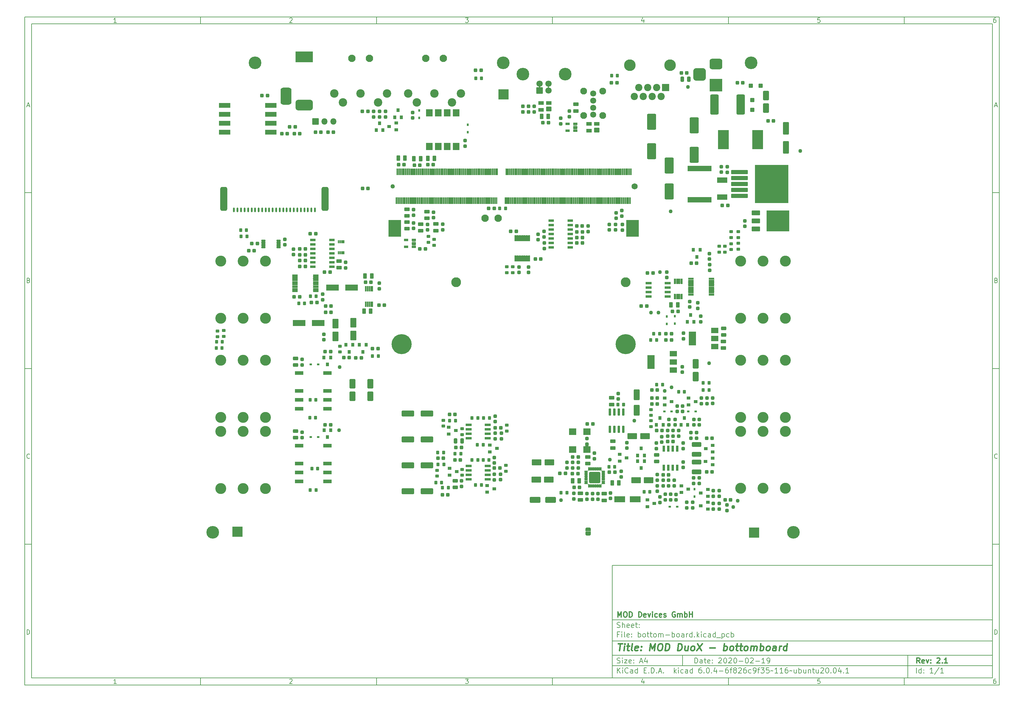
<source format=gbr>
G04 #@! TF.GenerationSoftware,KiCad,Pcbnew,6.0.4-6f826c9f35~116~ubuntu20.04.1*
G04 #@! TF.CreationDate,2022-05-04T15:32:13+02:00*
G04 #@! TF.ProjectId,bottom-board,626f7474-6f6d-42d6-926f-6172642e6b69,2.1*
G04 #@! TF.SameCoordinates,PX48111b4PY15fd6c8*
G04 #@! TF.FileFunction,Soldermask,Top*
G04 #@! TF.FilePolarity,Negative*
%FSLAX46Y46*%
G04 Gerber Fmt 4.6, Leading zero omitted, Abs format (unit mm)*
G04 Created by KiCad (PCBNEW 6.0.4-6f826c9f35~116~ubuntu20.04.1) date 2022-05-04 15:32:13*
%MOMM*%
%LPD*%
G01*
G04 APERTURE LIST*
G04 Aperture macros list*
%AMRoundRect*
0 Rectangle with rounded corners*
0 $1 Rounding radius*
0 $2 $3 $4 $5 $6 $7 $8 $9 X,Y pos of 4 corners*
0 Add a 4 corners polygon primitive as box body*
4,1,4,$2,$3,$4,$5,$6,$7,$8,$9,$2,$3,0*
0 Add four circle primitives for the rounded corners*
1,1,$1+$1,$2,$3*
1,1,$1+$1,$4,$5*
1,1,$1+$1,$6,$7*
1,1,$1+$1,$8,$9*
0 Add four rect primitives between the rounded corners*
20,1,$1+$1,$2,$3,$4,$5,0*
20,1,$1+$1,$4,$5,$6,$7,0*
20,1,$1+$1,$6,$7,$8,$9,0*
20,1,$1+$1,$8,$9,$2,$3,0*%
%AMFreePoly0*
4,1,37,0.535355,0.785355,0.550000,0.750000,0.550000,-0.750000,0.535355,-0.785355,0.500000,-0.800000,0.000000,-0.800000,-0.012524,-0.794812,-0.080857,-0.793560,-0.094851,-0.791293,-0.230166,-0.749018,-0.242962,-0.742915,-0.360972,-0.664360,-0.371540,-0.654911,-0.462760,-0.546392,-0.470252,-0.534356,-0.527347,-0.404597,-0.531159,-0.390943,-0.548742,-0.256483,-0.547388,-0.256306,-0.550000,-0.250000,
-0.550000,0.250000,-0.549522,0.251153,-0.549368,0.263802,-0.527557,0.403879,-0.523412,0.417435,-0.463164,0.545760,-0.455381,0.557609,-0.361537,0.663867,-0.350741,0.673055,-0.230846,0.748703,-0.217905,0.754492,-0.081598,0.793449,-0.067552,0.795373,-0.011991,0.795033,0.000000,0.800000,0.500000,0.800000,0.535355,0.785355,0.535355,0.785355,$1*%
%AMFreePoly1*
4,1,37,0.012350,0.794884,0.074210,0.794507,0.088231,0.792412,0.224052,0.751793,0.236921,0.745846,0.355883,0.668739,0.366566,0.659420,0.459104,0.552023,0.466742,0.540080,0.525419,0.411028,0.529398,0.397421,0.549495,0.257088,0.550000,0.250000,0.550000,-0.250000,0.549996,-0.250610,0.549847,-0.262826,0.549158,-0.270511,0.525638,-0.410312,0.521328,-0.423818,0.459516,-0.551397,
0.451589,-0.563150,0.356454,-0.668254,0.345546,-0.677309,0.224736,-0.751486,0.211726,-0.757116,0.074953,-0.794405,0.060885,-0.796158,0.011462,-0.795252,0.000000,-0.800000,-0.500000,-0.800000,-0.535355,-0.785355,-0.550000,-0.750000,-0.550000,0.750000,-0.535355,0.785355,-0.500000,0.800000,0.000000,0.800000,0.012350,0.794884,0.012350,0.794884,$1*%
G04 Aperture macros list end*
%ADD10C,0.100000*%
%ADD11C,0.150000*%
%ADD12C,0.300000*%
%ADD13C,0.400000*%
%ADD14C,1.100000*%
%ADD15R,3.000000X3.000000*%
%ADD16C,3.600000*%
%ADD17C,3.100000*%
%ADD18RoundRect,0.349000X0.851000X2.501000X-0.851000X2.501000X-0.851000X-2.501000X0.851000X-2.501000X0*%
%ADD19RoundRect,0.050000X1.450000X2.700000X-1.450000X2.700000X-1.450000X-2.700000X1.450000X-2.700000X0*%
%ADD20RoundRect,0.268750X0.218750X0.256250X-0.218750X0.256250X-0.218750X-0.256250X0.218750X-0.256250X0*%
%ADD21RoundRect,0.268750X-0.256250X0.218750X-0.256250X-0.218750X0.256250X-0.218750X0.256250X0.218750X0*%
%ADD22RoundRect,0.268750X0.256250X-0.218750X0.256250X0.218750X-0.256250X0.218750X-0.256250X-0.218750X0*%
%ADD23C,2.100000*%
%ADD24C,2.400000*%
%ADD25RoundRect,0.050000X0.700000X-0.600000X0.700000X0.600000X-0.700000X0.600000X-0.700000X-0.600000X0*%
%ADD26RoundRect,0.050000X0.700000X-0.500000X0.700000X0.500000X-0.700000X0.500000X-0.700000X-0.500000X0*%
%ADD27RoundRect,0.268750X-0.218750X-0.256250X0.218750X-0.256250X0.218750X0.256250X-0.218750X0.256250X0*%
%ADD28RoundRect,0.300000X0.250000X0.475000X-0.250000X0.475000X-0.250000X-0.475000X0.250000X-0.475000X0*%
%ADD29RoundRect,0.300000X0.475000X-0.250000X0.475000X0.250000X-0.475000X0.250000X-0.475000X-0.250000X0*%
%ADD30RoundRect,0.050000X0.750000X0.300000X-0.750000X0.300000X-0.750000X-0.300000X0.750000X-0.300000X0*%
%ADD31RoundRect,0.050000X-0.300000X-0.225000X0.300000X-0.225000X0.300000X0.225000X-0.300000X0.225000X0*%
%ADD32RoundRect,0.050000X-0.400000X0.450000X-0.400000X-0.450000X0.400000X-0.450000X0.400000X0.450000X0*%
%ADD33RoundRect,0.050000X-1.100000X-0.500000X1.100000X-0.500000X1.100000X0.500000X-1.100000X0.500000X0*%
%ADD34RoundRect,0.050000X0.300000X-0.775000X0.300000X0.775000X-0.300000X0.775000X-0.300000X-0.775000X0*%
%ADD35RoundRect,0.050000X1.300000X0.800000X-1.300000X0.800000X-1.300000X-0.800000X1.300000X-0.800000X0*%
%ADD36RoundRect,0.050000X0.400000X-0.450000X0.400000X0.450000X-0.400000X0.450000X-0.400000X-0.450000X0*%
%ADD37RoundRect,0.300000X-1.075000X0.375000X-1.075000X-0.375000X1.075000X-0.375000X1.075000X0.375000X0*%
%ADD38RoundRect,0.050000X0.450000X0.400000X-0.450000X0.400000X-0.450000X-0.400000X0.450000X-0.400000X0*%
%ADD39RoundRect,0.050000X-2.400000X1.500000X-2.400000X-1.500000X2.400000X-1.500000X2.400000X1.500000X0*%
%ADD40RoundRect,0.800000X-1.650000X0.750000X-1.650000X-0.750000X1.650000X-0.750000X1.650000X0.750000X0*%
%ADD41RoundRect,0.800000X-0.750000X1.650000X-0.750000X-1.650000X0.750000X-1.650000X0.750000X1.650000X0*%
%ADD42RoundRect,0.050000X0.850000X-0.850000X0.850000X0.850000X-0.850000X0.850000X-0.850000X-0.850000X0*%
%ADD43C,1.800000*%
%ADD44RoundRect,0.050000X-1.500000X-0.800000X1.500000X-0.800000X1.500000X0.800000X-1.500000X0.800000X0*%
%ADD45RoundRect,0.300000X-0.475000X0.250000X-0.475000X-0.250000X0.475000X-0.250000X0.475000X0.250000X0*%
%ADD46RoundRect,0.293750X-0.243750X-0.456250X0.243750X-0.456250X0.243750X0.456250X-0.243750X0.456250X0*%
%ADD47RoundRect,0.050000X0.550000X0.550000X-0.550000X0.550000X-0.550000X-0.550000X0.550000X-0.550000X0*%
%ADD48RoundRect,0.050000X0.550000X-0.550000X0.550000X0.550000X-0.550000X0.550000X-0.550000X-0.550000X0*%
%ADD49RoundRect,0.050000X0.225000X-0.300000X0.225000X0.300000X-0.225000X0.300000X-0.225000X-0.300000X0*%
%ADD50RoundRect,0.050000X-0.450000X-0.400000X0.450000X-0.400000X0.450000X0.400000X-0.450000X0.400000X0*%
%ADD51RoundRect,0.050000X-0.750000X-0.300000X0.750000X-0.300000X0.750000X0.300000X-0.750000X0.300000X0*%
%ADD52C,1.720000*%
%ADD53C,1.950000*%
%ADD54RoundRect,0.300000X-0.250000X-0.475000X0.250000X-0.475000X0.250000X0.475000X-0.250000X0.475000X0*%
%ADD55RoundRect,0.050000X1.750000X0.800000X-1.750000X0.800000X-1.750000X-0.800000X1.750000X-0.800000X0*%
%ADD56RoundRect,0.050000X0.775000X0.300000X-0.775000X0.300000X-0.775000X-0.300000X0.775000X-0.300000X0*%
%ADD57RoundRect,0.112500X-0.375000X-0.062500X0.375000X-0.062500X0.375000X0.062500X-0.375000X0.062500X0*%
%ADD58RoundRect,0.112500X-0.062500X-0.375000X0.062500X-0.375000X0.062500X0.375000X-0.062500X0.375000X0*%
%ADD59RoundRect,0.299999X-1.300001X-1.300001X1.300001X-1.300001X1.300001X1.300001X-1.300001X1.300001X0*%
%ADD60RoundRect,0.050000X-1.000000X0.900000X-1.000000X-0.900000X1.000000X-0.900000X1.000000X0.900000X0*%
%ADD61RoundRect,0.293750X-0.456250X0.243750X-0.456250X-0.243750X0.456250X-0.243750X0.456250X0.243750X0*%
%ADD62RoundRect,0.293750X0.456250X-0.243750X0.456250X0.243750X-0.456250X0.243750X-0.456250X-0.243750X0*%
%ADD63RoundRect,0.050000X0.300000X0.225000X-0.300000X0.225000X-0.300000X-0.225000X0.300000X-0.225000X0*%
%ADD64RoundRect,0.050000X0.800000X-1.300000X0.800000X1.300000X-0.800000X1.300000X-0.800000X-1.300000X0*%
%ADD65RoundRect,0.300000X1.075000X-0.375000X1.075000X0.375000X-1.075000X0.375000X-1.075000X-0.375000X0*%
%ADD66O,1.800000X1.800000*%
%ADD67RoundRect,0.050000X0.150000X-0.700000X0.150000X0.700000X-0.150000X0.700000X-0.150000X-0.700000X0*%
%ADD68RoundRect,0.050000X-0.890000X1.000000X-0.890000X-1.000000X0.890000X-1.000000X0.890000X1.000000X0*%
%ADD69RoundRect,0.300000X0.550000X-1.050000X0.550000X1.050000X-0.550000X1.050000X-0.550000X-1.050000X0*%
%ADD70RoundRect,0.050000X1.000000X0.750000X-1.000000X0.750000X-1.000000X-0.750000X1.000000X-0.750000X0*%
%ADD71RoundRect,0.050000X1.000000X1.900000X-1.000000X1.900000X-1.000000X-1.900000X1.000000X-1.900000X0*%
%ADD72RoundRect,0.050000X0.550000X0.200000X-0.550000X0.200000X-0.550000X-0.200000X0.550000X-0.200000X0*%
%ADD73RoundRect,0.050000X-0.225000X-0.725000X0.225000X-0.725000X0.225000X0.725000X-0.225000X0.725000X0*%
%ADD74RoundRect,0.050000X-0.775000X-0.300000X0.775000X-0.300000X0.775000X0.300000X-0.775000X0.300000X0*%
%ADD75RoundRect,0.050000X-1.750000X1.750000X-1.750000X-1.750000X1.750000X-1.750000X1.750000X1.750000X0*%
%ADD76RoundRect,0.800000X-1.000000X0.750000X-1.000000X-0.750000X1.000000X-0.750000X1.000000X0.750000X0*%
%ADD77RoundRect,0.925000X-0.875000X0.875000X-0.875000X-0.875000X0.875000X-0.875000X0.875000X0.875000X0*%
%ADD78RoundRect,0.050000X-0.750000X-0.225000X0.750000X-0.225000X0.750000X0.225000X-0.750000X0.225000X0*%
%ADD79RoundRect,0.300000X0.550000X-1.250000X0.550000X1.250000X-0.550000X1.250000X-0.550000X-1.250000X0*%
%ADD80RoundRect,0.300000X-0.550000X1.050000X-0.550000X-1.050000X0.550000X-1.050000X0.550000X1.050000X0*%
%ADD81RoundRect,0.250000X0.200000X0.275000X-0.200000X0.275000X-0.200000X-0.275000X0.200000X-0.275000X0*%
%ADD82RoundRect,0.300000X1.250000X0.550000X-1.250000X0.550000X-1.250000X-0.550000X1.250000X-0.550000X0*%
%ADD83RoundRect,0.300000X1.000000X-1.950000X1.000000X1.950000X-1.000000X1.950000X-1.000000X-1.950000X0*%
%ADD84RoundRect,0.275000X-0.225000X-0.250000X0.225000X-0.250000X0.225000X0.250000X-0.225000X0.250000X0*%
%ADD85RoundRect,0.275000X0.225000X0.250000X-0.225000X0.250000X-0.225000X-0.250000X0.225000X-0.250000X0*%
%ADD86RoundRect,0.275000X-0.250000X0.225000X-0.250000X-0.225000X0.250000X-0.225000X0.250000X0.225000X0*%
%ADD87RoundRect,0.275000X0.250000X-0.225000X0.250000X0.225000X-0.250000X0.225000X-0.250000X-0.225000X0*%
%ADD88RoundRect,0.300000X0.550000X-1.500000X0.550000X1.500000X-0.550000X1.500000X-0.550000X-1.500000X0*%
%ADD89RoundRect,0.300000X1.500000X0.550000X-1.500000X0.550000X-1.500000X-0.550000X1.500000X-0.550000X0*%
%ADD90RoundRect,0.050000X-1.350000X0.750000X-1.350000X-0.750000X1.350000X-0.750000X1.350000X0.750000X0*%
%ADD91RoundRect,0.250000X-0.200000X-0.275000X0.200000X-0.275000X0.200000X0.275000X-0.200000X0.275000X0*%
%ADD92C,1.750000*%
%ADD93C,1.250000*%
%ADD94RoundRect,0.050000X-0.150000X-0.875000X0.150000X-0.875000X0.150000X0.875000X-0.150000X0.875000X0*%
%ADD95RoundRect,0.050000X-1.750000X-2.300000X1.750000X-2.300000X1.750000X2.300000X-1.750000X2.300000X0*%
%ADD96C,3.300000*%
%ADD97RoundRect,0.050000X0.980000X0.980000X-0.980000X0.980000X-0.980000X-0.980000X0.980000X-0.980000X0*%
%ADD98C,2.060000*%
%ADD99RoundRect,0.050000X3.300000X0.750000X-3.300000X0.750000X-3.300000X-0.750000X3.300000X-0.750000X0*%
%ADD100RoundRect,0.250000X-0.275000X0.200000X-0.275000X-0.200000X0.275000X-0.200000X0.275000X0.200000X0*%
%ADD101RoundRect,0.250000X0.275000X-0.200000X0.275000X0.200000X-0.275000X0.200000X-0.275000X-0.200000X0*%
%ADD102RoundRect,0.050000X0.530000X0.325000X-0.530000X0.325000X-0.530000X-0.325000X0.530000X-0.325000X0*%
%ADD103FreePoly0,270.000000*%
%ADD104FreePoly1,270.000000*%
%ADD105C,5.700000*%
%ADD106RoundRect,0.293750X0.243750X0.456250X-0.243750X0.456250X-0.243750X-0.456250X0.243750X-0.456250X0*%
%ADD107RoundRect,0.050000X0.150000X0.400000X-0.150000X0.400000X-0.150000X-0.400000X0.150000X-0.400000X0*%
%ADD108RoundRect,0.050000X1.587500X-0.635000X1.587500X0.635000X-1.587500X0.635000X-1.587500X-0.635000X0*%
%ADD109C,2.800000*%
%ADD110RoundRect,0.050000X-2.300000X-0.550000X2.300000X-0.550000X2.300000X0.550000X-2.300000X0.550000X0*%
%ADD111RoundRect,0.050000X-4.700000X-5.400000X4.700000X-5.400000X4.700000X5.400000X-4.700000X5.400000X0*%
%ADD112RoundRect,0.200000X0.150000X-0.825000X0.150000X0.825000X-0.150000X0.825000X-0.150000X-0.825000X0*%
%ADD113RoundRect,0.050000X-1.100000X-0.600000X1.100000X-0.600000X1.100000X0.600000X-1.100000X0.600000X0*%
%ADD114RoundRect,0.050000X-3.200000X-2.900000X3.200000X-2.900000X3.200000X2.900000X-3.200000X2.900000X0*%
%ADD115RoundRect,0.145250X-0.095250X-0.508000X0.095250X-0.508000X0.095250X0.508000X-0.095250X0.508000X0*%
%ADD116RoundRect,0.523471X-0.473471X-2.885679X0.473471X-2.885679X0.473471X2.885679X-0.473471X2.885679X0*%
%ADD117RoundRect,0.070500X-0.184500X0.764500X-0.184500X-0.764500X0.184500X-0.764500X0.184500X0.764500X0*%
G04 APERTURE END LIST*
D10*
D11*
X101434660Y-142949080D02*
X101434660Y-174949080D01*
X209434660Y-174949080D01*
X209434660Y-142949080D01*
X101434660Y-142949080D01*
D10*
D11*
X-65567540Y13058120D02*
X-65567540Y-176949080D01*
X211434660Y-176949080D01*
X211434660Y13058120D01*
X-65567540Y13058120D01*
D10*
D11*
X-63567540Y11058120D02*
X-63567540Y-174949080D01*
X209434660Y-174949080D01*
X209434660Y11058120D01*
X-63567540Y11058120D01*
D10*
D11*
X-15567540Y11058120D02*
X-15567540Y13058120D01*
D10*
D11*
X34432460Y11058120D02*
X34432460Y13058120D01*
D10*
D11*
X84432460Y11058120D02*
X84432460Y13058120D01*
D10*
D11*
X134432460Y11058120D02*
X134432460Y13058120D01*
D10*
D11*
X184432460Y11058120D02*
X184432460Y13058120D01*
D10*
D11*
X-39502064Y11470025D02*
X-40244921Y11470025D01*
X-39873493Y11470025D02*
X-39873493Y12770025D01*
X-39997302Y12584311D01*
X-40121112Y12460501D01*
X-40244921Y12398597D01*
D10*
D11*
X9755079Y12646216D02*
X9816983Y12708120D01*
X9940793Y12770025D01*
X10250317Y12770025D01*
X10374126Y12708120D01*
X10436031Y12646216D01*
X10497936Y12522406D01*
X10497936Y12398597D01*
X10436031Y12212882D01*
X9693174Y11470025D01*
X10497936Y11470025D01*
D10*
D11*
X59693174Y12770025D02*
X60497936Y12770025D01*
X60064602Y12274787D01*
X60250317Y12274787D01*
X60374126Y12212882D01*
X60436031Y12150978D01*
X60497936Y12027168D01*
X60497936Y11717644D01*
X60436031Y11593835D01*
X60374126Y11531930D01*
X60250317Y11470025D01*
X59878888Y11470025D01*
X59755079Y11531930D01*
X59693174Y11593835D01*
D10*
D11*
X110374126Y12336692D02*
X110374126Y11470025D01*
X110064602Y12831930D02*
X109755079Y11903359D01*
X110559840Y11903359D01*
D10*
D11*
X160436031Y12770025D02*
X159816983Y12770025D01*
X159755079Y12150978D01*
X159816983Y12212882D01*
X159940793Y12274787D01*
X160250317Y12274787D01*
X160374126Y12212882D01*
X160436031Y12150978D01*
X160497936Y12027168D01*
X160497936Y11717644D01*
X160436031Y11593835D01*
X160374126Y11531930D01*
X160250317Y11470025D01*
X159940793Y11470025D01*
X159816983Y11531930D01*
X159755079Y11593835D01*
D10*
D11*
X210374126Y12770025D02*
X210126507Y12770025D01*
X210002698Y12708120D01*
X209940793Y12646216D01*
X209816983Y12460501D01*
X209755079Y12212882D01*
X209755079Y11717644D01*
X209816983Y11593835D01*
X209878888Y11531930D01*
X210002698Y11470025D01*
X210250317Y11470025D01*
X210374126Y11531930D01*
X210436031Y11593835D01*
X210497936Y11717644D01*
X210497936Y12027168D01*
X210436031Y12150978D01*
X210374126Y12212882D01*
X210250317Y12274787D01*
X210002698Y12274787D01*
X209878888Y12212882D01*
X209816983Y12150978D01*
X209755079Y12027168D01*
D10*
D11*
X-15567540Y-174949080D02*
X-15567540Y-176949080D01*
D10*
D11*
X34432460Y-174949080D02*
X34432460Y-176949080D01*
D10*
D11*
X84432460Y-174949080D02*
X84432460Y-176949080D01*
D10*
D11*
X134432460Y-174949080D02*
X134432460Y-176949080D01*
D10*
D11*
X184432460Y-174949080D02*
X184432460Y-176949080D01*
D10*
D11*
X-39502064Y-176537175D02*
X-40244921Y-176537175D01*
X-39873493Y-176537175D02*
X-39873493Y-175237175D01*
X-39997302Y-175422889D01*
X-40121112Y-175546699D01*
X-40244921Y-175608603D01*
D10*
D11*
X9755079Y-175360984D02*
X9816983Y-175299080D01*
X9940793Y-175237175D01*
X10250317Y-175237175D01*
X10374126Y-175299080D01*
X10436031Y-175360984D01*
X10497936Y-175484794D01*
X10497936Y-175608603D01*
X10436031Y-175794318D01*
X9693174Y-176537175D01*
X10497936Y-176537175D01*
D10*
D11*
X59693174Y-175237175D02*
X60497936Y-175237175D01*
X60064602Y-175732413D01*
X60250317Y-175732413D01*
X60374126Y-175794318D01*
X60436031Y-175856222D01*
X60497936Y-175980032D01*
X60497936Y-176289556D01*
X60436031Y-176413365D01*
X60374126Y-176475270D01*
X60250317Y-176537175D01*
X59878888Y-176537175D01*
X59755079Y-176475270D01*
X59693174Y-176413365D01*
D10*
D11*
X110374126Y-175670508D02*
X110374126Y-176537175D01*
X110064602Y-175175270D02*
X109755079Y-176103841D01*
X110559840Y-176103841D01*
D10*
D11*
X160436031Y-175237175D02*
X159816983Y-175237175D01*
X159755079Y-175856222D01*
X159816983Y-175794318D01*
X159940793Y-175732413D01*
X160250317Y-175732413D01*
X160374126Y-175794318D01*
X160436031Y-175856222D01*
X160497936Y-175980032D01*
X160497936Y-176289556D01*
X160436031Y-176413365D01*
X160374126Y-176475270D01*
X160250317Y-176537175D01*
X159940793Y-176537175D01*
X159816983Y-176475270D01*
X159755079Y-176413365D01*
D10*
D11*
X210374126Y-175237175D02*
X210126507Y-175237175D01*
X210002698Y-175299080D01*
X209940793Y-175360984D01*
X209816983Y-175546699D01*
X209755079Y-175794318D01*
X209755079Y-176289556D01*
X209816983Y-176413365D01*
X209878888Y-176475270D01*
X210002698Y-176537175D01*
X210250317Y-176537175D01*
X210374126Y-176475270D01*
X210436031Y-176413365D01*
X210497936Y-176289556D01*
X210497936Y-175980032D01*
X210436031Y-175856222D01*
X210374126Y-175794318D01*
X210250317Y-175732413D01*
X210002698Y-175732413D01*
X209878888Y-175794318D01*
X209816983Y-175856222D01*
X209755079Y-175980032D01*
D10*
D11*
X-65567540Y-36941880D02*
X-63567540Y-36941880D01*
D10*
D11*
X-65567540Y-86941880D02*
X-63567540Y-86941880D01*
D10*
D11*
X-65567540Y-136941880D02*
X-63567540Y-136941880D01*
D10*
D11*
X-64877064Y-12158546D02*
X-64258017Y-12158546D01*
X-65000874Y-12529975D02*
X-64567540Y-11229975D01*
X-64134207Y-12529975D01*
D10*
D11*
X-64474683Y-61849022D02*
X-64288969Y-61910927D01*
X-64227064Y-61972832D01*
X-64165160Y-62096641D01*
X-64165160Y-62282356D01*
X-64227064Y-62406165D01*
X-64288969Y-62468070D01*
X-64412779Y-62529975D01*
X-64908017Y-62529975D01*
X-64908017Y-61229975D01*
X-64474683Y-61229975D01*
X-64350874Y-61291880D01*
X-64288969Y-61353784D01*
X-64227064Y-61477594D01*
X-64227064Y-61601403D01*
X-64288969Y-61725213D01*
X-64350874Y-61787118D01*
X-64474683Y-61849022D01*
X-64908017Y-61849022D01*
D10*
D11*
X-64165160Y-112406165D02*
X-64227064Y-112468070D01*
X-64412779Y-112529975D01*
X-64536588Y-112529975D01*
X-64722302Y-112468070D01*
X-64846112Y-112344260D01*
X-64908017Y-112220451D01*
X-64969921Y-111972832D01*
X-64969921Y-111787118D01*
X-64908017Y-111539499D01*
X-64846112Y-111415689D01*
X-64722302Y-111291880D01*
X-64536588Y-111229975D01*
X-64412779Y-111229975D01*
X-64227064Y-111291880D01*
X-64165160Y-111353784D01*
D10*
D11*
X-64908017Y-162529975D02*
X-64908017Y-161229975D01*
X-64598493Y-161229975D01*
X-64412779Y-161291880D01*
X-64288969Y-161415689D01*
X-64227064Y-161539499D01*
X-64165160Y-161787118D01*
X-64165160Y-161972832D01*
X-64227064Y-162220451D01*
X-64288969Y-162344260D01*
X-64412779Y-162468070D01*
X-64598493Y-162529975D01*
X-64908017Y-162529975D01*
D10*
D11*
X211434660Y-36941880D02*
X209434660Y-36941880D01*
D10*
D11*
X211434660Y-86941880D02*
X209434660Y-86941880D01*
D10*
D11*
X211434660Y-136941880D02*
X209434660Y-136941880D01*
D10*
D11*
X210125136Y-12158546D02*
X210744183Y-12158546D01*
X210001326Y-12529975D02*
X210434660Y-11229975D01*
X210867993Y-12529975D01*
D10*
D11*
X210527517Y-61849022D02*
X210713231Y-61910927D01*
X210775136Y-61972832D01*
X210837040Y-62096641D01*
X210837040Y-62282356D01*
X210775136Y-62406165D01*
X210713231Y-62468070D01*
X210589421Y-62529975D01*
X210094183Y-62529975D01*
X210094183Y-61229975D01*
X210527517Y-61229975D01*
X210651326Y-61291880D01*
X210713231Y-61353784D01*
X210775136Y-61477594D01*
X210775136Y-61601403D01*
X210713231Y-61725213D01*
X210651326Y-61787118D01*
X210527517Y-61849022D01*
X210094183Y-61849022D01*
D10*
D11*
X210837040Y-112406165D02*
X210775136Y-112468070D01*
X210589421Y-112529975D01*
X210465612Y-112529975D01*
X210279898Y-112468070D01*
X210156088Y-112344260D01*
X210094183Y-112220451D01*
X210032279Y-111972832D01*
X210032279Y-111787118D01*
X210094183Y-111539499D01*
X210156088Y-111415689D01*
X210279898Y-111291880D01*
X210465612Y-111229975D01*
X210589421Y-111229975D01*
X210775136Y-111291880D01*
X210837040Y-111353784D01*
D10*
D11*
X210094183Y-162529975D02*
X210094183Y-161229975D01*
X210403707Y-161229975D01*
X210589421Y-161291880D01*
X210713231Y-161415689D01*
X210775136Y-161539499D01*
X210837040Y-161787118D01*
X210837040Y-161972832D01*
X210775136Y-162220451D01*
X210713231Y-162344260D01*
X210589421Y-162468070D01*
X210403707Y-162529975D01*
X210094183Y-162529975D01*
D10*
D11*
X124866802Y-170727651D02*
X124866802Y-169227651D01*
X125223945Y-169227651D01*
X125438231Y-169299080D01*
X125581088Y-169441937D01*
X125652517Y-169584794D01*
X125723945Y-169870508D01*
X125723945Y-170084794D01*
X125652517Y-170370508D01*
X125581088Y-170513365D01*
X125438231Y-170656222D01*
X125223945Y-170727651D01*
X124866802Y-170727651D01*
X127009660Y-170727651D02*
X127009660Y-169941937D01*
X126938231Y-169799080D01*
X126795374Y-169727651D01*
X126509660Y-169727651D01*
X126366802Y-169799080D01*
X127009660Y-170656222D02*
X126866802Y-170727651D01*
X126509660Y-170727651D01*
X126366802Y-170656222D01*
X126295374Y-170513365D01*
X126295374Y-170370508D01*
X126366802Y-170227651D01*
X126509660Y-170156222D01*
X126866802Y-170156222D01*
X127009660Y-170084794D01*
X127509660Y-169727651D02*
X128081088Y-169727651D01*
X127723945Y-169227651D02*
X127723945Y-170513365D01*
X127795374Y-170656222D01*
X127938231Y-170727651D01*
X128081088Y-170727651D01*
X129152517Y-170656222D02*
X129009660Y-170727651D01*
X128723945Y-170727651D01*
X128581088Y-170656222D01*
X128509660Y-170513365D01*
X128509660Y-169941937D01*
X128581088Y-169799080D01*
X128723945Y-169727651D01*
X129009660Y-169727651D01*
X129152517Y-169799080D01*
X129223945Y-169941937D01*
X129223945Y-170084794D01*
X128509660Y-170227651D01*
X129866802Y-170584794D02*
X129938231Y-170656222D01*
X129866802Y-170727651D01*
X129795374Y-170656222D01*
X129866802Y-170584794D01*
X129866802Y-170727651D01*
X129866802Y-169799080D02*
X129938231Y-169870508D01*
X129866802Y-169941937D01*
X129795374Y-169870508D01*
X129866802Y-169799080D01*
X129866802Y-169941937D01*
X131652517Y-169370508D02*
X131723945Y-169299080D01*
X131866802Y-169227651D01*
X132223945Y-169227651D01*
X132366802Y-169299080D01*
X132438231Y-169370508D01*
X132509660Y-169513365D01*
X132509660Y-169656222D01*
X132438231Y-169870508D01*
X131581088Y-170727651D01*
X132509660Y-170727651D01*
X133438231Y-169227651D02*
X133581088Y-169227651D01*
X133723945Y-169299080D01*
X133795374Y-169370508D01*
X133866802Y-169513365D01*
X133938231Y-169799080D01*
X133938231Y-170156222D01*
X133866802Y-170441937D01*
X133795374Y-170584794D01*
X133723945Y-170656222D01*
X133581088Y-170727651D01*
X133438231Y-170727651D01*
X133295374Y-170656222D01*
X133223945Y-170584794D01*
X133152517Y-170441937D01*
X133081088Y-170156222D01*
X133081088Y-169799080D01*
X133152517Y-169513365D01*
X133223945Y-169370508D01*
X133295374Y-169299080D01*
X133438231Y-169227651D01*
X134509660Y-169370508D02*
X134581088Y-169299080D01*
X134723945Y-169227651D01*
X135081088Y-169227651D01*
X135223945Y-169299080D01*
X135295374Y-169370508D01*
X135366802Y-169513365D01*
X135366802Y-169656222D01*
X135295374Y-169870508D01*
X134438231Y-170727651D01*
X135366802Y-170727651D01*
X136295374Y-169227651D02*
X136438231Y-169227651D01*
X136581088Y-169299080D01*
X136652517Y-169370508D01*
X136723945Y-169513365D01*
X136795374Y-169799080D01*
X136795374Y-170156222D01*
X136723945Y-170441937D01*
X136652517Y-170584794D01*
X136581088Y-170656222D01*
X136438231Y-170727651D01*
X136295374Y-170727651D01*
X136152517Y-170656222D01*
X136081088Y-170584794D01*
X136009660Y-170441937D01*
X135938231Y-170156222D01*
X135938231Y-169799080D01*
X136009660Y-169513365D01*
X136081088Y-169370508D01*
X136152517Y-169299080D01*
X136295374Y-169227651D01*
X137438231Y-170156222D02*
X138581088Y-170156222D01*
X139581088Y-169227651D02*
X139723945Y-169227651D01*
X139866802Y-169299080D01*
X139938231Y-169370508D01*
X140009660Y-169513365D01*
X140081088Y-169799080D01*
X140081088Y-170156222D01*
X140009660Y-170441937D01*
X139938231Y-170584794D01*
X139866802Y-170656222D01*
X139723945Y-170727651D01*
X139581088Y-170727651D01*
X139438231Y-170656222D01*
X139366802Y-170584794D01*
X139295374Y-170441937D01*
X139223945Y-170156222D01*
X139223945Y-169799080D01*
X139295374Y-169513365D01*
X139366802Y-169370508D01*
X139438231Y-169299080D01*
X139581088Y-169227651D01*
X140652517Y-169370508D02*
X140723945Y-169299080D01*
X140866802Y-169227651D01*
X141223945Y-169227651D01*
X141366802Y-169299080D01*
X141438231Y-169370508D01*
X141509660Y-169513365D01*
X141509660Y-169656222D01*
X141438231Y-169870508D01*
X140581088Y-170727651D01*
X141509660Y-170727651D01*
X142152517Y-170156222D02*
X143295374Y-170156222D01*
X144795374Y-170727651D02*
X143938231Y-170727651D01*
X144366802Y-170727651D02*
X144366802Y-169227651D01*
X144223945Y-169441937D01*
X144081088Y-169584794D01*
X143938231Y-169656222D01*
X145509660Y-170727651D02*
X145795374Y-170727651D01*
X145938231Y-170656222D01*
X146009660Y-170584794D01*
X146152517Y-170370508D01*
X146223945Y-170084794D01*
X146223945Y-169513365D01*
X146152517Y-169370508D01*
X146081088Y-169299080D01*
X145938231Y-169227651D01*
X145652517Y-169227651D01*
X145509660Y-169299080D01*
X145438231Y-169370508D01*
X145366802Y-169513365D01*
X145366802Y-169870508D01*
X145438231Y-170013365D01*
X145509660Y-170084794D01*
X145652517Y-170156222D01*
X145938231Y-170156222D01*
X146081088Y-170084794D01*
X146152517Y-170013365D01*
X146223945Y-169870508D01*
D10*
D11*
X101434660Y-171449080D02*
X209434660Y-171449080D01*
D10*
D11*
X102866802Y-173527651D02*
X102866802Y-172027651D01*
X103723945Y-173527651D02*
X103081088Y-172670508D01*
X103723945Y-172027651D02*
X102866802Y-172884794D01*
X104366802Y-173527651D02*
X104366802Y-172527651D01*
X104366802Y-172027651D02*
X104295374Y-172099080D01*
X104366802Y-172170508D01*
X104438231Y-172099080D01*
X104366802Y-172027651D01*
X104366802Y-172170508D01*
X105938231Y-173384794D02*
X105866802Y-173456222D01*
X105652517Y-173527651D01*
X105509660Y-173527651D01*
X105295374Y-173456222D01*
X105152517Y-173313365D01*
X105081088Y-173170508D01*
X105009660Y-172884794D01*
X105009660Y-172670508D01*
X105081088Y-172384794D01*
X105152517Y-172241937D01*
X105295374Y-172099080D01*
X105509660Y-172027651D01*
X105652517Y-172027651D01*
X105866802Y-172099080D01*
X105938231Y-172170508D01*
X107223945Y-173527651D02*
X107223945Y-172741937D01*
X107152517Y-172599080D01*
X107009660Y-172527651D01*
X106723945Y-172527651D01*
X106581088Y-172599080D01*
X107223945Y-173456222D02*
X107081088Y-173527651D01*
X106723945Y-173527651D01*
X106581088Y-173456222D01*
X106509660Y-173313365D01*
X106509660Y-173170508D01*
X106581088Y-173027651D01*
X106723945Y-172956222D01*
X107081088Y-172956222D01*
X107223945Y-172884794D01*
X108581088Y-173527651D02*
X108581088Y-172027651D01*
X108581088Y-173456222D02*
X108438231Y-173527651D01*
X108152517Y-173527651D01*
X108009660Y-173456222D01*
X107938231Y-173384794D01*
X107866802Y-173241937D01*
X107866802Y-172813365D01*
X107938231Y-172670508D01*
X108009660Y-172599080D01*
X108152517Y-172527651D01*
X108438231Y-172527651D01*
X108581088Y-172599080D01*
X110438231Y-172741937D02*
X110938231Y-172741937D01*
X111152517Y-173527651D02*
X110438231Y-173527651D01*
X110438231Y-172027651D01*
X111152517Y-172027651D01*
X111795374Y-173384794D02*
X111866802Y-173456222D01*
X111795374Y-173527651D01*
X111723945Y-173456222D01*
X111795374Y-173384794D01*
X111795374Y-173527651D01*
X112509660Y-173527651D02*
X112509660Y-172027651D01*
X112866802Y-172027651D01*
X113081088Y-172099080D01*
X113223945Y-172241937D01*
X113295374Y-172384794D01*
X113366802Y-172670508D01*
X113366802Y-172884794D01*
X113295374Y-173170508D01*
X113223945Y-173313365D01*
X113081088Y-173456222D01*
X112866802Y-173527651D01*
X112509660Y-173527651D01*
X114009660Y-173384794D02*
X114081088Y-173456222D01*
X114009660Y-173527651D01*
X113938231Y-173456222D01*
X114009660Y-173384794D01*
X114009660Y-173527651D01*
X114652517Y-173099080D02*
X115366802Y-173099080D01*
X114509660Y-173527651D02*
X115009660Y-172027651D01*
X115509660Y-173527651D01*
X116009660Y-173384794D02*
X116081088Y-173456222D01*
X116009660Y-173527651D01*
X115938231Y-173456222D01*
X116009660Y-173384794D01*
X116009660Y-173527651D01*
X119009660Y-173527651D02*
X119009660Y-172027651D01*
X119152517Y-172956222D02*
X119581088Y-173527651D01*
X119581088Y-172527651D02*
X119009660Y-173099080D01*
X120223945Y-173527651D02*
X120223945Y-172527651D01*
X120223945Y-172027651D02*
X120152517Y-172099080D01*
X120223945Y-172170508D01*
X120295374Y-172099080D01*
X120223945Y-172027651D01*
X120223945Y-172170508D01*
X121581088Y-173456222D02*
X121438231Y-173527651D01*
X121152517Y-173527651D01*
X121009660Y-173456222D01*
X120938231Y-173384794D01*
X120866802Y-173241937D01*
X120866802Y-172813365D01*
X120938231Y-172670508D01*
X121009660Y-172599080D01*
X121152517Y-172527651D01*
X121438231Y-172527651D01*
X121581088Y-172599080D01*
X122866802Y-173527651D02*
X122866802Y-172741937D01*
X122795374Y-172599080D01*
X122652517Y-172527651D01*
X122366802Y-172527651D01*
X122223945Y-172599080D01*
X122866802Y-173456222D02*
X122723945Y-173527651D01*
X122366802Y-173527651D01*
X122223945Y-173456222D01*
X122152517Y-173313365D01*
X122152517Y-173170508D01*
X122223945Y-173027651D01*
X122366802Y-172956222D01*
X122723945Y-172956222D01*
X122866802Y-172884794D01*
X124223945Y-173527651D02*
X124223945Y-172027651D01*
X124223945Y-173456222D02*
X124081088Y-173527651D01*
X123795374Y-173527651D01*
X123652517Y-173456222D01*
X123581088Y-173384794D01*
X123509660Y-173241937D01*
X123509660Y-172813365D01*
X123581088Y-172670508D01*
X123652517Y-172599080D01*
X123795374Y-172527651D01*
X124081088Y-172527651D01*
X124223945Y-172599080D01*
X126723945Y-172027651D02*
X126438231Y-172027651D01*
X126295374Y-172099080D01*
X126223945Y-172170508D01*
X126081088Y-172384794D01*
X126009660Y-172670508D01*
X126009660Y-173241937D01*
X126081088Y-173384794D01*
X126152517Y-173456222D01*
X126295374Y-173527651D01*
X126581088Y-173527651D01*
X126723945Y-173456222D01*
X126795374Y-173384794D01*
X126866802Y-173241937D01*
X126866802Y-172884794D01*
X126795374Y-172741937D01*
X126723945Y-172670508D01*
X126581088Y-172599080D01*
X126295374Y-172599080D01*
X126152517Y-172670508D01*
X126081088Y-172741937D01*
X126009660Y-172884794D01*
X127509660Y-173384794D02*
X127581088Y-173456222D01*
X127509660Y-173527651D01*
X127438231Y-173456222D01*
X127509660Y-173384794D01*
X127509660Y-173527651D01*
X128509660Y-172027651D02*
X128652517Y-172027651D01*
X128795374Y-172099080D01*
X128866802Y-172170508D01*
X128938231Y-172313365D01*
X129009660Y-172599080D01*
X129009660Y-172956222D01*
X128938231Y-173241937D01*
X128866802Y-173384794D01*
X128795374Y-173456222D01*
X128652517Y-173527651D01*
X128509660Y-173527651D01*
X128366802Y-173456222D01*
X128295374Y-173384794D01*
X128223945Y-173241937D01*
X128152517Y-172956222D01*
X128152517Y-172599080D01*
X128223945Y-172313365D01*
X128295374Y-172170508D01*
X128366802Y-172099080D01*
X128509660Y-172027651D01*
X129652517Y-173384794D02*
X129723945Y-173456222D01*
X129652517Y-173527651D01*
X129581088Y-173456222D01*
X129652517Y-173384794D01*
X129652517Y-173527651D01*
X131009660Y-172527651D02*
X131009660Y-173527651D01*
X130652517Y-171956222D02*
X130295374Y-173027651D01*
X131223945Y-173027651D01*
X131795374Y-172956222D02*
X132938231Y-172956222D01*
X134295374Y-172027651D02*
X134009660Y-172027651D01*
X133866802Y-172099080D01*
X133795374Y-172170508D01*
X133652517Y-172384794D01*
X133581088Y-172670508D01*
X133581088Y-173241937D01*
X133652517Y-173384794D01*
X133723945Y-173456222D01*
X133866802Y-173527651D01*
X134152517Y-173527651D01*
X134295374Y-173456222D01*
X134366802Y-173384794D01*
X134438231Y-173241937D01*
X134438231Y-172884794D01*
X134366802Y-172741937D01*
X134295374Y-172670508D01*
X134152517Y-172599080D01*
X133866802Y-172599080D01*
X133723945Y-172670508D01*
X133652517Y-172741937D01*
X133581088Y-172884794D01*
X134866802Y-172527651D02*
X135438231Y-172527651D01*
X135081088Y-173527651D02*
X135081088Y-172241937D01*
X135152517Y-172099080D01*
X135295374Y-172027651D01*
X135438231Y-172027651D01*
X136152517Y-172670508D02*
X136009660Y-172599080D01*
X135938231Y-172527651D01*
X135866802Y-172384794D01*
X135866802Y-172313365D01*
X135938231Y-172170508D01*
X136009660Y-172099080D01*
X136152517Y-172027651D01*
X136438231Y-172027651D01*
X136581088Y-172099080D01*
X136652517Y-172170508D01*
X136723945Y-172313365D01*
X136723945Y-172384794D01*
X136652517Y-172527651D01*
X136581088Y-172599080D01*
X136438231Y-172670508D01*
X136152517Y-172670508D01*
X136009660Y-172741937D01*
X135938231Y-172813365D01*
X135866802Y-172956222D01*
X135866802Y-173241937D01*
X135938231Y-173384794D01*
X136009660Y-173456222D01*
X136152517Y-173527651D01*
X136438231Y-173527651D01*
X136581088Y-173456222D01*
X136652517Y-173384794D01*
X136723945Y-173241937D01*
X136723945Y-172956222D01*
X136652517Y-172813365D01*
X136581088Y-172741937D01*
X136438231Y-172670508D01*
X137295374Y-172170508D02*
X137366802Y-172099080D01*
X137509660Y-172027651D01*
X137866802Y-172027651D01*
X138009660Y-172099080D01*
X138081088Y-172170508D01*
X138152517Y-172313365D01*
X138152517Y-172456222D01*
X138081088Y-172670508D01*
X137223945Y-173527651D01*
X138152517Y-173527651D01*
X139438231Y-172027651D02*
X139152517Y-172027651D01*
X139009660Y-172099080D01*
X138938231Y-172170508D01*
X138795374Y-172384794D01*
X138723945Y-172670508D01*
X138723945Y-173241937D01*
X138795374Y-173384794D01*
X138866802Y-173456222D01*
X139009660Y-173527651D01*
X139295374Y-173527651D01*
X139438231Y-173456222D01*
X139509660Y-173384794D01*
X139581088Y-173241937D01*
X139581088Y-172884794D01*
X139509660Y-172741937D01*
X139438231Y-172670508D01*
X139295374Y-172599080D01*
X139009660Y-172599080D01*
X138866802Y-172670508D01*
X138795374Y-172741937D01*
X138723945Y-172884794D01*
X140866802Y-173456222D02*
X140723945Y-173527651D01*
X140438231Y-173527651D01*
X140295374Y-173456222D01*
X140223945Y-173384794D01*
X140152517Y-173241937D01*
X140152517Y-172813365D01*
X140223945Y-172670508D01*
X140295374Y-172599080D01*
X140438231Y-172527651D01*
X140723945Y-172527651D01*
X140866802Y-172599080D01*
X141581088Y-173527651D02*
X141866802Y-173527651D01*
X142009660Y-173456222D01*
X142081088Y-173384794D01*
X142223945Y-173170508D01*
X142295374Y-172884794D01*
X142295374Y-172313365D01*
X142223945Y-172170508D01*
X142152517Y-172099080D01*
X142009660Y-172027651D01*
X141723945Y-172027651D01*
X141581088Y-172099080D01*
X141509660Y-172170508D01*
X141438231Y-172313365D01*
X141438231Y-172670508D01*
X141509660Y-172813365D01*
X141581088Y-172884794D01*
X141723945Y-172956222D01*
X142009660Y-172956222D01*
X142152517Y-172884794D01*
X142223945Y-172813365D01*
X142295374Y-172670508D01*
X142723945Y-172527651D02*
X143295374Y-172527651D01*
X142938231Y-173527651D02*
X142938231Y-172241937D01*
X143009660Y-172099080D01*
X143152517Y-172027651D01*
X143295374Y-172027651D01*
X143652517Y-172027651D02*
X144581088Y-172027651D01*
X144081088Y-172599080D01*
X144295374Y-172599080D01*
X144438231Y-172670508D01*
X144509660Y-172741937D01*
X144581088Y-172884794D01*
X144581088Y-173241937D01*
X144509660Y-173384794D01*
X144438231Y-173456222D01*
X144295374Y-173527651D01*
X143866802Y-173527651D01*
X143723945Y-173456222D01*
X143652517Y-173384794D01*
X145938231Y-172027651D02*
X145223945Y-172027651D01*
X145152517Y-172741937D01*
X145223945Y-172670508D01*
X145366802Y-172599080D01*
X145723945Y-172599080D01*
X145866802Y-172670508D01*
X145938231Y-172741937D01*
X146009660Y-172884794D01*
X146009660Y-173241937D01*
X145938231Y-173384794D01*
X145866802Y-173456222D01*
X145723945Y-173527651D01*
X145366802Y-173527651D01*
X145223945Y-173456222D01*
X145152517Y-173384794D01*
X146438231Y-172956222D02*
X146509660Y-172884794D01*
X146652517Y-172813365D01*
X146938231Y-172956222D01*
X147081088Y-172884794D01*
X147152517Y-172813365D01*
X148509660Y-173527651D02*
X147652517Y-173527651D01*
X148081088Y-173527651D02*
X148081088Y-172027651D01*
X147938231Y-172241937D01*
X147795374Y-172384794D01*
X147652517Y-172456222D01*
X149938231Y-173527651D02*
X149081088Y-173527651D01*
X149509660Y-173527651D02*
X149509660Y-172027651D01*
X149366802Y-172241937D01*
X149223945Y-172384794D01*
X149081088Y-172456222D01*
X151223945Y-172027651D02*
X150938231Y-172027651D01*
X150795374Y-172099080D01*
X150723945Y-172170508D01*
X150581088Y-172384794D01*
X150509659Y-172670508D01*
X150509659Y-173241937D01*
X150581088Y-173384794D01*
X150652517Y-173456222D01*
X150795374Y-173527651D01*
X151081088Y-173527651D01*
X151223945Y-173456222D01*
X151295374Y-173384794D01*
X151366802Y-173241937D01*
X151366802Y-172884794D01*
X151295374Y-172741937D01*
X151223945Y-172670508D01*
X151081088Y-172599080D01*
X150795374Y-172599080D01*
X150652517Y-172670508D01*
X150581088Y-172741937D01*
X150509659Y-172884794D01*
X151795374Y-172956222D02*
X151866802Y-172884794D01*
X152009659Y-172813365D01*
X152295374Y-172956222D01*
X152438231Y-172884794D01*
X152509659Y-172813365D01*
X153723945Y-172527651D02*
X153723945Y-173527651D01*
X153081088Y-172527651D02*
X153081088Y-173313365D01*
X153152517Y-173456222D01*
X153295374Y-173527651D01*
X153509659Y-173527651D01*
X153652517Y-173456222D01*
X153723945Y-173384794D01*
X154438231Y-173527651D02*
X154438231Y-172027651D01*
X154438231Y-172599080D02*
X154581088Y-172527651D01*
X154866802Y-172527651D01*
X155009659Y-172599080D01*
X155081088Y-172670508D01*
X155152517Y-172813365D01*
X155152517Y-173241937D01*
X155081088Y-173384794D01*
X155009659Y-173456222D01*
X154866802Y-173527651D01*
X154581088Y-173527651D01*
X154438231Y-173456222D01*
X156438231Y-172527651D02*
X156438231Y-173527651D01*
X155795374Y-172527651D02*
X155795374Y-173313365D01*
X155866802Y-173456222D01*
X156009660Y-173527651D01*
X156223945Y-173527651D01*
X156366802Y-173456222D01*
X156438231Y-173384794D01*
X157152517Y-172527651D02*
X157152517Y-173527651D01*
X157152517Y-172670508D02*
X157223945Y-172599080D01*
X157366802Y-172527651D01*
X157581088Y-172527651D01*
X157723945Y-172599080D01*
X157795374Y-172741937D01*
X157795374Y-173527651D01*
X158295374Y-172527651D02*
X158866802Y-172527651D01*
X158509660Y-172027651D02*
X158509660Y-173313365D01*
X158581088Y-173456222D01*
X158723945Y-173527651D01*
X158866802Y-173527651D01*
X160009660Y-172527651D02*
X160009660Y-173527651D01*
X159366802Y-172527651D02*
X159366802Y-173313365D01*
X159438231Y-173456222D01*
X159581088Y-173527651D01*
X159795374Y-173527651D01*
X159938231Y-173456222D01*
X160009660Y-173384794D01*
X160652517Y-172170508D02*
X160723945Y-172099080D01*
X160866802Y-172027651D01*
X161223945Y-172027651D01*
X161366802Y-172099080D01*
X161438231Y-172170508D01*
X161509660Y-172313365D01*
X161509660Y-172456222D01*
X161438231Y-172670508D01*
X160581088Y-173527651D01*
X161509660Y-173527651D01*
X162438231Y-172027651D02*
X162581088Y-172027651D01*
X162723945Y-172099080D01*
X162795374Y-172170508D01*
X162866802Y-172313365D01*
X162938231Y-172599080D01*
X162938231Y-172956222D01*
X162866802Y-173241937D01*
X162795374Y-173384794D01*
X162723945Y-173456222D01*
X162581088Y-173527651D01*
X162438231Y-173527651D01*
X162295374Y-173456222D01*
X162223945Y-173384794D01*
X162152517Y-173241937D01*
X162081088Y-172956222D01*
X162081088Y-172599080D01*
X162152517Y-172313365D01*
X162223945Y-172170508D01*
X162295374Y-172099080D01*
X162438231Y-172027651D01*
X163581088Y-173384794D02*
X163652517Y-173456222D01*
X163581088Y-173527651D01*
X163509659Y-173456222D01*
X163581088Y-173384794D01*
X163581088Y-173527651D01*
X164581088Y-172027651D02*
X164723945Y-172027651D01*
X164866802Y-172099080D01*
X164938231Y-172170508D01*
X165009660Y-172313365D01*
X165081088Y-172599080D01*
X165081088Y-172956222D01*
X165009660Y-173241937D01*
X164938231Y-173384794D01*
X164866802Y-173456222D01*
X164723945Y-173527651D01*
X164581088Y-173527651D01*
X164438231Y-173456222D01*
X164366802Y-173384794D01*
X164295374Y-173241937D01*
X164223945Y-172956222D01*
X164223945Y-172599080D01*
X164295374Y-172313365D01*
X164366802Y-172170508D01*
X164438231Y-172099080D01*
X164581088Y-172027651D01*
X166366802Y-172527651D02*
X166366802Y-173527651D01*
X166009659Y-171956222D02*
X165652517Y-173027651D01*
X166581088Y-173027651D01*
X167152517Y-173384794D02*
X167223945Y-173456222D01*
X167152517Y-173527651D01*
X167081088Y-173456222D01*
X167152517Y-173384794D01*
X167152517Y-173527651D01*
X168652517Y-173527651D02*
X167795374Y-173527651D01*
X168223945Y-173527651D02*
X168223945Y-172027651D01*
X168081088Y-172241937D01*
X167938231Y-172384794D01*
X167795374Y-172456222D01*
D10*
D11*
X101434660Y-168449080D02*
X209434660Y-168449080D01*
D10*
D12*
X188843945Y-170727651D02*
X188343945Y-170013365D01*
X187986802Y-170727651D02*
X187986802Y-169227651D01*
X188558231Y-169227651D01*
X188701088Y-169299080D01*
X188772517Y-169370508D01*
X188843945Y-169513365D01*
X188843945Y-169727651D01*
X188772517Y-169870508D01*
X188701088Y-169941937D01*
X188558231Y-170013365D01*
X187986802Y-170013365D01*
X190058231Y-170656222D02*
X189915374Y-170727651D01*
X189629660Y-170727651D01*
X189486802Y-170656222D01*
X189415374Y-170513365D01*
X189415374Y-169941937D01*
X189486802Y-169799080D01*
X189629660Y-169727651D01*
X189915374Y-169727651D01*
X190058231Y-169799080D01*
X190129660Y-169941937D01*
X190129660Y-170084794D01*
X189415374Y-170227651D01*
X190629660Y-169727651D02*
X190986802Y-170727651D01*
X191343945Y-169727651D01*
X191915374Y-170584794D02*
X191986802Y-170656222D01*
X191915374Y-170727651D01*
X191843945Y-170656222D01*
X191915374Y-170584794D01*
X191915374Y-170727651D01*
X191915374Y-169799080D02*
X191986802Y-169870508D01*
X191915374Y-169941937D01*
X191843945Y-169870508D01*
X191915374Y-169799080D01*
X191915374Y-169941937D01*
X193701088Y-169370508D02*
X193772517Y-169299080D01*
X193915374Y-169227651D01*
X194272517Y-169227651D01*
X194415374Y-169299080D01*
X194486802Y-169370508D01*
X194558231Y-169513365D01*
X194558231Y-169656222D01*
X194486802Y-169870508D01*
X193629660Y-170727651D01*
X194558231Y-170727651D01*
X195201088Y-170584794D02*
X195272517Y-170656222D01*
X195201088Y-170727651D01*
X195129660Y-170656222D01*
X195201088Y-170584794D01*
X195201088Y-170727651D01*
X196701088Y-170727651D02*
X195843945Y-170727651D01*
X196272517Y-170727651D02*
X196272517Y-169227651D01*
X196129660Y-169441937D01*
X195986802Y-169584794D01*
X195843945Y-169656222D01*
D10*
D11*
X102795374Y-170656222D02*
X103009660Y-170727651D01*
X103366802Y-170727651D01*
X103509660Y-170656222D01*
X103581088Y-170584794D01*
X103652517Y-170441937D01*
X103652517Y-170299080D01*
X103581088Y-170156222D01*
X103509660Y-170084794D01*
X103366802Y-170013365D01*
X103081088Y-169941937D01*
X102938231Y-169870508D01*
X102866802Y-169799080D01*
X102795374Y-169656222D01*
X102795374Y-169513365D01*
X102866802Y-169370508D01*
X102938231Y-169299080D01*
X103081088Y-169227651D01*
X103438231Y-169227651D01*
X103652517Y-169299080D01*
X104295374Y-170727651D02*
X104295374Y-169727651D01*
X104295374Y-169227651D02*
X104223945Y-169299080D01*
X104295374Y-169370508D01*
X104366802Y-169299080D01*
X104295374Y-169227651D01*
X104295374Y-169370508D01*
X104866802Y-169727651D02*
X105652517Y-169727651D01*
X104866802Y-170727651D01*
X105652517Y-170727651D01*
X106795374Y-170656222D02*
X106652517Y-170727651D01*
X106366802Y-170727651D01*
X106223945Y-170656222D01*
X106152517Y-170513365D01*
X106152517Y-169941937D01*
X106223945Y-169799080D01*
X106366802Y-169727651D01*
X106652517Y-169727651D01*
X106795374Y-169799080D01*
X106866802Y-169941937D01*
X106866802Y-170084794D01*
X106152517Y-170227651D01*
X107509660Y-170584794D02*
X107581088Y-170656222D01*
X107509660Y-170727651D01*
X107438231Y-170656222D01*
X107509660Y-170584794D01*
X107509660Y-170727651D01*
X107509660Y-169799080D02*
X107581088Y-169870508D01*
X107509660Y-169941937D01*
X107438231Y-169870508D01*
X107509660Y-169799080D01*
X107509660Y-169941937D01*
X109295374Y-170299080D02*
X110009660Y-170299080D01*
X109152517Y-170727651D02*
X109652517Y-169227651D01*
X110152517Y-170727651D01*
X111295374Y-169727651D02*
X111295374Y-170727651D01*
X110938231Y-169156222D02*
X110581088Y-170227651D01*
X111509660Y-170227651D01*
D10*
D11*
X187866802Y-173527651D02*
X187866802Y-172027651D01*
X189223945Y-173527651D02*
X189223945Y-172027651D01*
X189223945Y-173456222D02*
X189081088Y-173527651D01*
X188795374Y-173527651D01*
X188652517Y-173456222D01*
X188581088Y-173384794D01*
X188509660Y-173241937D01*
X188509660Y-172813365D01*
X188581088Y-172670508D01*
X188652517Y-172599080D01*
X188795374Y-172527651D01*
X189081088Y-172527651D01*
X189223945Y-172599080D01*
X189938231Y-173384794D02*
X190009660Y-173456222D01*
X189938231Y-173527651D01*
X189866802Y-173456222D01*
X189938231Y-173384794D01*
X189938231Y-173527651D01*
X189938231Y-172599080D02*
X190009660Y-172670508D01*
X189938231Y-172741937D01*
X189866802Y-172670508D01*
X189938231Y-172599080D01*
X189938231Y-172741937D01*
X192581088Y-173527651D02*
X191723945Y-173527651D01*
X192152517Y-173527651D02*
X192152517Y-172027651D01*
X192009660Y-172241937D01*
X191866802Y-172384794D01*
X191723945Y-172456222D01*
X194295374Y-171956222D02*
X193009660Y-173884794D01*
X195581088Y-173527651D02*
X194723945Y-173527651D01*
X195152517Y-173527651D02*
X195152517Y-172027651D01*
X195009660Y-172241937D01*
X194866802Y-172384794D01*
X194723945Y-172456222D01*
D10*
D11*
X101434660Y-164449080D02*
X209434660Y-164449080D01*
D10*
D13*
X103147040Y-165153841D02*
X104289898Y-165153841D01*
X103468469Y-167153841D02*
X103718469Y-165153841D01*
X104706564Y-167153841D02*
X104873231Y-165820508D01*
X104956564Y-165153841D02*
X104849421Y-165249080D01*
X104932755Y-165344318D01*
X105039898Y-165249080D01*
X104956564Y-165153841D01*
X104932755Y-165344318D01*
X105539898Y-165820508D02*
X106301802Y-165820508D01*
X105908945Y-165153841D02*
X105694660Y-166868127D01*
X105766088Y-167058603D01*
X105944660Y-167153841D01*
X106135136Y-167153841D01*
X107087517Y-167153841D02*
X106908945Y-167058603D01*
X106837517Y-166868127D01*
X107051802Y-165153841D01*
X108623231Y-167058603D02*
X108420850Y-167153841D01*
X108039898Y-167153841D01*
X107861326Y-167058603D01*
X107789898Y-166868127D01*
X107885136Y-166106222D01*
X108004183Y-165915746D01*
X108206564Y-165820508D01*
X108587517Y-165820508D01*
X108766088Y-165915746D01*
X108837517Y-166106222D01*
X108813707Y-166296699D01*
X107837517Y-166487175D01*
X109587517Y-166963365D02*
X109670850Y-167058603D01*
X109563707Y-167153841D01*
X109480374Y-167058603D01*
X109587517Y-166963365D01*
X109563707Y-167153841D01*
X109718469Y-165915746D02*
X109801802Y-166010984D01*
X109694660Y-166106222D01*
X109611326Y-166010984D01*
X109718469Y-165915746D01*
X109694660Y-166106222D01*
X112039898Y-167153841D02*
X112289898Y-165153841D01*
X112777993Y-166582413D01*
X113623231Y-165153841D01*
X113373231Y-167153841D01*
X114956564Y-165153841D02*
X115337517Y-165153841D01*
X115516088Y-165249080D01*
X115682755Y-165439556D01*
X115730374Y-165820508D01*
X115647040Y-166487175D01*
X115504183Y-166868127D01*
X115289898Y-167058603D01*
X115087517Y-167153841D01*
X114706564Y-167153841D01*
X114527993Y-167058603D01*
X114361326Y-166868127D01*
X114313707Y-166487175D01*
X114397040Y-165820508D01*
X114539898Y-165439556D01*
X114754183Y-165249080D01*
X114956564Y-165153841D01*
X116420850Y-167153841D02*
X116670850Y-165153841D01*
X117147040Y-165153841D01*
X117420850Y-165249080D01*
X117587517Y-165439556D01*
X117658945Y-165630032D01*
X117706564Y-166010984D01*
X117670850Y-166296699D01*
X117527993Y-166677651D01*
X117408945Y-166868127D01*
X117194660Y-167058603D01*
X116897040Y-167153841D01*
X116420850Y-167153841D01*
X119944660Y-167153841D02*
X120194660Y-165153841D01*
X120670850Y-165153841D01*
X120944660Y-165249080D01*
X121111326Y-165439556D01*
X121182755Y-165630032D01*
X121230374Y-166010984D01*
X121194660Y-166296699D01*
X121051802Y-166677651D01*
X120932755Y-166868127D01*
X120718469Y-167058603D01*
X120420850Y-167153841D01*
X119944660Y-167153841D01*
X122968469Y-165820508D02*
X122801802Y-167153841D01*
X122111326Y-165820508D02*
X121980374Y-166868127D01*
X122051802Y-167058603D01*
X122230374Y-167153841D01*
X122516088Y-167153841D01*
X122718469Y-167058603D01*
X122825612Y-166963365D01*
X124039898Y-167153841D02*
X123861326Y-167058603D01*
X123777993Y-166963365D01*
X123706564Y-166772889D01*
X123777993Y-166201460D01*
X123897040Y-166010984D01*
X124004183Y-165915746D01*
X124206564Y-165820508D01*
X124492279Y-165820508D01*
X124670850Y-165915746D01*
X124754183Y-166010984D01*
X124825612Y-166201460D01*
X124754183Y-166772889D01*
X124635136Y-166963365D01*
X124527993Y-167058603D01*
X124325612Y-167153841D01*
X124039898Y-167153841D01*
X125623231Y-165153841D02*
X126706564Y-167153841D01*
X126956564Y-165153841D02*
X125373231Y-167153841D01*
X129087517Y-166391937D02*
X130611326Y-166391937D01*
X132992279Y-167153841D02*
X133242279Y-165153841D01*
X133147040Y-165915746D02*
X133349421Y-165820508D01*
X133730374Y-165820508D01*
X133908945Y-165915746D01*
X133992279Y-166010984D01*
X134063707Y-166201460D01*
X133992279Y-166772889D01*
X133873231Y-166963365D01*
X133766088Y-167058603D01*
X133563707Y-167153841D01*
X133182755Y-167153841D01*
X133004183Y-167058603D01*
X135087517Y-167153841D02*
X134908945Y-167058603D01*
X134825612Y-166963365D01*
X134754183Y-166772889D01*
X134825612Y-166201460D01*
X134944660Y-166010984D01*
X135051802Y-165915746D01*
X135254183Y-165820508D01*
X135539898Y-165820508D01*
X135718469Y-165915746D01*
X135801802Y-166010984D01*
X135873231Y-166201460D01*
X135801802Y-166772889D01*
X135682755Y-166963365D01*
X135575612Y-167058603D01*
X135373231Y-167153841D01*
X135087517Y-167153841D01*
X136492279Y-165820508D02*
X137254183Y-165820508D01*
X136861326Y-165153841D02*
X136647040Y-166868127D01*
X136718469Y-167058603D01*
X136897040Y-167153841D01*
X137087517Y-167153841D01*
X137635136Y-165820508D02*
X138397040Y-165820508D01*
X138004183Y-165153841D02*
X137789898Y-166868127D01*
X137861326Y-167058603D01*
X138039898Y-167153841D01*
X138230374Y-167153841D01*
X139182755Y-167153841D02*
X139004183Y-167058603D01*
X138920850Y-166963365D01*
X138849421Y-166772889D01*
X138920850Y-166201460D01*
X139039898Y-166010984D01*
X139147040Y-165915746D01*
X139349421Y-165820508D01*
X139635136Y-165820508D01*
X139813707Y-165915746D01*
X139897040Y-166010984D01*
X139968469Y-166201460D01*
X139897040Y-166772889D01*
X139777993Y-166963365D01*
X139670850Y-167058603D01*
X139468469Y-167153841D01*
X139182755Y-167153841D01*
X140706564Y-167153841D02*
X140873231Y-165820508D01*
X140849421Y-166010984D02*
X140956564Y-165915746D01*
X141158945Y-165820508D01*
X141444660Y-165820508D01*
X141623231Y-165915746D01*
X141694660Y-166106222D01*
X141563707Y-167153841D01*
X141694660Y-166106222D02*
X141813707Y-165915746D01*
X142016088Y-165820508D01*
X142301802Y-165820508D01*
X142480374Y-165915746D01*
X142551802Y-166106222D01*
X142420850Y-167153841D01*
X143373231Y-167153841D02*
X143623231Y-165153841D01*
X143527993Y-165915746D02*
X143730374Y-165820508D01*
X144111326Y-165820508D01*
X144289898Y-165915746D01*
X144373231Y-166010984D01*
X144444660Y-166201460D01*
X144373231Y-166772889D01*
X144254183Y-166963365D01*
X144147040Y-167058603D01*
X143944660Y-167153841D01*
X143563707Y-167153841D01*
X143385136Y-167058603D01*
X145468469Y-167153841D02*
X145289898Y-167058603D01*
X145206564Y-166963365D01*
X145135136Y-166772889D01*
X145206564Y-166201460D01*
X145325612Y-166010984D01*
X145432755Y-165915746D01*
X145635136Y-165820508D01*
X145920850Y-165820508D01*
X146099421Y-165915746D01*
X146182755Y-166010984D01*
X146254183Y-166201460D01*
X146182755Y-166772889D01*
X146063707Y-166963365D01*
X145956564Y-167058603D01*
X145754183Y-167153841D01*
X145468469Y-167153841D01*
X147849421Y-167153841D02*
X147980374Y-166106222D01*
X147908945Y-165915746D01*
X147730374Y-165820508D01*
X147349421Y-165820508D01*
X147147040Y-165915746D01*
X147861326Y-167058603D02*
X147658945Y-167153841D01*
X147182755Y-167153841D01*
X147004183Y-167058603D01*
X146932755Y-166868127D01*
X146956564Y-166677651D01*
X147075612Y-166487175D01*
X147277993Y-166391937D01*
X147754183Y-166391937D01*
X147956564Y-166296699D01*
X148801802Y-167153841D02*
X148968469Y-165820508D01*
X148920850Y-166201460D02*
X149039898Y-166010984D01*
X149147040Y-165915746D01*
X149349421Y-165820508D01*
X149539898Y-165820508D01*
X150897040Y-167153841D02*
X151147040Y-165153841D01*
X150908945Y-167058603D02*
X150706564Y-167153841D01*
X150325612Y-167153841D01*
X150147040Y-167058603D01*
X150063707Y-166963365D01*
X149992279Y-166772889D01*
X150063707Y-166201460D01*
X150182755Y-166010984D01*
X150289898Y-165915746D01*
X150492279Y-165820508D01*
X150873231Y-165820508D01*
X151051802Y-165915746D01*
D10*
D11*
X103366802Y-162541937D02*
X102866802Y-162541937D01*
X102866802Y-163327651D02*
X102866802Y-161827651D01*
X103581088Y-161827651D01*
X104152517Y-163327651D02*
X104152517Y-162327651D01*
X104152517Y-161827651D02*
X104081088Y-161899080D01*
X104152517Y-161970508D01*
X104223945Y-161899080D01*
X104152517Y-161827651D01*
X104152517Y-161970508D01*
X105081088Y-163327651D02*
X104938231Y-163256222D01*
X104866802Y-163113365D01*
X104866802Y-161827651D01*
X106223945Y-163256222D02*
X106081088Y-163327651D01*
X105795374Y-163327651D01*
X105652517Y-163256222D01*
X105581088Y-163113365D01*
X105581088Y-162541937D01*
X105652517Y-162399080D01*
X105795374Y-162327651D01*
X106081088Y-162327651D01*
X106223945Y-162399080D01*
X106295374Y-162541937D01*
X106295374Y-162684794D01*
X105581088Y-162827651D01*
X106938231Y-163184794D02*
X107009660Y-163256222D01*
X106938231Y-163327651D01*
X106866802Y-163256222D01*
X106938231Y-163184794D01*
X106938231Y-163327651D01*
X106938231Y-162399080D02*
X107009660Y-162470508D01*
X106938231Y-162541937D01*
X106866802Y-162470508D01*
X106938231Y-162399080D01*
X106938231Y-162541937D01*
X108795374Y-163327651D02*
X108795374Y-161827651D01*
X108795374Y-162399080D02*
X108938231Y-162327651D01*
X109223945Y-162327651D01*
X109366802Y-162399080D01*
X109438231Y-162470508D01*
X109509660Y-162613365D01*
X109509660Y-163041937D01*
X109438231Y-163184794D01*
X109366802Y-163256222D01*
X109223945Y-163327651D01*
X108938231Y-163327651D01*
X108795374Y-163256222D01*
X110366802Y-163327651D02*
X110223945Y-163256222D01*
X110152517Y-163184794D01*
X110081088Y-163041937D01*
X110081088Y-162613365D01*
X110152517Y-162470508D01*
X110223945Y-162399080D01*
X110366802Y-162327651D01*
X110581088Y-162327651D01*
X110723945Y-162399080D01*
X110795374Y-162470508D01*
X110866802Y-162613365D01*
X110866802Y-163041937D01*
X110795374Y-163184794D01*
X110723945Y-163256222D01*
X110581088Y-163327651D01*
X110366802Y-163327651D01*
X111295374Y-162327651D02*
X111866802Y-162327651D01*
X111509660Y-161827651D02*
X111509660Y-163113365D01*
X111581088Y-163256222D01*
X111723945Y-163327651D01*
X111866802Y-163327651D01*
X112152517Y-162327651D02*
X112723945Y-162327651D01*
X112366802Y-161827651D02*
X112366802Y-163113365D01*
X112438231Y-163256222D01*
X112581088Y-163327651D01*
X112723945Y-163327651D01*
X113438231Y-163327651D02*
X113295374Y-163256222D01*
X113223945Y-163184794D01*
X113152517Y-163041937D01*
X113152517Y-162613365D01*
X113223945Y-162470508D01*
X113295374Y-162399080D01*
X113438231Y-162327651D01*
X113652517Y-162327651D01*
X113795374Y-162399080D01*
X113866802Y-162470508D01*
X113938231Y-162613365D01*
X113938231Y-163041937D01*
X113866802Y-163184794D01*
X113795374Y-163256222D01*
X113652517Y-163327651D01*
X113438231Y-163327651D01*
X114581088Y-163327651D02*
X114581088Y-162327651D01*
X114581088Y-162470508D02*
X114652517Y-162399080D01*
X114795374Y-162327651D01*
X115009660Y-162327651D01*
X115152517Y-162399080D01*
X115223945Y-162541937D01*
X115223945Y-163327651D01*
X115223945Y-162541937D02*
X115295374Y-162399080D01*
X115438231Y-162327651D01*
X115652517Y-162327651D01*
X115795374Y-162399080D01*
X115866802Y-162541937D01*
X115866802Y-163327651D01*
X116581088Y-162756222D02*
X117723945Y-162756222D01*
X118438231Y-163327651D02*
X118438231Y-161827651D01*
X118438231Y-162399080D02*
X118581088Y-162327651D01*
X118866802Y-162327651D01*
X119009660Y-162399080D01*
X119081088Y-162470508D01*
X119152517Y-162613365D01*
X119152517Y-163041937D01*
X119081088Y-163184794D01*
X119009660Y-163256222D01*
X118866802Y-163327651D01*
X118581088Y-163327651D01*
X118438231Y-163256222D01*
X120009660Y-163327651D02*
X119866802Y-163256222D01*
X119795374Y-163184794D01*
X119723945Y-163041937D01*
X119723945Y-162613365D01*
X119795374Y-162470508D01*
X119866802Y-162399080D01*
X120009660Y-162327651D01*
X120223945Y-162327651D01*
X120366802Y-162399080D01*
X120438231Y-162470508D01*
X120509660Y-162613365D01*
X120509660Y-163041937D01*
X120438231Y-163184794D01*
X120366802Y-163256222D01*
X120223945Y-163327651D01*
X120009660Y-163327651D01*
X121795374Y-163327651D02*
X121795374Y-162541937D01*
X121723945Y-162399080D01*
X121581088Y-162327651D01*
X121295374Y-162327651D01*
X121152517Y-162399080D01*
X121795374Y-163256222D02*
X121652517Y-163327651D01*
X121295374Y-163327651D01*
X121152517Y-163256222D01*
X121081088Y-163113365D01*
X121081088Y-162970508D01*
X121152517Y-162827651D01*
X121295374Y-162756222D01*
X121652517Y-162756222D01*
X121795374Y-162684794D01*
X122509660Y-163327651D02*
X122509660Y-162327651D01*
X122509660Y-162613365D02*
X122581088Y-162470508D01*
X122652517Y-162399080D01*
X122795374Y-162327651D01*
X122938231Y-162327651D01*
X124081088Y-163327651D02*
X124081088Y-161827651D01*
X124081088Y-163256222D02*
X123938231Y-163327651D01*
X123652517Y-163327651D01*
X123509660Y-163256222D01*
X123438231Y-163184794D01*
X123366802Y-163041937D01*
X123366802Y-162613365D01*
X123438231Y-162470508D01*
X123509660Y-162399080D01*
X123652517Y-162327651D01*
X123938231Y-162327651D01*
X124081088Y-162399080D01*
X124795374Y-163184794D02*
X124866802Y-163256222D01*
X124795374Y-163327651D01*
X124723945Y-163256222D01*
X124795374Y-163184794D01*
X124795374Y-163327651D01*
X125509660Y-163327651D02*
X125509660Y-161827651D01*
X125652517Y-162756222D02*
X126081088Y-163327651D01*
X126081088Y-162327651D02*
X125509660Y-162899080D01*
X126723945Y-163327651D02*
X126723945Y-162327651D01*
X126723945Y-161827651D02*
X126652517Y-161899080D01*
X126723945Y-161970508D01*
X126795374Y-161899080D01*
X126723945Y-161827651D01*
X126723945Y-161970508D01*
X128081088Y-163256222D02*
X127938231Y-163327651D01*
X127652517Y-163327651D01*
X127509660Y-163256222D01*
X127438231Y-163184794D01*
X127366802Y-163041937D01*
X127366802Y-162613365D01*
X127438231Y-162470508D01*
X127509660Y-162399080D01*
X127652517Y-162327651D01*
X127938231Y-162327651D01*
X128081088Y-162399080D01*
X129366802Y-163327651D02*
X129366802Y-162541937D01*
X129295374Y-162399080D01*
X129152517Y-162327651D01*
X128866802Y-162327651D01*
X128723945Y-162399080D01*
X129366802Y-163256222D02*
X129223945Y-163327651D01*
X128866802Y-163327651D01*
X128723945Y-163256222D01*
X128652517Y-163113365D01*
X128652517Y-162970508D01*
X128723945Y-162827651D01*
X128866802Y-162756222D01*
X129223945Y-162756222D01*
X129366802Y-162684794D01*
X130723945Y-163327651D02*
X130723945Y-161827651D01*
X130723945Y-163256222D02*
X130581088Y-163327651D01*
X130295374Y-163327651D01*
X130152517Y-163256222D01*
X130081088Y-163184794D01*
X130009660Y-163041937D01*
X130009660Y-162613365D01*
X130081088Y-162470508D01*
X130152517Y-162399080D01*
X130295374Y-162327651D01*
X130581088Y-162327651D01*
X130723945Y-162399080D01*
X131081088Y-163470508D02*
X132223945Y-163470508D01*
X132581088Y-162327651D02*
X132581088Y-163827651D01*
X132581088Y-162399080D02*
X132723945Y-162327651D01*
X133009660Y-162327651D01*
X133152517Y-162399080D01*
X133223945Y-162470508D01*
X133295374Y-162613365D01*
X133295374Y-163041937D01*
X133223945Y-163184794D01*
X133152517Y-163256222D01*
X133009660Y-163327651D01*
X132723945Y-163327651D01*
X132581088Y-163256222D01*
X134581088Y-163256222D02*
X134438231Y-163327651D01*
X134152517Y-163327651D01*
X134009660Y-163256222D01*
X133938231Y-163184794D01*
X133866802Y-163041937D01*
X133866802Y-162613365D01*
X133938231Y-162470508D01*
X134009660Y-162399080D01*
X134152517Y-162327651D01*
X134438231Y-162327651D01*
X134581088Y-162399080D01*
X135223945Y-163327651D02*
X135223945Y-161827651D01*
X135223945Y-162399080D02*
X135366802Y-162327651D01*
X135652517Y-162327651D01*
X135795374Y-162399080D01*
X135866802Y-162470508D01*
X135938231Y-162613365D01*
X135938231Y-163041937D01*
X135866802Y-163184794D01*
X135795374Y-163256222D01*
X135652517Y-163327651D01*
X135366802Y-163327651D01*
X135223945Y-163256222D01*
D10*
D11*
X101434660Y-158449080D02*
X209434660Y-158449080D01*
D10*
D11*
X102795374Y-160556222D02*
X103009660Y-160627651D01*
X103366802Y-160627651D01*
X103509660Y-160556222D01*
X103581088Y-160484794D01*
X103652517Y-160341937D01*
X103652517Y-160199080D01*
X103581088Y-160056222D01*
X103509660Y-159984794D01*
X103366802Y-159913365D01*
X103081088Y-159841937D01*
X102938231Y-159770508D01*
X102866802Y-159699080D01*
X102795374Y-159556222D01*
X102795374Y-159413365D01*
X102866802Y-159270508D01*
X102938231Y-159199080D01*
X103081088Y-159127651D01*
X103438231Y-159127651D01*
X103652517Y-159199080D01*
X104295374Y-160627651D02*
X104295374Y-159127651D01*
X104938231Y-160627651D02*
X104938231Y-159841937D01*
X104866802Y-159699080D01*
X104723945Y-159627651D01*
X104509660Y-159627651D01*
X104366802Y-159699080D01*
X104295374Y-159770508D01*
X106223945Y-160556222D02*
X106081088Y-160627651D01*
X105795374Y-160627651D01*
X105652517Y-160556222D01*
X105581088Y-160413365D01*
X105581088Y-159841937D01*
X105652517Y-159699080D01*
X105795374Y-159627651D01*
X106081088Y-159627651D01*
X106223945Y-159699080D01*
X106295374Y-159841937D01*
X106295374Y-159984794D01*
X105581088Y-160127651D01*
X107509660Y-160556222D02*
X107366802Y-160627651D01*
X107081088Y-160627651D01*
X106938231Y-160556222D01*
X106866802Y-160413365D01*
X106866802Y-159841937D01*
X106938231Y-159699080D01*
X107081088Y-159627651D01*
X107366802Y-159627651D01*
X107509660Y-159699080D01*
X107581088Y-159841937D01*
X107581088Y-159984794D01*
X106866802Y-160127651D01*
X108009660Y-159627651D02*
X108581088Y-159627651D01*
X108223945Y-159127651D02*
X108223945Y-160413365D01*
X108295374Y-160556222D01*
X108438231Y-160627651D01*
X108581088Y-160627651D01*
X109081088Y-160484794D02*
X109152517Y-160556222D01*
X109081088Y-160627651D01*
X109009660Y-160556222D01*
X109081088Y-160484794D01*
X109081088Y-160627651D01*
X109081088Y-159699080D02*
X109152517Y-159770508D01*
X109081088Y-159841937D01*
X109009660Y-159770508D01*
X109081088Y-159699080D01*
X109081088Y-159841937D01*
D10*
D12*
X102986802Y-157627651D02*
X102986802Y-156127651D01*
X103486802Y-157199080D01*
X103986802Y-156127651D01*
X103986802Y-157627651D01*
X104986802Y-156127651D02*
X105272517Y-156127651D01*
X105415374Y-156199080D01*
X105558231Y-156341937D01*
X105629660Y-156627651D01*
X105629660Y-157127651D01*
X105558231Y-157413365D01*
X105415374Y-157556222D01*
X105272517Y-157627651D01*
X104986802Y-157627651D01*
X104843945Y-157556222D01*
X104701088Y-157413365D01*
X104629660Y-157127651D01*
X104629660Y-156627651D01*
X104701088Y-156341937D01*
X104843945Y-156199080D01*
X104986802Y-156127651D01*
X106272517Y-157627651D02*
X106272517Y-156127651D01*
X106629660Y-156127651D01*
X106843945Y-156199080D01*
X106986802Y-156341937D01*
X107058231Y-156484794D01*
X107129660Y-156770508D01*
X107129660Y-156984794D01*
X107058231Y-157270508D01*
X106986802Y-157413365D01*
X106843945Y-157556222D01*
X106629660Y-157627651D01*
X106272517Y-157627651D01*
X108915374Y-157627651D02*
X108915374Y-156127651D01*
X109272517Y-156127651D01*
X109486802Y-156199080D01*
X109629660Y-156341937D01*
X109701088Y-156484794D01*
X109772517Y-156770508D01*
X109772517Y-156984794D01*
X109701088Y-157270508D01*
X109629660Y-157413365D01*
X109486802Y-157556222D01*
X109272517Y-157627651D01*
X108915374Y-157627651D01*
X110986802Y-157556222D02*
X110843945Y-157627651D01*
X110558231Y-157627651D01*
X110415374Y-157556222D01*
X110343945Y-157413365D01*
X110343945Y-156841937D01*
X110415374Y-156699080D01*
X110558231Y-156627651D01*
X110843945Y-156627651D01*
X110986802Y-156699080D01*
X111058231Y-156841937D01*
X111058231Y-156984794D01*
X110343945Y-157127651D01*
X111558231Y-156627651D02*
X111915374Y-157627651D01*
X112272517Y-156627651D01*
X112843945Y-157627651D02*
X112843945Y-156627651D01*
X112843945Y-156127651D02*
X112772517Y-156199080D01*
X112843945Y-156270508D01*
X112915374Y-156199080D01*
X112843945Y-156127651D01*
X112843945Y-156270508D01*
X114201088Y-157556222D02*
X114058231Y-157627651D01*
X113772517Y-157627651D01*
X113629660Y-157556222D01*
X113558231Y-157484794D01*
X113486802Y-157341937D01*
X113486802Y-156913365D01*
X113558231Y-156770508D01*
X113629660Y-156699080D01*
X113772517Y-156627651D01*
X114058231Y-156627651D01*
X114201088Y-156699080D01*
X115415374Y-157556222D02*
X115272517Y-157627651D01*
X114986802Y-157627651D01*
X114843945Y-157556222D01*
X114772517Y-157413365D01*
X114772517Y-156841937D01*
X114843945Y-156699080D01*
X114986802Y-156627651D01*
X115272517Y-156627651D01*
X115415374Y-156699080D01*
X115486802Y-156841937D01*
X115486802Y-156984794D01*
X114772517Y-157127651D01*
X116058231Y-157556222D02*
X116201088Y-157627651D01*
X116486802Y-157627651D01*
X116629660Y-157556222D01*
X116701088Y-157413365D01*
X116701088Y-157341937D01*
X116629660Y-157199080D01*
X116486802Y-157127651D01*
X116272517Y-157127651D01*
X116129660Y-157056222D01*
X116058231Y-156913365D01*
X116058231Y-156841937D01*
X116129660Y-156699080D01*
X116272517Y-156627651D01*
X116486802Y-156627651D01*
X116629660Y-156699080D01*
X119272517Y-156199080D02*
X119129660Y-156127651D01*
X118915374Y-156127651D01*
X118701088Y-156199080D01*
X118558231Y-156341937D01*
X118486802Y-156484794D01*
X118415374Y-156770508D01*
X118415374Y-156984794D01*
X118486802Y-157270508D01*
X118558231Y-157413365D01*
X118701088Y-157556222D01*
X118915374Y-157627651D01*
X119058231Y-157627651D01*
X119272517Y-157556222D01*
X119343945Y-157484794D01*
X119343945Y-156984794D01*
X119058231Y-156984794D01*
X119986802Y-157627651D02*
X119986802Y-156627651D01*
X119986802Y-156770508D02*
X120058231Y-156699080D01*
X120201088Y-156627651D01*
X120415374Y-156627651D01*
X120558231Y-156699080D01*
X120629660Y-156841937D01*
X120629660Y-157627651D01*
X120629660Y-156841937D02*
X120701088Y-156699080D01*
X120843945Y-156627651D01*
X121058231Y-156627651D01*
X121201088Y-156699080D01*
X121272517Y-156841937D01*
X121272517Y-157627651D01*
X121986802Y-157627651D02*
X121986802Y-156127651D01*
X121986802Y-156699080D02*
X122129660Y-156627651D01*
X122415374Y-156627651D01*
X122558231Y-156699080D01*
X122629660Y-156770508D01*
X122701088Y-156913365D01*
X122701088Y-157341937D01*
X122629660Y-157484794D01*
X122558231Y-157556222D01*
X122415374Y-157627651D01*
X122129660Y-157627651D01*
X121986802Y-157556222D01*
X123343945Y-157627651D02*
X123343945Y-156127651D01*
X123343945Y-156841937D02*
X124201088Y-156841937D01*
X124201088Y-157627651D02*
X124201088Y-156127651D01*
D10*
D11*
D10*
D11*
D10*
D11*
D10*
D11*
D10*
D11*
X121434660Y-168449080D02*
X121434660Y-171449080D01*
D10*
D11*
X185434660Y-168449080D02*
X185434660Y-174949080D01*
D14*
X-5095240Y-133367780D03*
D15*
X-5095240Y-133367780D03*
X141742160Y-133596380D03*
D14*
X141742160Y-133596380D03*
X70492620Y-9006840D03*
D15*
X70492620Y-9006840D03*
D16*
X70391942Y-19268D03*
X152891942Y-133519268D03*
X-108058Y-19268D03*
D17*
X-3458058Y-72644268D03*
X-3458058Y-56414268D03*
X-9808058Y-72644268D03*
X-9808058Y-56414268D03*
X2891942Y-72644268D03*
X2891942Y-56414268D03*
X144241942Y-56394268D03*
X144241942Y-72624268D03*
X150591942Y-56394268D03*
X150591942Y-72624268D03*
X137891942Y-56394268D03*
X137891942Y-72624268D03*
D18*
X137898360Y-11892280D03*
X130498360Y-11892280D03*
D19*
X142718660Y-21861780D03*
X133018660Y-21861780D03*
D17*
X144241942Y-84594268D03*
X144241942Y-100824268D03*
X150591942Y-84594268D03*
X150591942Y-100824268D03*
X137891942Y-84594268D03*
X137891942Y-100824268D03*
X-3458058Y-100844268D03*
X-3458058Y-84614268D03*
X-9808058Y-100844268D03*
X-9808058Y-84614268D03*
X2891942Y-100844268D03*
X2891942Y-84614268D03*
D20*
X117452240Y-117137180D03*
X115877240Y-117137180D03*
D21*
X114206020Y-117126920D03*
X114206020Y-118701920D03*
D22*
X115465860Y-107904280D03*
X115465860Y-106329280D03*
D21*
X117152420Y-104563980D03*
X117152420Y-106138980D03*
D20*
X115587880Y-104571800D03*
X114012880Y-104571800D03*
D22*
X118732300Y-106133900D03*
X118732300Y-104558900D03*
D23*
X53392760Y1280732D03*
X48392760Y1280732D03*
D24*
X43392760Y-8719268D03*
X50892760Y-8719268D03*
X58392760Y-8719268D03*
X45892760Y-11219268D03*
X55892760Y-11219268D03*
D20*
X92910760Y-49662080D03*
X91335760Y-49662080D03*
X92910860Y-51236880D03*
X91335860Y-51236880D03*
D25*
X83362980Y-13157580D03*
D26*
X83362980Y-11437580D03*
X81162980Y-11437580D03*
X81162980Y-13337580D03*
D22*
X89253060Y-15283380D03*
X89253060Y-13708380D03*
D27*
X31297220Y-62384940D03*
X32872220Y-62384940D03*
D22*
X35182460Y-64229380D03*
X35182460Y-62654380D03*
D28*
X32752780Y-70642480D03*
X30852780Y-70642480D03*
X33075960Y-60596780D03*
X31175960Y-60596780D03*
D21*
X19113580Y-65787680D03*
X19113580Y-67362680D03*
D27*
X12610156Y-56250840D03*
X14185156Y-56250840D03*
X12610156Y-54599840D03*
X14185156Y-54599840D03*
D29*
X23797260Y-58272720D03*
X23797260Y-56372720D03*
D21*
X25613360Y-56761280D03*
X25613360Y-58336280D03*
D20*
X14185156Y-57896760D03*
X12610156Y-57896760D03*
D27*
X11032460Y-66541880D03*
X12607460Y-66541880D03*
D30*
X21723756Y-57958030D03*
X21723756Y-56688030D03*
X21723756Y-55418030D03*
X21723756Y-54148030D03*
X21723756Y-52878030D03*
X21723756Y-51608030D03*
X21723756Y-50338030D03*
X16323756Y-50338030D03*
X16323756Y-51608030D03*
X16323756Y-52878030D03*
X16323756Y-54148030D03*
X16323756Y-55418030D03*
X16323756Y-56688030D03*
X16323756Y-57958030D03*
D22*
X115877340Y-120276820D03*
X115877340Y-118701820D03*
D21*
X114200940Y-120276620D03*
X114200940Y-121851620D03*
X120312180Y-104558900D03*
X120312180Y-106133900D03*
X13263880Y-84363360D03*
X13263880Y-85938360D03*
D20*
X21394420Y-82153760D03*
X19819420Y-82153760D03*
D31*
X15772420Y-85740240D03*
X17872420Y-85740240D03*
D32*
X21391920Y-83782660D03*
X19491920Y-83782660D03*
X20441920Y-85782660D03*
D33*
X12451580Y-108894880D03*
X12451580Y-113974880D03*
X12451580Y-116514880D03*
X12451580Y-119054880D03*
X20451580Y-119054880D03*
X20451580Y-116514880D03*
X20451580Y-113974880D03*
X20451580Y-108894880D03*
D20*
X21407120Y-102961440D03*
X19832120Y-102961440D03*
D31*
X15757180Y-106405680D03*
X17857180Y-106405680D03*
D32*
X21407160Y-104448100D03*
X19507160Y-104448100D03*
X20457160Y-106448100D03*
D21*
X13263880Y-105056740D03*
X13263880Y-106631740D03*
D22*
X82064860Y-49509680D03*
X82064860Y-47934680D03*
D34*
X116029740Y-115128020D03*
X117299740Y-115128020D03*
X118569740Y-115128020D03*
X119839740Y-115128020D03*
X119839740Y-109728020D03*
X118569740Y-109728020D03*
X117299740Y-109728020D03*
X116029740Y-109728020D03*
D35*
X110717740Y-106138980D03*
X107117740Y-106138980D03*
D36*
X108651000Y-111660180D03*
X110551000Y-111660180D03*
X109601000Y-109660180D03*
D35*
X111762460Y-118741880D03*
X108162460Y-118741880D03*
D37*
X125359160Y-113522300D03*
X125359160Y-116322300D03*
D27*
X128247040Y-116321840D03*
X129822040Y-116321840D03*
X128247040Y-106766360D03*
X129822040Y-106766360D03*
D38*
X129971040Y-110685620D03*
X129971040Y-108785620D03*
X127971040Y-109735620D03*
D21*
X67891660Y-117010080D03*
X67891660Y-118585080D03*
D20*
X69466660Y-115257580D03*
X67891660Y-115257580D03*
D22*
X69669660Y-118559580D03*
X69669660Y-116984580D03*
D35*
X83394960Y-118546880D03*
X79794960Y-118546880D03*
D39*
X13892760Y1680732D03*
D40*
X13892760Y-12019268D03*
D41*
X8692760Y-9519268D03*
D42*
X80764813Y-7889244D03*
D43*
X83264813Y-7889244D03*
X83264813Y-5889244D03*
X80764813Y-5889244D03*
D16*
X88034813Y-3179244D03*
X75994813Y-3179244D03*
D27*
X35104680Y-68884800D03*
X36679680Y-68884800D03*
D22*
X105534460Y-109580880D03*
X105534460Y-108005880D03*
D29*
X101572060Y-109540080D03*
X101572060Y-107640080D03*
D22*
X90535760Y-124020680D03*
X90535760Y-122445680D03*
D20*
X102171600Y-116443760D03*
X100596600Y-116443760D03*
D22*
X100909120Y-123886060D03*
X100909120Y-122311060D03*
D44*
X103514800Y-124157740D03*
X107914800Y-124157740D03*
D45*
X91056460Y-11805880D03*
X91056460Y-13705880D03*
D46*
X121282460Y-4627880D03*
X123157460Y-4627880D03*
D21*
X82115660Y-51236780D03*
X82115660Y-52811780D03*
X94231460Y-122534580D03*
X94231460Y-124109580D03*
D47*
X143573960Y-6520180D03*
X140773960Y-6520180D03*
D48*
X141192460Y-13341880D03*
X141192460Y-10541880D03*
D49*
X46583600Y-15682940D03*
X46583600Y-13582940D03*
D36*
X34363620Y-19173700D03*
X36263620Y-19173700D03*
X35313620Y-17173700D03*
D22*
X79214980Y-13960040D03*
X79214980Y-12385040D03*
D20*
X77594560Y-13959840D03*
X76019560Y-13959840D03*
D21*
X86738460Y-15752880D03*
X86738460Y-17327880D03*
X44686220Y-14109500D03*
X44686220Y-15684500D03*
X74952860Y-58069280D03*
X74952860Y-59644280D03*
X77645260Y-58044080D03*
X77645260Y-59619080D03*
X80363060Y-48734980D03*
X80363060Y-50309980D03*
D20*
X92885460Y-46410880D03*
X91310460Y-46410880D03*
D27*
X9725460Y-18216880D03*
X11300460Y-18216880D03*
X7490460Y-20121880D03*
X9065460Y-20121880D03*
D22*
X119032020Y-120276820D03*
X119032020Y-118701820D03*
D50*
X103518460Y-111373880D03*
X103518460Y-113273880D03*
X105518460Y-112323880D03*
D51*
X84089260Y-44912280D03*
X84089260Y-46182280D03*
X84089260Y-47452280D03*
X84089260Y-48722280D03*
X84089260Y-49992280D03*
X84089260Y-51262280D03*
X84089260Y-52532280D03*
X89489260Y-52532280D03*
X89489260Y-51262280D03*
X89489260Y-49992280D03*
X89489260Y-48722280D03*
X89489260Y-47452280D03*
X89489260Y-46182280D03*
X89489260Y-44912280D03*
D52*
X96021942Y-8744268D03*
X96021942Y-10744268D03*
X96021942Y-12744268D03*
X96021942Y-14744268D03*
D53*
X98741942Y-8014268D03*
X93301942Y-8014268D03*
X93301942Y-15014268D03*
X98741942Y-15014268D03*
D54*
X101394260Y-119486680D03*
X103294260Y-119486680D03*
D38*
X129951480Y-114317860D03*
X129951480Y-112417860D03*
X127951480Y-113367860D03*
D20*
X77594560Y-12385040D03*
X76019560Y-12385040D03*
D25*
X96988080Y-19099200D03*
D26*
X96988080Y-17379200D03*
X94788080Y-17379200D03*
X94788080Y-19279200D03*
D21*
X94536260Y-46436080D03*
X94536260Y-48011080D03*
D32*
X110551000Y-113272060D03*
X108651000Y-113272060D03*
X109601000Y-115272060D03*
D55*
X27332460Y-63941880D03*
X21932460Y-63941880D03*
D49*
X60391040Y-19749480D03*
X60391040Y-17649480D03*
D20*
X118727320Y-107723940D03*
X117152320Y-107723940D03*
D27*
X11046460Y-20185380D03*
X12621460Y-20185380D03*
X17053460Y-19740880D03*
X18628460Y-19740880D03*
D38*
X40039800Y-19042420D03*
X40039800Y-17142420D03*
X38039800Y-18092420D03*
D45*
X92351860Y-122394980D03*
X92351860Y-124294980D03*
D21*
X95793560Y-122521880D03*
X95793560Y-124096880D03*
D22*
X97330260Y-124096880D03*
X97330260Y-122521880D03*
D45*
X99108260Y-122537180D03*
X99108260Y-124437180D03*
D56*
X66019660Y-118432580D03*
X66019660Y-117162580D03*
X66019660Y-115892580D03*
X66019660Y-114622580D03*
X60619660Y-114622580D03*
X60619660Y-115892580D03*
X60619660Y-117162580D03*
X60619660Y-118432580D03*
D57*
X94001220Y-116156800D03*
X94001220Y-116656800D03*
X94001220Y-117156800D03*
X94001220Y-117656800D03*
X94001220Y-118156800D03*
X94001220Y-118656800D03*
X94001220Y-119156800D03*
X94001220Y-119656800D03*
D58*
X94688720Y-120344300D03*
X95188720Y-120344300D03*
X95688720Y-120344300D03*
X96188720Y-120344300D03*
X96688720Y-120344300D03*
X97188720Y-120344300D03*
X97688720Y-120344300D03*
X98188720Y-120344300D03*
D57*
X98876220Y-119656800D03*
X98876220Y-119156800D03*
X98876220Y-118656800D03*
X98876220Y-118156800D03*
X98876220Y-117656800D03*
X98876220Y-117156800D03*
X98876220Y-116656800D03*
X98876220Y-116156800D03*
D58*
X98188720Y-115469300D03*
X97688720Y-115469300D03*
X97188720Y-115469300D03*
X96688720Y-115469300D03*
X96188720Y-115469300D03*
X95688720Y-115469300D03*
X95188720Y-115469300D03*
X94688720Y-115469300D03*
D59*
X96438720Y-117906800D03*
D21*
X96365060Y-111002980D03*
X96365060Y-112577980D03*
D29*
X94510860Y-113959680D03*
X94510860Y-112059680D03*
D27*
X90075920Y-116878100D03*
X91650920Y-116878100D03*
D22*
X90139520Y-115204340D03*
X90139520Y-113629340D03*
D27*
X90169800Y-112074960D03*
X91744800Y-112074960D03*
D20*
X95907960Y-102671880D03*
X94332960Y-102671880D03*
D22*
X88519000Y-115204340D03*
X88519000Y-113629340D03*
D20*
X88110260Y-116768880D03*
X86535260Y-116768880D03*
D22*
X91744800Y-115204340D03*
X91744800Y-113629340D03*
D60*
X90195654Y-104907482D03*
X90195654Y-109987482D03*
X94195654Y-109987482D03*
X94195654Y-104907482D03*
D22*
X100530660Y-47528680D03*
X100530660Y-45953680D03*
X104086660Y-43591580D03*
X104086660Y-42016580D03*
X102511860Y-44226580D03*
X102511860Y-42651580D03*
X102334060Y-47528680D03*
X102334060Y-45953680D03*
D21*
X103934260Y-116159280D03*
X103934260Y-117734280D03*
D61*
X56771540Y-118892080D03*
X56771540Y-120767080D03*
D62*
X11432540Y-85941140D03*
X11432540Y-84066140D03*
X11432540Y-106631740D03*
X11432540Y-104756740D03*
D49*
X124805440Y-123325600D03*
X124805440Y-121225600D03*
D63*
X119900120Y-126238000D03*
X117800120Y-126238000D03*
D21*
X124576840Y-101414480D03*
X124576840Y-102989480D03*
D22*
X119888000Y-99161700D03*
X119888000Y-97586700D03*
X116456460Y-124287380D03*
X116456460Y-122712380D03*
X124287280Y-126540360D03*
X124287280Y-124965360D03*
D20*
X21207460Y-59541880D03*
X19632460Y-59541880D03*
D14*
X154835860Y-25100280D03*
X117980460Y-42219880D03*
X100708460Y-112831880D03*
X137030460Y-124515880D03*
X23924260Y-86494620D03*
X23815040Y-104449880D03*
D64*
X22730460Y-77801880D03*
X22730460Y-74201880D03*
X27810460Y-77547880D03*
X27810460Y-73947880D03*
D61*
X114040920Y-111477820D03*
X114040920Y-113352820D03*
D50*
X123104400Y-95364260D03*
X123104400Y-97264260D03*
X125104400Y-96314260D03*
D36*
X120944600Y-102988620D03*
X122844600Y-102988620D03*
X121894600Y-100988620D03*
D63*
X118298940Y-99161600D03*
X116198940Y-99161600D03*
D50*
X116307360Y-95361720D03*
X116307360Y-97261720D03*
X118307360Y-96311720D03*
D22*
X121429780Y-99164340D03*
X121429780Y-97589340D03*
D50*
X111392460Y-124327880D03*
X111392460Y-126227880D03*
X113392460Y-125277880D03*
X121031760Y-120276580D03*
X121031760Y-122176580D03*
X123031760Y-121226580D03*
D22*
X124572520Y-119639180D03*
X124572520Y-118064180D03*
X126152400Y-119639180D03*
X126152400Y-118064180D03*
D21*
X119250460Y-101394060D03*
X119250460Y-102969060D03*
D14*
X107712460Y-101751880D03*
X86840060Y-124350780D03*
D22*
X58607960Y-120467320D03*
X58607960Y-118892320D03*
D21*
X123780040Y-105181200D03*
X123780040Y-106756200D03*
X125359920Y-105181200D03*
X125359920Y-106756200D03*
D65*
X125359160Y-111303260D03*
X125359160Y-108503260D03*
D21*
X121592340Y-108155640D03*
X121592340Y-109730640D03*
D22*
X121592340Y-115092680D03*
X121592340Y-113517680D03*
D27*
X15944960Y-68127880D03*
X17519960Y-68127880D03*
D55*
X17810460Y-73969880D03*
X12410460Y-73969880D03*
D22*
X122575320Y-126540360D03*
X122575320Y-124965360D03*
D38*
X128576580Y-123266240D03*
X128576580Y-121366240D03*
X126576580Y-122316240D03*
D14*
X135760460Y-126293880D03*
D33*
X12441420Y-88204040D03*
X12441420Y-93284040D03*
X12441420Y-95824040D03*
X12441420Y-98364040D03*
X20441420Y-98364040D03*
X20441420Y-95824040D03*
X20441420Y-93284040D03*
X20441420Y-88204040D03*
D38*
X128574040Y-126906060D03*
X128574040Y-125006060D03*
X126574040Y-125956060D03*
D21*
X113936780Y-108153000D03*
X113936780Y-109728000D03*
D36*
X113982460Y-102981000D03*
X115882460Y-102981000D03*
X114932460Y-100981000D03*
D22*
X126710440Y-96941840D03*
X126710440Y-95366840D03*
D14*
X118234460Y-92257880D03*
D42*
X17111980Y-16720820D03*
D66*
X19651980Y-16720820D03*
X22191980Y-16720820D03*
D67*
X31300620Y-68633700D03*
X31800620Y-68633700D03*
X32300620Y-68633700D03*
X32800620Y-68633700D03*
X33300620Y-68633700D03*
X33300620Y-64233700D03*
X32800620Y-64233700D03*
X32300620Y-64233700D03*
X31800620Y-64233700D03*
X31300620Y-64233700D03*
D27*
X15565020Y-48615600D03*
X17140020Y-48615600D03*
D20*
X92910860Y-48061880D03*
X91335860Y-48061880D03*
D14*
X122902460Y-6891880D03*
D22*
X104264460Y-47554080D03*
X104264460Y-45979080D03*
X117980460Y-124287380D03*
X117980460Y-122712380D03*
D21*
X117452140Y-118701820D03*
X117452140Y-120276820D03*
D22*
X128323340Y-96939200D03*
X128323340Y-95364200D03*
D27*
X112651440Y-95359220D03*
X114226440Y-95359220D03*
D21*
X131792980Y-121683580D03*
X131792980Y-123258580D03*
D63*
X125106140Y-99161600D03*
X123006140Y-99161600D03*
D14*
X116301520Y-93332300D03*
D27*
X30416400Y-13797280D03*
X31991400Y-13797280D03*
D21*
X36962080Y-13797180D03*
X36962080Y-15372180D03*
X35328860Y-13797180D03*
X35328860Y-15372180D03*
X33637220Y-13797280D03*
X33637220Y-15372280D03*
X130159760Y-121683680D03*
X130159760Y-123258680D03*
X130162300Y-125338740D03*
X130162300Y-126913740D03*
X131792980Y-125338640D03*
X131792980Y-126913640D03*
D68*
X57061100Y-14226580D03*
X54521100Y-14226580D03*
X51981100Y-14226580D03*
X49441100Y-14226580D03*
X49441100Y-23756580D03*
X51981100Y-23756580D03*
X54521100Y-23756580D03*
X57061100Y-23756580D03*
D20*
X3426460Y-9326880D03*
X1851460Y-9326880D03*
X22209960Y-19740880D03*
X20634960Y-19740880D03*
D22*
X94198440Y-108447940D03*
X94198440Y-106872940D03*
D69*
X32636460Y-94841880D03*
X32636460Y-91241880D03*
X27556460Y-94841880D03*
X27556460Y-91241880D03*
D32*
X27640320Y-80169000D03*
X25740320Y-80169000D03*
X26690320Y-82169000D03*
X31462980Y-80185260D03*
X29562980Y-80185260D03*
X30512980Y-82185260D03*
D20*
X26698140Y-83853020D03*
X25123140Y-83853020D03*
D27*
X28546960Y-83875880D03*
X30121960Y-83875880D03*
D22*
X19428460Y-78770880D03*
X19428460Y-77195880D03*
D20*
X34876940Y-81320640D03*
X33301940Y-81320640D03*
X14183460Y-52887880D03*
X12608460Y-52887880D03*
D61*
X133093460Y-75523880D03*
X133093460Y-77398880D03*
D45*
X132966460Y-79242880D03*
X132966460Y-81142880D03*
D70*
X130528460Y-80714880D03*
D71*
X124228460Y-78414880D03*
D70*
X130528460Y-78414880D03*
X130528460Y-76114880D03*
D14*
X128902460Y-85399880D03*
D70*
X118747940Y-87351900D03*
D71*
X112447940Y-85051900D03*
D70*
X118747940Y-85051900D03*
X118747940Y-82751900D03*
D21*
X125742460Y-68254380D03*
X125742460Y-69829380D03*
X126529460Y-72092380D03*
X126529460Y-73667380D03*
D22*
X129079460Y-58992380D03*
X129079460Y-57417380D03*
X129015960Y-55817380D03*
X129015960Y-54242380D03*
D21*
X8379460Y-50195380D03*
X8379460Y-51770380D03*
D27*
X-1018540Y-51363880D03*
X556460Y-51363880D03*
D21*
X10792460Y-52989380D03*
X10792460Y-54564380D03*
D27*
X-1907540Y-53395880D03*
X-332540Y-53395880D03*
D72*
X6592460Y-52465880D03*
X6592460Y-51815880D03*
X6592460Y-51165880D03*
X6592460Y-50515880D03*
X2292460Y-50515880D03*
X2292460Y-51165880D03*
X2292460Y-51815880D03*
X2292460Y-52465880D03*
D32*
X126387100Y-53202920D03*
X124487100Y-53202920D03*
X125437100Y-55202920D03*
D14*
X114929920Y-59550300D03*
X112425480Y-71038720D03*
D36*
X122732460Y-73691880D03*
X124632460Y-73691880D03*
X123682460Y-71691880D03*
D14*
X114559080Y-71038720D03*
D21*
X116941600Y-59494320D03*
X116941600Y-61069320D03*
D73*
X119200020Y-66502640D03*
X119850020Y-66502640D03*
X120500020Y-66502640D03*
X121150020Y-66502640D03*
X121150020Y-62102640D03*
X120500020Y-62102640D03*
X119850020Y-62102640D03*
X119200020Y-62102640D03*
D28*
X120009960Y-68864480D03*
X118109960Y-68864480D03*
D74*
X111772720Y-62674500D03*
X111772720Y-63944500D03*
X111772720Y-65214500D03*
X111772720Y-66484500D03*
X117172720Y-66484500D03*
X117172720Y-65214500D03*
X117172720Y-63944500D03*
X117172720Y-62674500D03*
D22*
X123432460Y-69449380D03*
X123432460Y-67874380D03*
D20*
X111236960Y-69143880D03*
X109661960Y-69143880D03*
X125407460Y-56941880D03*
X123832460Y-56941880D03*
D27*
X111414460Y-59745880D03*
X112989460Y-59745880D03*
X118526560Y-70718680D03*
X120101560Y-70718680D03*
X116684860Y-78821280D03*
X118259860Y-78821280D03*
X116697560Y-77055980D03*
X118272560Y-77055980D03*
D75*
X130891942Y-6339268D03*
D76*
X130891942Y-339268D03*
D77*
X126191942Y-3339268D03*
D20*
X83258760Y-17035780D03*
X81683760Y-17035780D03*
D49*
X116932460Y-74241880D03*
X116932460Y-72141880D03*
X119182460Y-74191880D03*
X119182460Y-72091880D03*
D21*
X121682460Y-76904380D03*
X121682460Y-78479380D03*
D78*
X11232460Y-60416880D03*
X11232460Y-61066880D03*
X11232460Y-61716880D03*
X11232460Y-62366880D03*
X11232460Y-63016880D03*
X11232460Y-63666880D03*
X11232460Y-64316880D03*
X11232460Y-64966880D03*
X17132460Y-64966880D03*
X17132460Y-64316880D03*
X17132460Y-63666880D03*
X17132460Y-63016880D03*
X17132460Y-62366880D03*
X17132460Y-61716880D03*
X17132460Y-61066880D03*
X17132460Y-60416880D03*
X123732460Y-61416880D03*
X123732460Y-62066880D03*
X123732460Y-62716880D03*
X123732460Y-63366880D03*
X123732460Y-64016880D03*
X123732460Y-64666880D03*
X123732460Y-65316880D03*
X123732460Y-65966880D03*
X129632460Y-65966880D03*
X129632460Y-65316880D03*
X129632460Y-64666880D03*
X129632460Y-64016880D03*
X129632460Y-63366880D03*
X129632460Y-62716880D03*
X129632460Y-62066880D03*
X129632460Y-61416880D03*
D20*
X32001560Y-35742880D03*
X30426560Y-35742880D03*
D79*
X108382460Y-98775880D03*
X108382460Y-94375880D03*
D80*
X125092460Y-85631880D03*
X125092460Y-89231880D03*
D81*
X88516460Y-122229880D03*
X86866460Y-122229880D03*
D82*
X83921960Y-124261880D03*
X79521960Y-124261880D03*
D83*
X124698760Y-26188780D03*
X124698760Y-17788780D03*
D84*
X136953960Y-5707380D03*
X138503960Y-5707380D03*
D83*
X112582460Y-25121880D03*
X112582460Y-16721880D03*
D85*
X147241560Y-16515080D03*
X145691560Y-16515080D03*
D86*
X132422460Y-29561880D03*
X132422460Y-31111880D03*
D87*
X48892460Y-47490980D03*
X48892460Y-45940980D03*
D45*
X47012860Y-45864780D03*
X47012860Y-47764780D03*
D87*
X139062460Y-46500080D03*
X139062460Y-44950080D03*
D86*
X121282460Y-86402880D03*
X121282460Y-87952880D03*
D84*
X132697460Y-40571880D03*
X134247460Y-40571880D03*
D83*
X117574060Y-36572680D03*
X117574060Y-29172680D03*
D85*
X67858940Y-41366440D03*
X66308940Y-41366440D03*
D84*
X133474460Y-124261880D03*
X135024460Y-124261880D03*
D87*
X129918460Y-96855880D03*
X129918460Y-95305880D03*
D86*
X119504460Y-122737880D03*
X119504460Y-124287880D03*
X114932460Y-123473880D03*
X114932460Y-125023880D03*
D87*
X117472460Y-102951880D03*
X117472460Y-101401880D03*
D86*
X133982460Y-125759880D03*
X133982460Y-127309880D03*
D84*
X19936460Y-70921880D03*
X21486460Y-70921880D03*
X19936460Y-69143880D03*
X21486460Y-69143880D03*
D85*
X64132460Y-2087880D03*
X62582460Y-2087880D03*
D84*
X101190460Y-5643880D03*
X102740460Y-5643880D03*
D86*
X59560460Y-22127880D03*
X59560460Y-23677880D03*
D87*
X44917360Y-47059180D03*
X44917360Y-45509180D03*
D45*
X43075860Y-45285580D03*
X43075860Y-47185580D03*
D87*
X44942760Y-43325380D03*
X44942760Y-41775380D03*
D45*
X43088560Y-41653380D03*
X43088560Y-43553380D03*
D84*
X45170760Y-29100780D03*
X46720760Y-29100780D03*
D28*
X46936660Y-27233880D03*
X45036660Y-27233880D03*
D87*
X53210460Y-47478280D03*
X53210460Y-45928280D03*
D45*
X51305460Y-45816480D03*
X51305460Y-47716480D03*
D87*
X50581560Y-44048680D03*
X50581560Y-42498680D03*
D45*
X48740060Y-42308780D03*
X48740060Y-44208780D03*
D88*
X150759160Y-24002980D03*
X150759160Y-18602980D03*
D87*
X67929760Y-113809780D03*
X67929760Y-112259780D03*
D85*
X58265660Y-112971580D03*
X56715660Y-112971580D03*
X54709660Y-122877580D03*
X53159660Y-122877580D03*
X56741660Y-100017580D03*
X55191660Y-100017580D03*
X53439660Y-112463580D03*
X51889660Y-112463580D03*
D89*
X48747660Y-121861580D03*
X43347660Y-121861580D03*
X48747660Y-99763580D03*
X43347660Y-99763580D03*
X48747660Y-114495580D03*
X43347660Y-114495580D03*
D90*
X132699760Y-33393680D03*
X132699760Y-38193680D03*
D50*
X65859660Y-120215580D03*
X65859660Y-122115580D03*
X67859660Y-121165580D03*
X55207660Y-115323580D03*
X55207660Y-117223580D03*
X57207660Y-116273580D03*
D36*
X39611260Y-15483080D03*
X41511260Y-15483080D03*
X40561260Y-13483080D03*
D91*
X100454460Y-114863880D03*
X102104460Y-114863880D03*
D92*
X107802460Y-35101880D03*
D93*
X39002460Y-35101880D03*
D94*
X106777460Y-31001880D03*
X106527460Y-39201880D03*
X106277460Y-31001880D03*
X106027460Y-39201880D03*
X105777460Y-31001880D03*
X105527460Y-39201880D03*
X105277460Y-31001880D03*
X105027460Y-39201880D03*
X104777460Y-31001880D03*
X104527460Y-39201880D03*
X104277460Y-31001880D03*
X104027460Y-39201880D03*
X103777460Y-31001880D03*
X103527460Y-39201880D03*
X103277460Y-31001880D03*
X103027460Y-39201880D03*
X102777460Y-31001880D03*
X102527460Y-39201880D03*
X102277460Y-31001880D03*
X102027460Y-39201880D03*
X101777460Y-31001880D03*
X101527460Y-39201880D03*
X101277460Y-31001880D03*
X101027460Y-39201880D03*
X100777460Y-31001880D03*
X100527460Y-39201880D03*
X100277460Y-31001880D03*
X100027460Y-39201880D03*
X99777460Y-31001880D03*
X99527460Y-39201880D03*
X99277460Y-31001880D03*
X99027460Y-39201880D03*
X98777460Y-31001880D03*
X98527460Y-39201880D03*
X98277460Y-31001880D03*
X98027460Y-39201880D03*
X97777460Y-31001880D03*
X97527460Y-39201880D03*
X97277460Y-31001880D03*
X97027460Y-39201880D03*
X96777460Y-31001880D03*
X96527460Y-39201880D03*
X96277460Y-31001880D03*
X96027460Y-39201880D03*
X95777460Y-31001880D03*
X95527460Y-39201880D03*
X95277460Y-31001880D03*
X95027460Y-39201880D03*
X94777460Y-31001880D03*
X94527460Y-39201880D03*
X94277460Y-31001880D03*
X94027460Y-39201880D03*
X93777460Y-31001880D03*
X93527460Y-39201880D03*
X93277460Y-31001880D03*
X93027460Y-39201880D03*
X92777460Y-31001880D03*
X92527460Y-39201880D03*
X92277460Y-31001880D03*
X92027460Y-39201880D03*
X91777460Y-31001880D03*
X91527460Y-39201880D03*
X91277460Y-31001880D03*
X91027460Y-39201880D03*
X90777460Y-31001880D03*
X90527460Y-39201880D03*
X90277460Y-31001880D03*
X90027460Y-39201880D03*
X89777460Y-31001880D03*
X89527460Y-39201880D03*
X89277460Y-31001880D03*
X89027460Y-39201880D03*
X88777460Y-31001880D03*
X88527460Y-39201880D03*
X88277460Y-31001880D03*
X88027460Y-39201880D03*
X87777460Y-31001880D03*
X87527460Y-39201880D03*
X87277460Y-31001880D03*
X87027460Y-39201880D03*
X86777460Y-31001880D03*
X86527460Y-39201880D03*
X86277460Y-31001880D03*
X86027460Y-39201880D03*
X85777460Y-31001880D03*
X85527460Y-39201880D03*
X85277460Y-31001880D03*
X85027460Y-39201880D03*
X84777460Y-31001880D03*
X84527460Y-39201880D03*
X84277460Y-31001880D03*
X84027460Y-39201880D03*
X83777460Y-31001880D03*
X83527460Y-39201880D03*
X83277460Y-31001880D03*
X83027460Y-39201880D03*
X82777460Y-31001880D03*
X82527460Y-39201880D03*
X82277460Y-31001880D03*
X82027460Y-39201880D03*
X81777460Y-31001880D03*
X81527460Y-39201880D03*
X81277460Y-31001880D03*
X81027460Y-39201880D03*
X80777460Y-31001880D03*
X80527460Y-39201880D03*
X80277460Y-31001880D03*
X80027460Y-39201880D03*
X79777460Y-31001880D03*
X79527460Y-39201880D03*
X79277460Y-31001880D03*
X79027460Y-39201880D03*
X78777460Y-31001880D03*
X78527460Y-39201880D03*
X78277460Y-31001880D03*
X78027460Y-39201880D03*
X77777460Y-31001880D03*
X77527460Y-39201880D03*
X77277460Y-31001880D03*
X77027460Y-39201880D03*
X76777460Y-31001880D03*
X76527460Y-39201880D03*
X76277460Y-31001880D03*
X76027460Y-39201880D03*
X75777460Y-31001880D03*
X75527460Y-39201880D03*
X75277460Y-31001880D03*
X75027460Y-39201880D03*
X74777460Y-31001880D03*
X74527460Y-39201880D03*
X74277460Y-31001880D03*
X74027460Y-39201880D03*
X73777460Y-31001880D03*
X73527460Y-39201880D03*
X73277460Y-31001880D03*
X73027460Y-39201880D03*
X72777460Y-31001880D03*
X72527460Y-39201880D03*
X72277460Y-31001880D03*
X72027460Y-39201880D03*
X71777460Y-31001880D03*
X71527460Y-39201880D03*
X71277460Y-31001880D03*
X71027460Y-39201880D03*
X68777460Y-31001880D03*
X68527460Y-39201880D03*
X68277460Y-31001880D03*
X68027460Y-39201880D03*
X67777460Y-31001880D03*
X67527460Y-39201880D03*
X67277460Y-31001880D03*
X67027460Y-39201880D03*
X66777460Y-31001880D03*
X66527460Y-39201880D03*
X66277460Y-31001880D03*
X66027460Y-39201880D03*
X65777460Y-31001880D03*
X65527460Y-39201880D03*
X65277460Y-31001880D03*
X65027460Y-39201880D03*
X64777460Y-31001880D03*
X64527460Y-39201880D03*
X64277460Y-31001880D03*
X64027460Y-39201880D03*
X63777460Y-31001880D03*
X63527460Y-39201880D03*
X63277460Y-31001880D03*
X63027460Y-39201880D03*
X62777460Y-31001880D03*
X62527460Y-39201880D03*
X62277460Y-31001880D03*
X62027460Y-39201880D03*
X61777460Y-31001880D03*
X61527460Y-39201880D03*
X61277460Y-31001880D03*
X61027460Y-39201880D03*
X60777460Y-31001880D03*
X60527460Y-39201880D03*
X60277460Y-31001880D03*
X60027460Y-39201880D03*
X59777460Y-31001880D03*
X59527460Y-39201880D03*
X59277460Y-31001880D03*
X59027460Y-39201880D03*
X58777460Y-31001880D03*
X58527460Y-39201880D03*
X58277460Y-31001880D03*
X58027460Y-39201880D03*
X57777460Y-31001880D03*
X57527460Y-39201880D03*
X57277460Y-31001880D03*
X57027460Y-39201880D03*
X56777460Y-31001880D03*
X56527460Y-39201880D03*
X56277460Y-31001880D03*
X56027460Y-39201880D03*
X55777460Y-31001880D03*
X55527460Y-39201880D03*
X55277460Y-31001880D03*
X55027460Y-39201880D03*
X54777460Y-31001880D03*
X54527460Y-39201880D03*
X54277460Y-31001880D03*
X54027460Y-39201880D03*
X53777460Y-31001880D03*
X53527460Y-39201880D03*
X53277460Y-31001880D03*
X53027460Y-39201880D03*
X52777460Y-31001880D03*
X52527460Y-39201880D03*
X52277460Y-31001880D03*
X52027460Y-39201880D03*
X51777460Y-31001880D03*
X51527460Y-39201880D03*
X51277460Y-31001880D03*
X51027460Y-39201880D03*
X50777460Y-31001880D03*
X50527460Y-39201880D03*
X50277460Y-31001880D03*
X50027460Y-39201880D03*
X49777460Y-31001880D03*
X49527460Y-39201880D03*
X49277460Y-31001880D03*
X49027460Y-39201880D03*
X48777460Y-31001880D03*
X48527460Y-39201880D03*
X48277460Y-31001880D03*
X48027460Y-39201880D03*
X47777460Y-31001880D03*
X47527460Y-39201880D03*
X47277460Y-31001880D03*
X47027460Y-39201880D03*
X46777460Y-31001880D03*
X46527460Y-39201880D03*
X46277460Y-31001880D03*
X46027460Y-39201880D03*
X45777460Y-31001880D03*
X45527460Y-39201880D03*
X45277460Y-31001880D03*
X45027460Y-39201880D03*
X44777460Y-31001880D03*
X44527460Y-39201880D03*
X44277460Y-31001880D03*
X44027460Y-39201880D03*
X43777460Y-31001880D03*
X43527460Y-39201880D03*
X43277460Y-31001880D03*
X43027460Y-39201880D03*
X42777460Y-31001880D03*
X42527460Y-39201880D03*
X42277460Y-31001880D03*
X42027460Y-39201880D03*
X41777460Y-31001880D03*
X41527460Y-39201880D03*
X41277460Y-31001880D03*
X41027460Y-39201880D03*
X40777460Y-31001880D03*
X40527460Y-39201880D03*
X40277460Y-31001880D03*
X40027460Y-39201880D03*
D95*
X107202460Y-47101880D03*
X39602460Y-47101880D03*
D96*
X117856942Y-649268D03*
X106426942Y-649268D03*
D97*
X116586942Y-6999268D03*
D98*
X115316942Y-9539268D03*
X114046942Y-6999268D03*
X112776942Y-9539268D03*
X111506942Y-6999268D03*
X110236942Y-9539268D03*
X108966942Y-6999268D03*
X107696942Y-9539268D03*
D99*
X126235460Y-30053280D03*
X126235460Y-38943280D03*
D81*
X128902460Y-93019880D03*
X127252460Y-93019880D03*
D100*
X137259060Y-51314080D03*
X137259060Y-52964080D03*
D81*
X121916460Y-93527880D03*
X120266460Y-93527880D03*
D100*
X137259060Y-48012080D03*
X137259060Y-49662080D03*
X135227060Y-48012080D03*
X135227060Y-49662080D03*
D91*
X127252460Y-90987880D03*
X128902460Y-90987880D03*
X114044460Y-91495880D03*
X115694460Y-91495880D03*
D100*
X112392460Y-98607880D03*
X112392460Y-100257880D03*
X112392460Y-101783880D03*
X112392460Y-103433880D03*
D91*
X-11114540Y-81081880D03*
X-9464540Y-81081880D03*
D101*
X-9019540Y-77779880D03*
X-9019540Y-76129880D03*
D81*
X-9401540Y-79303880D03*
X-11051540Y-79303880D03*
D100*
X-10797540Y-76255880D03*
X-10797540Y-77905880D03*
D91*
X33272460Y-83367880D03*
X34922460Y-83367880D03*
D101*
X24000460Y-82223880D03*
X24000460Y-80573880D03*
D91*
X62608460Y-4373880D03*
X64258460Y-4373880D03*
D81*
X102866460Y-3611880D03*
X101216460Y-3611880D03*
D100*
X133449060Y-52176680D03*
X133449060Y-53826680D03*
D101*
X131823460Y-53827680D03*
X131823460Y-52177680D03*
D91*
X-4053340Y-49331880D03*
X-2403340Y-49331880D03*
D81*
X-2531340Y-47553880D03*
X-4181340Y-47553880D03*
D101*
X71193660Y-116145580D03*
X71193660Y-114495580D03*
D81*
X64207660Y-120083580D03*
X62557660Y-120083580D03*
X63191660Y-112971580D03*
X61541660Y-112971580D03*
D100*
X58747660Y-115639580D03*
X58747660Y-117289580D03*
D81*
X58365660Y-111193580D03*
X56715660Y-111193580D03*
X56841660Y-101795580D03*
X55191660Y-101795580D03*
X53539660Y-114241580D03*
X51889660Y-114241580D03*
X53488860Y-110863380D03*
X51838860Y-110863380D03*
X52917360Y-119385080D03*
X51267360Y-119385080D03*
D100*
X53413660Y-101669580D03*
X53413660Y-103319580D03*
X51635660Y-115893580D03*
X51635660Y-117543580D03*
D81*
X13966460Y-68381880D03*
X12316460Y-68381880D03*
X17268460Y-66349880D03*
X15618460Y-66349880D03*
D102*
X90886460Y-19293880D03*
X90886460Y-18343880D03*
X90886460Y-17393880D03*
X88686460Y-17393880D03*
X88686460Y-19293880D03*
D103*
X94599760Y-132679680D03*
D104*
X94599760Y-133979680D03*
D86*
X134122460Y-29576880D03*
X134122460Y-31126880D03*
D85*
X42276360Y-28973780D03*
X40726360Y-28973780D03*
D54*
X40612060Y-27119580D03*
X42512060Y-27119580D03*
D84*
X46745860Y-52887880D03*
X48295860Y-52887880D03*
D89*
X48747660Y-107129580D03*
X43347660Y-107129580D03*
D91*
X69423780Y-41386760D03*
X71073780Y-41386760D03*
D101*
X50797460Y-51896280D03*
X50797460Y-50246280D03*
X49159160Y-51032680D03*
X49159160Y-49382680D03*
D100*
X135227060Y-51440080D03*
X135227060Y-53090080D03*
D23*
X65255140Y-44196000D03*
D102*
X45009160Y-52311380D03*
X45009160Y-51361380D03*
X45009160Y-50411380D03*
X42809160Y-50411380D03*
X42809160Y-52311380D03*
D16*
X140891942Y-19268D03*
D105*
X105249978Y-79971492D03*
X41591942Y-80019268D03*
D84*
X112646460Y-93019880D03*
X114196460Y-93019880D03*
D17*
X144241942Y-104794268D03*
X144241942Y-121024268D03*
X150591942Y-104794268D03*
X150591942Y-121024268D03*
X137891942Y-104794268D03*
X137891942Y-121024268D03*
D101*
X71447660Y-104715580D03*
X71447660Y-103065580D03*
D81*
X66493660Y-101033580D03*
X64843660Y-101033580D03*
D100*
X58747660Y-104081580D03*
X58747660Y-105731580D03*
D81*
X63191660Y-101033580D03*
X61541660Y-101033580D03*
X64715660Y-108653580D03*
X63065660Y-108653580D03*
D50*
X54953660Y-103639580D03*
X54953660Y-105539580D03*
X56953660Y-104589580D03*
X66637660Y-108719580D03*
X66637660Y-110619580D03*
X68637660Y-109669580D03*
D87*
X68145660Y-102049580D03*
X68145660Y-100499580D03*
D20*
X69720660Y-103827580D03*
X68145660Y-103827580D03*
D106*
X58788300Y-107523280D03*
X56913300Y-107523280D03*
D27*
X56969660Y-109415580D03*
X58544660Y-109415580D03*
D21*
X68145660Y-105351580D03*
X68145660Y-106926580D03*
D35*
X83521960Y-113657380D03*
X79921960Y-113657380D03*
D56*
X66019660Y-106748580D03*
X66019660Y-105478580D03*
X66019660Y-104208580D03*
X66019660Y-102938580D03*
X60619660Y-102938580D03*
X60619660Y-104208580D03*
X60619660Y-105478580D03*
X60619660Y-106748580D03*
D22*
X69923660Y-106926580D03*
X69923660Y-105351580D03*
D16*
X-12108058Y-133519268D03*
D17*
X-3458058Y-121044268D03*
X-3458058Y-104814268D03*
X-9808058Y-121044268D03*
X-9808058Y-104814268D03*
X2891942Y-121044268D03*
X2891942Y-104814268D03*
D23*
X27392760Y1280732D03*
X32392760Y1280732D03*
D24*
X22392760Y-8719268D03*
X29892760Y-8719268D03*
X37392760Y-8719268D03*
X24892760Y-11219268D03*
X34892760Y-11219268D03*
D107*
X25131460Y-50893380D03*
X24631460Y-50893380D03*
X24131460Y-50893380D03*
X23631460Y-50893380D03*
X23631460Y-53993380D03*
X24131460Y-53993380D03*
X24631460Y-53993380D03*
X25131460Y-53993380D03*
D28*
X92044560Y-118864380D03*
X90144560Y-118864380D03*
D27*
X90553440Y-120705880D03*
X92128440Y-120705880D03*
D108*
X4378960Y-19740880D03*
X4378960Y-17200880D03*
X4378960Y-14660880D03*
X4378960Y-12120880D03*
X-8702040Y-12120880D03*
X-8702040Y-14660880D03*
X-8702040Y-17200880D03*
X-8702040Y-19740880D03*
D54*
X81340960Y-15232380D03*
X83240960Y-15232380D03*
D27*
X121028460Y-2849880D03*
X122603460Y-2849880D03*
D69*
X145082460Y-12901880D03*
X145082460Y-9301880D03*
D87*
X126108460Y-102951880D03*
X126108460Y-101401880D03*
D27*
X112651440Y-97030540D03*
X114226440Y-97030540D03*
D81*
X54809660Y-120845580D03*
X53159660Y-120845580D03*
X66367660Y-112971580D03*
X64717660Y-112971580D03*
D23*
X69024500Y-44160440D03*
D109*
X57091942Y-62419268D03*
X105191942Y-62419268D03*
D91*
X113206260Y-77043280D03*
X114856260Y-77043280D03*
X112354360Y-78833980D03*
X114004360Y-78833980D03*
D110*
X137580060Y-31060180D03*
X137580060Y-32760180D03*
X137580060Y-34460180D03*
D111*
X146730060Y-34460180D03*
D110*
X137580060Y-36160180D03*
X137580060Y-37860180D03*
D54*
X48981360Y-27144980D03*
X50881360Y-27144980D03*
D85*
X50530760Y-28948380D03*
X48980760Y-28948380D03*
D81*
X104672460Y-97171880D03*
X103022460Y-97171880D03*
D91*
X15580860Y-121467880D03*
X17230860Y-121467880D03*
X15466060Y-100944680D03*
X17116060Y-100944680D03*
D112*
X100707460Y-104226880D03*
X101977460Y-104226880D03*
X103247460Y-104226880D03*
X104517460Y-104226880D03*
X104517460Y-99276880D03*
X103247460Y-99276880D03*
X101977460Y-99276880D03*
X100707460Y-99276880D03*
D91*
X16050260Y-115422680D03*
X17700260Y-115422680D03*
D113*
X142228460Y-42708480D03*
D114*
X148528460Y-44988480D03*
D113*
X142228460Y-44988480D03*
X142228460Y-47268480D03*
D115*
X-6073140Y-41813480D03*
X-5082540Y-41813480D03*
X-4066540Y-41813480D03*
X-3075940Y-41813480D03*
X-2059940Y-41813480D03*
X-1069340Y-41813480D03*
X-78740Y-41813480D03*
X911860Y-41813480D03*
X1927860Y-41813480D03*
X2918460Y-41813480D03*
X3909060Y-41813480D03*
X4925060Y-41813480D03*
X5915660Y-41813480D03*
X6906260Y-41813480D03*
X7922260Y-41813480D03*
X8912860Y-41813480D03*
X9903460Y-41813480D03*
X10919460Y-41813480D03*
X11910060Y-41813480D03*
X12900660Y-41813480D03*
X13916660Y-41813480D03*
X14907260Y-41813480D03*
X15923260Y-41813480D03*
X16913860Y-41813480D03*
D116*
X19809460Y-38689280D03*
X-8975882Y-38695630D03*
D101*
X71473060Y-59668680D03*
X71473060Y-58018680D03*
D117*
X77766460Y-49891880D03*
X77116460Y-49891880D03*
X76466460Y-49891880D03*
X75816460Y-49891880D03*
X75166460Y-49891880D03*
X74516460Y-49891880D03*
X73866460Y-49891880D03*
X73866460Y-55631880D03*
X74516460Y-55631880D03*
X75166460Y-55631880D03*
X75816460Y-55631880D03*
X76466460Y-55631880D03*
X77116460Y-55631880D03*
X77766460Y-55631880D03*
D86*
X103092460Y-94076880D03*
X103092460Y-95626880D03*
D91*
X15543260Y-95813880D03*
X17193260Y-95813880D03*
D29*
X101232460Y-97161880D03*
X101232460Y-95261880D03*
D84*
X79549660Y-55758080D03*
X81099660Y-55758080D03*
D101*
X73149460Y-59668680D03*
X73149460Y-58018680D03*
D84*
X72565260Y-47934880D03*
X74115260Y-47934880D03*
D81*
X112092460Y-122031880D03*
X110442460Y-122031880D03*
G36*
X95365314Y-133225566D02*
G01*
X95365704Y-133227528D01*
X95365345Y-133228168D01*
X95321506Y-133280624D01*
X95312873Y-133349340D01*
X95342838Y-133411970D01*
X95364649Y-133430870D01*
X95365303Y-133432760D01*
X95363993Y-133434271D01*
X95362949Y-133434343D01*
X95349561Y-133431680D01*
X93849959Y-133431680D01*
X93836100Y-133434437D01*
X93834206Y-133433794D01*
X93833816Y-133431832D01*
X93834175Y-133431192D01*
X93878014Y-133378736D01*
X93886647Y-133310020D01*
X93856682Y-133247390D01*
X93834871Y-133228490D01*
X93834217Y-133226600D01*
X93835527Y-133225089D01*
X93836571Y-133225017D01*
X93849959Y-133227680D01*
X95349561Y-133227680D01*
X95363420Y-133224923D01*
X95365314Y-133225566D01*
G37*
G36*
X96342613Y-119904020D02*
G01*
X96389665Y-119943342D01*
X96458381Y-119951973D01*
X96521011Y-119922009D01*
X96528520Y-119913344D01*
X96530410Y-119912690D01*
X96531921Y-119914000D01*
X96531694Y-119915765D01*
X96524169Y-119927027D01*
X96515720Y-119969499D01*
X96515720Y-120719101D01*
X96524169Y-120761573D01*
X96537773Y-120781934D01*
X96537904Y-120783930D01*
X96536241Y-120785041D01*
X96534827Y-120784580D01*
X96487775Y-120745258D01*
X96419059Y-120736627D01*
X96356429Y-120766591D01*
X96348920Y-120775256D01*
X96347030Y-120775910D01*
X96345519Y-120774600D01*
X96345746Y-120772835D01*
X96353271Y-120761573D01*
X96361720Y-120719101D01*
X96361720Y-119969499D01*
X96353271Y-119927027D01*
X96339667Y-119906666D01*
X96339536Y-119904670D01*
X96341199Y-119903559D01*
X96342613Y-119904020D01*
G37*
G36*
X97842613Y-119904020D02*
G01*
X97889665Y-119943342D01*
X97958381Y-119951973D01*
X98021011Y-119922009D01*
X98028520Y-119913344D01*
X98030410Y-119912690D01*
X98031921Y-119914000D01*
X98031694Y-119915765D01*
X98024169Y-119927027D01*
X98015720Y-119969499D01*
X98015720Y-120719101D01*
X98024169Y-120761573D01*
X98037773Y-120781934D01*
X98037904Y-120783930D01*
X98036241Y-120785041D01*
X98034827Y-120784580D01*
X97987775Y-120745258D01*
X97919059Y-120736627D01*
X97856429Y-120766591D01*
X97848920Y-120775256D01*
X97847030Y-120775910D01*
X97845519Y-120774600D01*
X97845746Y-120772835D01*
X97853271Y-120761573D01*
X97861720Y-120719101D01*
X97861720Y-119969499D01*
X97853271Y-119927027D01*
X97839667Y-119906666D01*
X97839536Y-119904670D01*
X97841199Y-119903559D01*
X97842613Y-119904020D01*
G37*
G36*
X94842613Y-119904020D02*
G01*
X94889665Y-119943342D01*
X94958381Y-119951973D01*
X95021011Y-119922009D01*
X95028520Y-119913344D01*
X95030410Y-119912690D01*
X95031921Y-119914000D01*
X95031694Y-119915765D01*
X95024169Y-119927027D01*
X95015720Y-119969499D01*
X95015720Y-120719101D01*
X95024169Y-120761573D01*
X95037773Y-120781934D01*
X95037904Y-120783930D01*
X95036241Y-120785041D01*
X95034827Y-120784580D01*
X94987775Y-120745258D01*
X94919059Y-120736627D01*
X94856429Y-120766591D01*
X94848920Y-120775256D01*
X94847030Y-120775910D01*
X94845519Y-120774600D01*
X94845746Y-120772835D01*
X94853271Y-120761573D01*
X94861720Y-120719101D01*
X94861720Y-119969499D01*
X94853271Y-119927027D01*
X94839667Y-119906666D01*
X94839536Y-119904670D01*
X94841199Y-119903559D01*
X94842613Y-119904020D01*
G37*
G36*
X97342613Y-119904020D02*
G01*
X97389665Y-119943342D01*
X97458381Y-119951973D01*
X97521011Y-119922009D01*
X97528520Y-119913344D01*
X97530410Y-119912690D01*
X97531921Y-119914000D01*
X97531694Y-119915765D01*
X97524169Y-119927027D01*
X97515720Y-119969499D01*
X97515720Y-120719101D01*
X97524169Y-120761573D01*
X97537773Y-120781934D01*
X97537904Y-120783930D01*
X97536241Y-120785041D01*
X97534827Y-120784580D01*
X97487775Y-120745258D01*
X97419059Y-120736627D01*
X97356429Y-120766591D01*
X97348920Y-120775256D01*
X97347030Y-120775910D01*
X97345519Y-120774600D01*
X97345746Y-120772835D01*
X97353271Y-120761573D01*
X97361720Y-120719101D01*
X97361720Y-119969499D01*
X97353271Y-119927027D01*
X97339667Y-119906666D01*
X97339536Y-119904670D01*
X97341199Y-119903559D01*
X97342613Y-119904020D01*
G37*
G36*
X96842613Y-119904020D02*
G01*
X96889665Y-119943342D01*
X96958381Y-119951973D01*
X97021011Y-119922009D01*
X97028520Y-119913344D01*
X97030410Y-119912690D01*
X97031921Y-119914000D01*
X97031694Y-119915765D01*
X97024169Y-119927027D01*
X97015720Y-119969499D01*
X97015720Y-120719101D01*
X97024169Y-120761573D01*
X97037773Y-120781934D01*
X97037904Y-120783930D01*
X97036241Y-120785041D01*
X97034827Y-120784580D01*
X96987775Y-120745258D01*
X96919059Y-120736627D01*
X96856429Y-120766591D01*
X96848920Y-120775256D01*
X96847030Y-120775910D01*
X96845519Y-120774600D01*
X96845746Y-120772835D01*
X96853271Y-120761573D01*
X96861720Y-120719101D01*
X96861720Y-119969499D01*
X96853271Y-119927027D01*
X96839667Y-119906666D01*
X96839536Y-119904670D01*
X96841199Y-119903559D01*
X96842613Y-119904020D01*
G37*
G36*
X95342613Y-119904020D02*
G01*
X95389665Y-119943342D01*
X95458381Y-119951973D01*
X95521011Y-119922009D01*
X95528520Y-119913344D01*
X95530410Y-119912690D01*
X95531921Y-119914000D01*
X95531694Y-119915765D01*
X95524169Y-119927027D01*
X95515720Y-119969499D01*
X95515720Y-120719101D01*
X95524169Y-120761573D01*
X95537773Y-120781934D01*
X95537904Y-120783930D01*
X95536241Y-120785041D01*
X95534827Y-120784580D01*
X95487775Y-120745258D01*
X95419059Y-120736627D01*
X95356429Y-120766591D01*
X95348920Y-120775256D01*
X95347030Y-120775910D01*
X95345519Y-120774600D01*
X95345746Y-120772835D01*
X95353271Y-120761573D01*
X95361720Y-120719101D01*
X95361720Y-119969499D01*
X95353271Y-119927027D01*
X95339667Y-119906666D01*
X95339536Y-119904670D01*
X95341199Y-119903559D01*
X95342613Y-119904020D01*
G37*
G36*
X95842613Y-119904020D02*
G01*
X95889665Y-119943342D01*
X95958381Y-119951973D01*
X96021011Y-119922009D01*
X96028520Y-119913344D01*
X96030410Y-119912690D01*
X96031921Y-119914000D01*
X96031694Y-119915765D01*
X96024169Y-119927027D01*
X96015720Y-119969499D01*
X96015720Y-120719101D01*
X96024169Y-120761573D01*
X96037773Y-120781934D01*
X96037904Y-120783930D01*
X96036241Y-120785041D01*
X96034827Y-120784580D01*
X95987775Y-120745258D01*
X95919059Y-120736627D01*
X95856429Y-120766591D01*
X95848920Y-120775256D01*
X95847030Y-120775910D01*
X95845519Y-120774600D01*
X95845746Y-120772835D01*
X95853271Y-120761573D01*
X95861720Y-120719101D01*
X95861720Y-119969499D01*
X95853271Y-119927027D01*
X95839667Y-119906666D01*
X95839536Y-119904670D01*
X95841199Y-119903559D01*
X95842613Y-119904020D01*
G37*
G36*
X94489462Y-119717681D02*
G01*
X94490039Y-119717796D01*
X94490173Y-119718092D01*
X94490535Y-119718301D01*
X94490795Y-119719123D01*
X94496236Y-119779911D01*
X94538724Y-119834604D01*
X94604198Y-119857701D01*
X94615625Y-119856884D01*
X94617424Y-119857758D01*
X94617567Y-119859753D01*
X94616158Y-119860841D01*
X94583947Y-119867249D01*
X94548112Y-119891192D01*
X94524169Y-119927027D01*
X94515682Y-119969690D01*
X94514363Y-119971194D01*
X94513720Y-119971300D01*
X94513637Y-119971300D01*
X94511905Y-119970300D01*
X94511645Y-119969478D01*
X94506204Y-119908689D01*
X94463716Y-119853996D01*
X94398242Y-119830899D01*
X94386815Y-119831716D01*
X94385016Y-119830842D01*
X94384873Y-119828847D01*
X94386282Y-119827759D01*
X94418493Y-119821351D01*
X94454328Y-119797408D01*
X94478271Y-119761573D01*
X94486758Y-119718910D01*
X94488077Y-119717406D01*
X94488720Y-119717534D01*
X94488720Y-119717301D01*
X94488803Y-119717301D01*
X94489462Y-119717681D01*
G37*
G36*
X98392761Y-119729362D02*
G01*
X98399169Y-119761573D01*
X98423112Y-119797408D01*
X98458947Y-119821351D01*
X98501610Y-119829838D01*
X98503114Y-119831157D01*
X98503220Y-119831800D01*
X98503220Y-119831883D01*
X98502220Y-119833615D01*
X98501398Y-119833875D01*
X98440609Y-119839316D01*
X98385916Y-119881804D01*
X98362819Y-119947278D01*
X98363636Y-119958705D01*
X98362762Y-119960504D01*
X98360767Y-119960647D01*
X98359679Y-119959238D01*
X98353271Y-119927027D01*
X98329328Y-119891192D01*
X98293493Y-119867249D01*
X98250830Y-119858762D01*
X98249326Y-119857443D01*
X98249454Y-119856800D01*
X98249221Y-119856800D01*
X98249221Y-119856717D01*
X98249601Y-119856058D01*
X98249716Y-119855481D01*
X98250012Y-119855347D01*
X98250221Y-119854985D01*
X98251043Y-119854725D01*
X98311831Y-119849284D01*
X98366524Y-119806796D01*
X98389621Y-119741322D01*
X98388804Y-119729895D01*
X98389678Y-119728096D01*
X98391673Y-119727953D01*
X98392761Y-119729362D01*
G37*
G36*
X97730622Y-119505799D02*
G01*
X97730622Y-119507799D01*
X97729219Y-119508772D01*
X97729213Y-119508773D01*
X97728884Y-119508800D01*
X95148556Y-119508800D01*
X95146824Y-119507800D01*
X95146824Y-119505800D01*
X95148556Y-119504800D01*
X97728890Y-119504799D01*
X97730622Y-119505799D01*
G37*
G36*
X99316961Y-119309279D02*
G01*
X99316500Y-119310693D01*
X99277178Y-119357745D01*
X99268547Y-119426461D01*
X99298511Y-119489091D01*
X99307176Y-119496600D01*
X99307830Y-119498490D01*
X99306520Y-119500001D01*
X99304755Y-119499774D01*
X99293493Y-119492249D01*
X99251021Y-119483800D01*
X98501419Y-119483800D01*
X98458947Y-119492249D01*
X98438586Y-119505853D01*
X98436590Y-119505984D01*
X98435479Y-119504321D01*
X98435940Y-119502907D01*
X98475262Y-119455855D01*
X98483893Y-119387139D01*
X98453929Y-119324509D01*
X98445264Y-119317000D01*
X98444610Y-119315110D01*
X98445920Y-119313599D01*
X98447685Y-119313826D01*
X98458947Y-119321351D01*
X98501419Y-119329800D01*
X99251021Y-119329800D01*
X99293493Y-119321351D01*
X99313854Y-119307747D01*
X99315850Y-119307616D01*
X99316961Y-119309279D01*
G37*
G36*
X94441961Y-119309279D02*
G01*
X94441500Y-119310693D01*
X94402178Y-119357745D01*
X94393547Y-119426461D01*
X94423511Y-119489091D01*
X94432176Y-119496600D01*
X94432830Y-119498490D01*
X94431520Y-119500001D01*
X94429755Y-119499774D01*
X94418493Y-119492249D01*
X94376021Y-119483800D01*
X93626419Y-119483800D01*
X93583947Y-119492249D01*
X93563586Y-119505853D01*
X93561590Y-119505984D01*
X93560479Y-119504321D01*
X93560940Y-119502907D01*
X93600262Y-119455855D01*
X93608893Y-119387139D01*
X93578929Y-119324509D01*
X93570264Y-119317000D01*
X93569610Y-119315110D01*
X93570920Y-119313599D01*
X93572685Y-119313826D01*
X93583947Y-119321351D01*
X93626419Y-119329800D01*
X94376021Y-119329800D01*
X94418493Y-119321351D01*
X94438854Y-119307747D01*
X94440850Y-119307616D01*
X94441961Y-119309279D01*
G37*
G36*
X99316961Y-118809279D02*
G01*
X99316500Y-118810693D01*
X99277178Y-118857745D01*
X99268547Y-118926461D01*
X99298511Y-118989091D01*
X99307176Y-118996600D01*
X99307830Y-118998490D01*
X99306520Y-119000001D01*
X99304755Y-118999774D01*
X99293493Y-118992249D01*
X99251021Y-118983800D01*
X98501419Y-118983800D01*
X98458947Y-118992249D01*
X98438586Y-119005853D01*
X98436590Y-119005984D01*
X98435479Y-119004321D01*
X98435940Y-119002907D01*
X98475262Y-118955855D01*
X98483893Y-118887139D01*
X98453929Y-118824509D01*
X98445264Y-118817000D01*
X98444610Y-118815110D01*
X98445920Y-118813599D01*
X98447685Y-118813826D01*
X98458947Y-118821351D01*
X98501419Y-118829800D01*
X99251021Y-118829800D01*
X99293493Y-118821351D01*
X99313854Y-118807747D01*
X99315850Y-118807616D01*
X99316961Y-118809279D01*
G37*
G36*
X94441961Y-118809279D02*
G01*
X94441500Y-118810693D01*
X94402178Y-118857745D01*
X94393547Y-118926461D01*
X94423511Y-118989091D01*
X94432176Y-118996600D01*
X94432830Y-118998490D01*
X94431520Y-119000001D01*
X94429755Y-118999774D01*
X94418493Y-118992249D01*
X94376021Y-118983800D01*
X93626419Y-118983800D01*
X93583947Y-118992249D01*
X93563586Y-119005853D01*
X93561590Y-119005984D01*
X93560479Y-119004321D01*
X93560940Y-119002907D01*
X93600262Y-118955855D01*
X93608893Y-118887139D01*
X93578929Y-118824509D01*
X93570264Y-118817000D01*
X93569610Y-118815110D01*
X93570920Y-118813599D01*
X93572685Y-118813826D01*
X93583947Y-118821351D01*
X93626419Y-118829800D01*
X94376021Y-118829800D01*
X94418493Y-118821351D01*
X94438854Y-118807747D01*
X94440850Y-118807616D01*
X94441961Y-118809279D01*
G37*
G36*
X94441961Y-118309279D02*
G01*
X94441500Y-118310693D01*
X94402178Y-118357745D01*
X94393547Y-118426461D01*
X94423511Y-118489091D01*
X94432176Y-118496600D01*
X94432830Y-118498490D01*
X94431520Y-118500001D01*
X94429755Y-118499774D01*
X94418493Y-118492249D01*
X94376021Y-118483800D01*
X93626419Y-118483800D01*
X93583947Y-118492249D01*
X93563586Y-118505853D01*
X93561590Y-118505984D01*
X93560479Y-118504321D01*
X93560940Y-118502907D01*
X93600262Y-118455855D01*
X93608893Y-118387139D01*
X93578929Y-118324509D01*
X93570264Y-118317000D01*
X93569610Y-118315110D01*
X93570920Y-118313599D01*
X93572685Y-118313826D01*
X93583947Y-118321351D01*
X93626419Y-118329800D01*
X94376021Y-118329800D01*
X94418493Y-118321351D01*
X94438854Y-118307747D01*
X94440850Y-118307616D01*
X94441961Y-118309279D01*
G37*
G36*
X99316961Y-118309279D02*
G01*
X99316500Y-118310693D01*
X99277178Y-118357745D01*
X99268547Y-118426461D01*
X99298511Y-118489091D01*
X99307176Y-118496600D01*
X99307830Y-118498490D01*
X99306520Y-118500001D01*
X99304755Y-118499774D01*
X99293493Y-118492249D01*
X99251021Y-118483800D01*
X98501419Y-118483800D01*
X98458947Y-118492249D01*
X98438586Y-118505853D01*
X98436590Y-118505984D01*
X98435479Y-118504321D01*
X98435940Y-118502907D01*
X98475262Y-118455855D01*
X98483893Y-118387139D01*
X98453929Y-118324509D01*
X98445264Y-118317000D01*
X98444610Y-118315110D01*
X98445920Y-118313599D01*
X98447685Y-118313826D01*
X98458947Y-118321351D01*
X98501419Y-118329800D01*
X99251021Y-118329800D01*
X99293493Y-118321351D01*
X99313854Y-118307747D01*
X99315850Y-118307616D01*
X99316961Y-118309279D01*
G37*
G36*
X94441961Y-117809279D02*
G01*
X94441500Y-117810693D01*
X94402178Y-117857745D01*
X94393547Y-117926461D01*
X94423511Y-117989091D01*
X94432176Y-117996600D01*
X94432830Y-117998490D01*
X94431520Y-118000001D01*
X94429755Y-117999774D01*
X94418493Y-117992249D01*
X94376021Y-117983800D01*
X93626419Y-117983800D01*
X93583947Y-117992249D01*
X93563586Y-118005853D01*
X93561590Y-118005984D01*
X93560479Y-118004321D01*
X93560940Y-118002907D01*
X93600262Y-117955855D01*
X93608893Y-117887139D01*
X93578929Y-117824509D01*
X93570264Y-117817000D01*
X93569610Y-117815110D01*
X93570920Y-117813599D01*
X93572685Y-117813826D01*
X93583947Y-117821351D01*
X93626419Y-117829800D01*
X94376021Y-117829800D01*
X94418493Y-117821351D01*
X94438854Y-117807747D01*
X94440850Y-117807616D01*
X94441961Y-117809279D01*
G37*
G36*
X99316961Y-117809279D02*
G01*
X99316500Y-117810693D01*
X99277178Y-117857745D01*
X99268547Y-117926461D01*
X99298511Y-117989091D01*
X99307176Y-117996600D01*
X99307830Y-117998490D01*
X99306520Y-118000001D01*
X99304755Y-117999774D01*
X99293493Y-117992249D01*
X99251021Y-117983800D01*
X98501419Y-117983800D01*
X98458947Y-117992249D01*
X98438586Y-118005853D01*
X98436590Y-118005984D01*
X98435479Y-118004321D01*
X98435940Y-118002907D01*
X98475262Y-117955855D01*
X98483893Y-117887139D01*
X98453929Y-117824509D01*
X98445264Y-117817000D01*
X98444610Y-117815110D01*
X98445920Y-117813599D01*
X98447685Y-117813826D01*
X98458947Y-117821351D01*
X98501419Y-117829800D01*
X99251021Y-117829800D01*
X99293493Y-117821351D01*
X99313854Y-117807747D01*
X99315850Y-117807616D01*
X99316961Y-117809279D01*
G37*
G36*
X94441961Y-117309279D02*
G01*
X94441500Y-117310693D01*
X94402178Y-117357745D01*
X94393547Y-117426461D01*
X94423511Y-117489091D01*
X94432176Y-117496600D01*
X94432830Y-117498490D01*
X94431520Y-117500001D01*
X94429755Y-117499774D01*
X94418493Y-117492249D01*
X94376021Y-117483800D01*
X93626419Y-117483800D01*
X93583947Y-117492249D01*
X93563586Y-117505853D01*
X93561590Y-117505984D01*
X93560479Y-117504321D01*
X93560940Y-117502907D01*
X93600262Y-117455855D01*
X93608893Y-117387139D01*
X93578929Y-117324509D01*
X93570264Y-117317000D01*
X93569610Y-117315110D01*
X93570920Y-117313599D01*
X93572685Y-117313826D01*
X93583947Y-117321351D01*
X93626419Y-117329800D01*
X94376021Y-117329800D01*
X94418493Y-117321351D01*
X94438854Y-117307747D01*
X94440850Y-117307616D01*
X94441961Y-117309279D01*
G37*
G36*
X99316961Y-117309279D02*
G01*
X99316500Y-117310693D01*
X99277178Y-117357745D01*
X99268547Y-117426461D01*
X99298511Y-117489091D01*
X99307176Y-117496600D01*
X99307830Y-117498490D01*
X99306520Y-117500001D01*
X99304755Y-117499774D01*
X99293493Y-117492249D01*
X99251021Y-117483800D01*
X98501419Y-117483800D01*
X98458947Y-117492249D01*
X98438586Y-117505853D01*
X98436590Y-117505984D01*
X98435479Y-117504321D01*
X98435940Y-117502907D01*
X98475262Y-117455855D01*
X98483893Y-117387139D01*
X98453929Y-117324509D01*
X98445264Y-117317000D01*
X98444610Y-117315110D01*
X98445920Y-117313599D01*
X98447685Y-117313826D01*
X98458947Y-117321351D01*
X98501419Y-117329800D01*
X99251021Y-117329800D01*
X99293493Y-117321351D01*
X99313854Y-117307747D01*
X99315850Y-117307616D01*
X99316961Y-117309279D01*
G37*
G36*
X99316961Y-116809279D02*
G01*
X99316500Y-116810693D01*
X99277178Y-116857745D01*
X99268547Y-116926461D01*
X99298511Y-116989091D01*
X99307176Y-116996600D01*
X99307830Y-116998490D01*
X99306520Y-117000001D01*
X99304755Y-116999774D01*
X99293493Y-116992249D01*
X99251021Y-116983800D01*
X98501419Y-116983800D01*
X98458947Y-116992249D01*
X98438586Y-117005853D01*
X98436590Y-117005984D01*
X98435479Y-117004321D01*
X98435940Y-117002907D01*
X98475262Y-116955855D01*
X98483893Y-116887139D01*
X98453929Y-116824509D01*
X98445264Y-116817000D01*
X98444610Y-116815110D01*
X98445920Y-116813599D01*
X98447685Y-116813826D01*
X98458947Y-116821351D01*
X98501419Y-116829800D01*
X99251021Y-116829800D01*
X99293493Y-116821351D01*
X99313854Y-116807747D01*
X99315850Y-116807616D01*
X99316961Y-116809279D01*
G37*
G36*
X94441961Y-116809279D02*
G01*
X94441500Y-116810693D01*
X94402178Y-116857745D01*
X94393547Y-116926461D01*
X94423511Y-116989091D01*
X94432176Y-116996600D01*
X94432830Y-116998490D01*
X94431520Y-117000001D01*
X94429755Y-116999774D01*
X94418493Y-116992249D01*
X94376021Y-116983800D01*
X93626419Y-116983800D01*
X93583947Y-116992249D01*
X93563586Y-117005853D01*
X93561590Y-117005984D01*
X93560479Y-117004321D01*
X93560940Y-117002907D01*
X93600262Y-116955855D01*
X93608893Y-116887139D01*
X93578929Y-116824509D01*
X93570264Y-116817000D01*
X93569610Y-116815110D01*
X93570920Y-116813599D01*
X93572685Y-116813826D01*
X93583947Y-116821351D01*
X93626419Y-116829800D01*
X94376021Y-116829800D01*
X94418493Y-116821351D01*
X94438854Y-116807747D01*
X94440850Y-116807616D01*
X94441961Y-116809279D01*
G37*
G36*
X99316961Y-116309279D02*
G01*
X99316500Y-116310693D01*
X99277178Y-116357745D01*
X99268547Y-116426461D01*
X99298511Y-116489091D01*
X99307176Y-116496600D01*
X99307830Y-116498490D01*
X99306520Y-116500001D01*
X99304755Y-116499774D01*
X99293493Y-116492249D01*
X99251021Y-116483800D01*
X98501419Y-116483800D01*
X98458947Y-116492249D01*
X98438586Y-116505853D01*
X98436590Y-116505984D01*
X98435479Y-116504321D01*
X98435940Y-116502907D01*
X98475262Y-116455855D01*
X98483893Y-116387139D01*
X98453929Y-116324509D01*
X98445264Y-116317000D01*
X98444610Y-116315110D01*
X98445920Y-116313599D01*
X98447685Y-116313826D01*
X98458947Y-116321351D01*
X98501419Y-116329800D01*
X99251021Y-116329800D01*
X99293493Y-116321351D01*
X99313854Y-116307747D01*
X99315850Y-116307616D01*
X99316961Y-116309279D01*
G37*
G36*
X94441961Y-116309279D02*
G01*
X94441500Y-116310693D01*
X94402178Y-116357745D01*
X94393547Y-116426461D01*
X94423511Y-116489091D01*
X94432176Y-116496600D01*
X94432830Y-116498490D01*
X94431520Y-116500001D01*
X94429755Y-116499774D01*
X94418493Y-116492249D01*
X94376021Y-116483800D01*
X93626419Y-116483800D01*
X93583947Y-116492249D01*
X93563586Y-116505853D01*
X93561590Y-116505984D01*
X93560479Y-116504321D01*
X93560940Y-116502907D01*
X93600262Y-116455855D01*
X93608893Y-116387139D01*
X93578929Y-116324509D01*
X93570264Y-116317000D01*
X93569610Y-116315110D01*
X93570920Y-116313599D01*
X93572685Y-116313826D01*
X93583947Y-116321351D01*
X93626419Y-116329800D01*
X94376021Y-116329800D01*
X94418493Y-116321351D01*
X94438854Y-116307747D01*
X94440850Y-116307616D01*
X94441961Y-116309279D01*
G37*
G36*
X97730616Y-116305800D02*
G01*
X97730616Y-116307800D01*
X97728884Y-116308800D01*
X95148550Y-116308801D01*
X95146818Y-116307801D01*
X95146818Y-116305801D01*
X95148221Y-116304828D01*
X95148227Y-116304827D01*
X95148556Y-116304800D01*
X97728884Y-116304800D01*
X97730616Y-116305800D01*
G37*
G36*
X98365535Y-115843300D02*
G01*
X98365795Y-115844122D01*
X98371236Y-115904911D01*
X98413724Y-115959604D01*
X98479198Y-115982701D01*
X98490625Y-115981884D01*
X98492424Y-115982758D01*
X98492567Y-115984753D01*
X98491158Y-115985841D01*
X98458947Y-115992249D01*
X98423112Y-116016192D01*
X98399169Y-116052027D01*
X98390682Y-116094689D01*
X98389363Y-116096193D01*
X98388720Y-116096299D01*
X98388637Y-116096299D01*
X98386905Y-116095299D01*
X98386645Y-116094477D01*
X98381204Y-116033689D01*
X98338716Y-115978996D01*
X98273242Y-115955899D01*
X98261815Y-115956716D01*
X98260016Y-115955842D01*
X98259873Y-115953847D01*
X98261282Y-115952759D01*
X98293493Y-115946351D01*
X98329328Y-115922408D01*
X98353271Y-115886573D01*
X98361758Y-115843910D01*
X98363077Y-115842406D01*
X98363720Y-115842300D01*
X98363803Y-115842300D01*
X98365535Y-115843300D01*
G37*
G36*
X94517761Y-115854362D02*
G01*
X94524169Y-115886573D01*
X94548112Y-115922408D01*
X94583947Y-115946351D01*
X94626610Y-115954838D01*
X94628114Y-115956157D01*
X94627986Y-115956800D01*
X94628219Y-115956800D01*
X94628219Y-115956883D01*
X94627839Y-115957542D01*
X94627724Y-115958119D01*
X94627428Y-115958253D01*
X94627219Y-115958615D01*
X94626397Y-115958875D01*
X94565609Y-115964316D01*
X94510916Y-116006804D01*
X94487819Y-116072278D01*
X94488636Y-116083705D01*
X94487762Y-116085504D01*
X94485767Y-116085647D01*
X94484679Y-116084238D01*
X94478271Y-116052027D01*
X94454328Y-116016192D01*
X94418493Y-115992249D01*
X94375830Y-115983762D01*
X94374326Y-115982443D01*
X94374220Y-115981800D01*
X94374220Y-115981717D01*
X94375220Y-115979985D01*
X94376042Y-115979725D01*
X94436831Y-115974284D01*
X94491524Y-115931796D01*
X94514621Y-115866322D01*
X94513804Y-115854895D01*
X94514678Y-115853096D01*
X94516673Y-115852953D01*
X94517761Y-115854362D01*
G37*
G36*
X97842613Y-115029020D02*
G01*
X97889665Y-115068342D01*
X97958381Y-115076973D01*
X98021011Y-115047009D01*
X98028520Y-115038344D01*
X98030410Y-115037690D01*
X98031921Y-115039000D01*
X98031694Y-115040765D01*
X98024169Y-115052027D01*
X98015720Y-115094499D01*
X98015720Y-115844101D01*
X98024169Y-115886573D01*
X98037773Y-115906934D01*
X98037904Y-115908930D01*
X98036241Y-115910041D01*
X98034827Y-115909580D01*
X97987775Y-115870258D01*
X97919059Y-115861627D01*
X97856429Y-115891591D01*
X97848920Y-115900256D01*
X97847030Y-115900910D01*
X97845519Y-115899600D01*
X97845746Y-115897835D01*
X97853271Y-115886573D01*
X97861720Y-115844101D01*
X97861720Y-115094499D01*
X97853271Y-115052027D01*
X97839667Y-115031666D01*
X97839536Y-115029670D01*
X97841199Y-115028559D01*
X97842613Y-115029020D01*
G37*
G36*
X97342613Y-115029020D02*
G01*
X97389665Y-115068342D01*
X97458381Y-115076973D01*
X97521011Y-115047009D01*
X97528520Y-115038344D01*
X97530410Y-115037690D01*
X97531921Y-115039000D01*
X97531694Y-115040765D01*
X97524169Y-115052027D01*
X97515720Y-115094499D01*
X97515720Y-115844101D01*
X97524169Y-115886573D01*
X97537773Y-115906934D01*
X97537904Y-115908930D01*
X97536241Y-115910041D01*
X97534827Y-115909580D01*
X97487775Y-115870258D01*
X97419059Y-115861627D01*
X97356429Y-115891591D01*
X97348920Y-115900256D01*
X97347030Y-115900910D01*
X97345519Y-115899600D01*
X97345746Y-115897835D01*
X97353271Y-115886573D01*
X97361720Y-115844101D01*
X97361720Y-115094499D01*
X97353271Y-115052027D01*
X97339667Y-115031666D01*
X97339536Y-115029670D01*
X97341199Y-115028559D01*
X97342613Y-115029020D01*
G37*
G36*
X96842613Y-115029020D02*
G01*
X96889665Y-115068342D01*
X96958381Y-115076973D01*
X97021011Y-115047009D01*
X97028520Y-115038344D01*
X97030410Y-115037690D01*
X97031921Y-115039000D01*
X97031694Y-115040765D01*
X97024169Y-115052027D01*
X97015720Y-115094499D01*
X97015720Y-115844101D01*
X97024169Y-115886573D01*
X97037773Y-115906934D01*
X97037904Y-115908930D01*
X97036241Y-115910041D01*
X97034827Y-115909580D01*
X96987775Y-115870258D01*
X96919059Y-115861627D01*
X96856429Y-115891591D01*
X96848920Y-115900256D01*
X96847030Y-115900910D01*
X96845519Y-115899600D01*
X96845746Y-115897835D01*
X96853271Y-115886573D01*
X96861720Y-115844101D01*
X96861720Y-115094499D01*
X96853271Y-115052027D01*
X96839667Y-115031666D01*
X96839536Y-115029670D01*
X96841199Y-115028559D01*
X96842613Y-115029020D01*
G37*
G36*
X96342613Y-115029020D02*
G01*
X96389665Y-115068342D01*
X96458381Y-115076973D01*
X96521011Y-115047009D01*
X96528520Y-115038344D01*
X96530410Y-115037690D01*
X96531921Y-115039000D01*
X96531694Y-115040765D01*
X96524169Y-115052027D01*
X96515720Y-115094499D01*
X96515720Y-115844101D01*
X96524169Y-115886573D01*
X96537773Y-115906934D01*
X96537904Y-115908930D01*
X96536241Y-115910041D01*
X96534827Y-115909580D01*
X96487775Y-115870258D01*
X96419059Y-115861627D01*
X96356429Y-115891591D01*
X96348920Y-115900256D01*
X96347030Y-115900910D01*
X96345519Y-115899600D01*
X96345746Y-115897835D01*
X96353271Y-115886573D01*
X96361720Y-115844101D01*
X96361720Y-115094499D01*
X96353271Y-115052027D01*
X96339667Y-115031666D01*
X96339536Y-115029670D01*
X96341199Y-115028559D01*
X96342613Y-115029020D01*
G37*
G36*
X95842613Y-115029020D02*
G01*
X95889665Y-115068342D01*
X95958381Y-115076973D01*
X96021011Y-115047009D01*
X96028520Y-115038344D01*
X96030410Y-115037690D01*
X96031921Y-115039000D01*
X96031694Y-115040765D01*
X96024169Y-115052027D01*
X96015720Y-115094499D01*
X96015720Y-115844101D01*
X96024169Y-115886573D01*
X96037773Y-115906934D01*
X96037904Y-115908930D01*
X96036241Y-115910041D01*
X96034827Y-115909580D01*
X95987775Y-115870258D01*
X95919059Y-115861627D01*
X95856429Y-115891591D01*
X95848920Y-115900256D01*
X95847030Y-115900910D01*
X95845519Y-115899600D01*
X95845746Y-115897835D01*
X95853271Y-115886573D01*
X95861720Y-115844101D01*
X95861720Y-115094499D01*
X95853271Y-115052027D01*
X95839667Y-115031666D01*
X95839536Y-115029670D01*
X95841199Y-115028559D01*
X95842613Y-115029020D01*
G37*
G36*
X95342613Y-115029020D02*
G01*
X95389665Y-115068342D01*
X95458381Y-115076973D01*
X95521011Y-115047009D01*
X95528520Y-115038344D01*
X95530410Y-115037690D01*
X95531921Y-115039000D01*
X95531694Y-115040765D01*
X95524169Y-115052027D01*
X95515720Y-115094499D01*
X95515720Y-115844101D01*
X95524169Y-115886573D01*
X95537773Y-115906934D01*
X95537904Y-115908930D01*
X95536241Y-115910041D01*
X95534827Y-115909580D01*
X95487775Y-115870258D01*
X95419059Y-115861627D01*
X95356429Y-115891591D01*
X95348920Y-115900256D01*
X95347030Y-115900910D01*
X95345519Y-115899600D01*
X95345746Y-115897835D01*
X95353271Y-115886573D01*
X95361720Y-115844101D01*
X95361720Y-115094499D01*
X95353271Y-115052027D01*
X95339667Y-115031666D01*
X95339536Y-115029670D01*
X95341199Y-115028559D01*
X95342613Y-115029020D01*
G37*
G36*
X94842613Y-115029020D02*
G01*
X94889665Y-115068342D01*
X94958381Y-115076973D01*
X95021011Y-115047009D01*
X95028520Y-115038344D01*
X95030410Y-115037690D01*
X95031921Y-115039000D01*
X95031694Y-115040765D01*
X95024169Y-115052027D01*
X95015720Y-115094499D01*
X95015720Y-115844101D01*
X95024169Y-115886573D01*
X95037773Y-115906934D01*
X95037904Y-115908930D01*
X95036241Y-115910041D01*
X95034827Y-115909580D01*
X94987775Y-115870258D01*
X94919059Y-115861627D01*
X94856429Y-115891591D01*
X94848920Y-115900256D01*
X94847030Y-115900910D01*
X94845519Y-115899600D01*
X94845746Y-115897835D01*
X94853271Y-115886573D01*
X94861720Y-115844101D01*
X94861720Y-115094499D01*
X94853271Y-115052027D01*
X94839667Y-115031666D01*
X94839536Y-115029670D01*
X94841199Y-115028559D01*
X94842613Y-115029020D01*
G37*
G36*
X93714557Y-108796856D02*
G01*
X93753597Y-108855283D01*
X93840123Y-108913098D01*
X93942389Y-108933440D01*
X94454491Y-108933440D01*
X94556757Y-108913098D01*
X94643283Y-108855283D01*
X94682323Y-108796856D01*
X94684117Y-108795971D01*
X94685780Y-108797082D01*
X94685768Y-108798875D01*
X94672636Y-108824648D01*
X94672268Y-108825154D01*
X94672116Y-108825306D01*
X94638782Y-108886355D01*
X94643722Y-108955437D01*
X94685227Y-109010881D01*
X94750365Y-109035177D01*
X94758958Y-109035483D01*
X94760654Y-109036544D01*
X94760582Y-109038543D01*
X94758887Y-109039482D01*
X93637997Y-109039482D01*
X93636265Y-109038482D01*
X93636265Y-109036482D01*
X93637434Y-109035563D01*
X93704446Y-109015887D01*
X93749801Y-108963544D01*
X93759658Y-108894991D01*
X93730778Y-108831754D01*
X93724931Y-108825473D01*
X93724612Y-108825154D01*
X93724244Y-108824648D01*
X93711112Y-108798875D01*
X93711217Y-108796878D01*
X93712999Y-108795970D01*
X93714557Y-108796856D01*
G37*
G36*
X33115739Y-67898254D02*
G01*
X33116303Y-67900173D01*
X33116022Y-67900812D01*
X33106311Y-67915345D01*
X33102620Y-67933899D01*
X33102620Y-69333501D01*
X33106311Y-69352055D01*
X33115928Y-69366447D01*
X33116059Y-69368443D01*
X33114396Y-69369554D01*
X33113667Y-69369467D01*
X33052832Y-69350418D01*
X32987444Y-69369618D01*
X32985501Y-69369146D01*
X32984937Y-69367227D01*
X32985218Y-69366588D01*
X32994929Y-69352055D01*
X32998620Y-69333501D01*
X32998620Y-67933899D01*
X32994929Y-67915345D01*
X32985312Y-67900953D01*
X32985181Y-67898957D01*
X32986844Y-67897846D01*
X32987573Y-67897933D01*
X33048408Y-67916982D01*
X33113796Y-67897782D01*
X33115739Y-67898254D01*
G37*
G36*
X31615739Y-67898254D02*
G01*
X31616303Y-67900173D01*
X31616022Y-67900812D01*
X31606311Y-67915345D01*
X31602620Y-67933899D01*
X31602620Y-69333501D01*
X31606311Y-69352055D01*
X31615928Y-69366447D01*
X31616059Y-69368443D01*
X31614396Y-69369554D01*
X31613667Y-69369467D01*
X31552832Y-69350418D01*
X31487444Y-69369618D01*
X31485501Y-69369146D01*
X31484937Y-69367227D01*
X31485218Y-69366588D01*
X31494929Y-69352055D01*
X31498620Y-69333501D01*
X31498620Y-67933899D01*
X31494929Y-67915345D01*
X31485312Y-67900953D01*
X31485181Y-67898957D01*
X31486844Y-67897846D01*
X31487573Y-67897933D01*
X31548408Y-67916982D01*
X31613796Y-67897782D01*
X31615739Y-67898254D01*
G37*
G36*
X32115739Y-67898254D02*
G01*
X32116303Y-67900173D01*
X32116022Y-67900812D01*
X32106311Y-67915345D01*
X32102620Y-67933899D01*
X32102620Y-69333501D01*
X32106311Y-69352055D01*
X32115928Y-69366447D01*
X32116059Y-69368443D01*
X32114396Y-69369554D01*
X32113667Y-69369467D01*
X32052832Y-69350418D01*
X31987444Y-69369618D01*
X31985501Y-69369146D01*
X31984937Y-69367227D01*
X31985218Y-69366588D01*
X31994929Y-69352055D01*
X31998620Y-69333501D01*
X31998620Y-67933899D01*
X31994929Y-67915345D01*
X31985312Y-67900953D01*
X31985181Y-67898957D01*
X31986844Y-67897846D01*
X31987573Y-67897933D01*
X32048408Y-67916982D01*
X32113796Y-67897782D01*
X32115739Y-67898254D01*
G37*
G36*
X32615739Y-67898254D02*
G01*
X32616303Y-67900173D01*
X32616022Y-67900812D01*
X32606311Y-67915345D01*
X32602620Y-67933899D01*
X32602620Y-69333501D01*
X32606311Y-69352055D01*
X32615928Y-69366447D01*
X32616059Y-69368443D01*
X32614396Y-69369554D01*
X32613667Y-69369467D01*
X32552832Y-69350418D01*
X32487444Y-69369618D01*
X32485501Y-69369146D01*
X32484937Y-69367227D01*
X32485218Y-69366588D01*
X32494929Y-69352055D01*
X32498620Y-69333501D01*
X32498620Y-67933899D01*
X32494929Y-67915345D01*
X32485312Y-67900953D01*
X32485181Y-67898957D01*
X32486844Y-67897846D01*
X32487573Y-67897933D01*
X32548408Y-67916982D01*
X32613796Y-67897782D01*
X32615739Y-67898254D01*
G37*
G36*
X120890139Y-65742194D02*
G01*
X120890703Y-65744113D01*
X120890422Y-65744752D01*
X120880711Y-65759285D01*
X120877020Y-65777839D01*
X120877020Y-67227441D01*
X120880711Y-67245995D01*
X120890328Y-67260387D01*
X120890459Y-67262383D01*
X120888796Y-67263494D01*
X120888067Y-67263407D01*
X120827232Y-67244358D01*
X120761844Y-67263558D01*
X120759901Y-67263086D01*
X120759337Y-67261167D01*
X120759618Y-67260528D01*
X120769329Y-67245995D01*
X120773020Y-67227441D01*
X120773020Y-65777839D01*
X120769329Y-65759285D01*
X120759712Y-65744893D01*
X120759581Y-65742897D01*
X120761244Y-65741786D01*
X120761973Y-65741873D01*
X120822808Y-65760922D01*
X120888196Y-65741722D01*
X120890139Y-65742194D01*
G37*
G36*
X119590139Y-65742194D02*
G01*
X119590703Y-65744113D01*
X119590422Y-65744752D01*
X119580711Y-65759285D01*
X119577020Y-65777839D01*
X119577020Y-67227441D01*
X119580711Y-67245995D01*
X119590328Y-67260387D01*
X119590459Y-67262383D01*
X119588796Y-67263494D01*
X119588067Y-67263407D01*
X119527232Y-67244358D01*
X119461844Y-67263558D01*
X119459901Y-67263086D01*
X119459337Y-67261167D01*
X119459618Y-67260528D01*
X119469329Y-67245995D01*
X119473020Y-67227441D01*
X119473020Y-65777839D01*
X119469329Y-65759285D01*
X119459712Y-65744893D01*
X119459581Y-65742897D01*
X119461244Y-65741786D01*
X119461973Y-65741873D01*
X119522808Y-65760922D01*
X119588196Y-65741722D01*
X119590139Y-65742194D01*
G37*
G36*
X120240139Y-65742194D02*
G01*
X120240703Y-65744113D01*
X120240422Y-65744752D01*
X120230711Y-65759285D01*
X120227020Y-65777839D01*
X120227020Y-67227441D01*
X120230711Y-67245995D01*
X120240328Y-67260387D01*
X120240459Y-67262383D01*
X120238796Y-67263494D01*
X120238067Y-67263407D01*
X120177232Y-67244358D01*
X120111844Y-67263558D01*
X120109901Y-67263086D01*
X120109337Y-67261167D01*
X120109618Y-67260528D01*
X120119329Y-67245995D01*
X120123020Y-67227441D01*
X120123020Y-65777839D01*
X120119329Y-65759285D01*
X120109712Y-65744893D01*
X120109581Y-65742897D01*
X120111244Y-65741786D01*
X120111973Y-65741873D01*
X120172808Y-65760922D01*
X120238196Y-65741722D01*
X120240139Y-65742194D01*
G37*
G36*
X122949572Y-65576478D02*
G01*
X122964105Y-65586189D01*
X122982659Y-65589880D01*
X124482261Y-65589880D01*
X124500815Y-65586189D01*
X124515207Y-65576572D01*
X124517203Y-65576441D01*
X124518314Y-65578104D01*
X124518227Y-65578833D01*
X124499178Y-65639668D01*
X124518378Y-65705056D01*
X124517906Y-65706999D01*
X124515987Y-65707563D01*
X124515348Y-65707282D01*
X124500815Y-65697571D01*
X124482261Y-65693880D01*
X122982659Y-65693880D01*
X122964105Y-65697571D01*
X122949713Y-65707188D01*
X122947717Y-65707319D01*
X122946606Y-65705656D01*
X122946693Y-65704927D01*
X122965742Y-65644092D01*
X122946542Y-65578704D01*
X122947014Y-65576761D01*
X122948933Y-65576197D01*
X122949572Y-65576478D01*
G37*
G36*
X128849572Y-65576478D02*
G01*
X128864105Y-65586189D01*
X128882659Y-65589880D01*
X130382261Y-65589880D01*
X130400815Y-65586189D01*
X130415207Y-65576572D01*
X130417203Y-65576441D01*
X130418314Y-65578104D01*
X130418227Y-65578833D01*
X130399178Y-65639668D01*
X130418378Y-65705056D01*
X130417906Y-65706999D01*
X130415987Y-65707563D01*
X130415348Y-65707282D01*
X130400815Y-65697571D01*
X130382261Y-65693880D01*
X128882659Y-65693880D01*
X128864105Y-65697571D01*
X128849713Y-65707188D01*
X128847717Y-65707319D01*
X128846606Y-65705656D01*
X128846693Y-65704927D01*
X128865742Y-65644092D01*
X128846542Y-65578704D01*
X128847014Y-65576761D01*
X128848933Y-65576197D01*
X128849572Y-65576478D01*
G37*
G36*
X128849572Y-64926478D02*
G01*
X128864105Y-64936189D01*
X128882659Y-64939880D01*
X130382261Y-64939880D01*
X130400815Y-64936189D01*
X130415207Y-64926572D01*
X130417203Y-64926441D01*
X130418314Y-64928104D01*
X130418227Y-64928833D01*
X130399178Y-64989668D01*
X130418378Y-65055056D01*
X130417906Y-65056999D01*
X130415987Y-65057563D01*
X130415348Y-65057282D01*
X130400815Y-65047571D01*
X130382261Y-65043880D01*
X128882659Y-65043880D01*
X128864105Y-65047571D01*
X128849713Y-65057188D01*
X128847717Y-65057319D01*
X128846606Y-65055656D01*
X128846693Y-65054927D01*
X128865742Y-64994092D01*
X128846542Y-64928704D01*
X128847014Y-64926761D01*
X128848933Y-64926197D01*
X128849572Y-64926478D01*
G37*
G36*
X122949572Y-64926478D02*
G01*
X122964105Y-64936189D01*
X122982659Y-64939880D01*
X124482261Y-64939880D01*
X124500815Y-64936189D01*
X124515207Y-64926572D01*
X124517203Y-64926441D01*
X124518314Y-64928104D01*
X124518227Y-64928833D01*
X124499178Y-64989668D01*
X124518378Y-65055056D01*
X124517906Y-65056999D01*
X124515987Y-65057563D01*
X124515348Y-65057282D01*
X124500815Y-65047571D01*
X124482261Y-65043880D01*
X122982659Y-65043880D01*
X122964105Y-65047571D01*
X122949713Y-65057188D01*
X122947717Y-65057319D01*
X122946606Y-65055656D01*
X122946693Y-65054927D01*
X122965742Y-64994092D01*
X122946542Y-64928704D01*
X122947014Y-64926761D01*
X122948933Y-64926197D01*
X122949572Y-64926478D01*
G37*
G36*
X33115739Y-63498254D02*
G01*
X33116303Y-63500173D01*
X33116022Y-63500812D01*
X33106311Y-63515345D01*
X33102620Y-63533899D01*
X33102620Y-64933501D01*
X33106311Y-64952055D01*
X33115928Y-64966447D01*
X33116059Y-64968443D01*
X33114396Y-64969554D01*
X33113667Y-64969467D01*
X33052832Y-64950418D01*
X32987444Y-64969618D01*
X32985501Y-64969146D01*
X32984937Y-64967227D01*
X32985218Y-64966588D01*
X32994929Y-64952055D01*
X32998620Y-64933501D01*
X32998620Y-63533899D01*
X32994929Y-63515345D01*
X32985312Y-63500953D01*
X32985181Y-63498957D01*
X32986844Y-63497846D01*
X32987573Y-63497933D01*
X33048408Y-63516982D01*
X33113796Y-63497782D01*
X33115739Y-63498254D01*
G37*
G36*
X31615739Y-63498254D02*
G01*
X31616303Y-63500173D01*
X31616022Y-63500812D01*
X31606311Y-63515345D01*
X31602620Y-63533899D01*
X31602620Y-64933501D01*
X31606311Y-64952055D01*
X31615928Y-64966447D01*
X31616059Y-64968443D01*
X31614396Y-64969554D01*
X31613667Y-64969467D01*
X31552832Y-64950418D01*
X31487444Y-64969618D01*
X31485501Y-64969146D01*
X31484937Y-64967227D01*
X31485218Y-64966588D01*
X31494929Y-64952055D01*
X31498620Y-64933501D01*
X31498620Y-63533899D01*
X31494929Y-63515345D01*
X31485312Y-63500953D01*
X31485181Y-63498957D01*
X31486844Y-63497846D01*
X31487573Y-63497933D01*
X31548408Y-63516982D01*
X31613796Y-63497782D01*
X31615739Y-63498254D01*
G37*
G36*
X32115739Y-63498254D02*
G01*
X32116303Y-63500173D01*
X32116022Y-63500812D01*
X32106311Y-63515345D01*
X32102620Y-63533899D01*
X32102620Y-64933501D01*
X32106311Y-64952055D01*
X32115928Y-64966447D01*
X32116059Y-64968443D01*
X32114396Y-64969554D01*
X32113667Y-64969467D01*
X32052832Y-64950418D01*
X31987444Y-64969618D01*
X31985501Y-64969146D01*
X31984937Y-64967227D01*
X31985218Y-64966588D01*
X31994929Y-64952055D01*
X31998620Y-64933501D01*
X31998620Y-63533899D01*
X31994929Y-63515345D01*
X31985312Y-63500953D01*
X31985181Y-63498957D01*
X31986844Y-63497846D01*
X31987573Y-63497933D01*
X32048408Y-63516982D01*
X32113796Y-63497782D01*
X32115739Y-63498254D01*
G37*
G36*
X32615739Y-63498254D02*
G01*
X32616303Y-63500173D01*
X32616022Y-63500812D01*
X32606311Y-63515345D01*
X32602620Y-63533899D01*
X32602620Y-64933501D01*
X32606311Y-64952055D01*
X32615928Y-64966447D01*
X32616059Y-64968443D01*
X32614396Y-64969554D01*
X32613667Y-64969467D01*
X32552832Y-64950418D01*
X32487444Y-64969618D01*
X32485501Y-64969146D01*
X32484937Y-64967227D01*
X32485218Y-64966588D01*
X32494929Y-64952055D01*
X32498620Y-64933501D01*
X32498620Y-63533899D01*
X32494929Y-63515345D01*
X32485312Y-63500953D01*
X32485181Y-63498957D01*
X32486844Y-63497846D01*
X32487573Y-63497933D01*
X32548408Y-63516982D01*
X32613796Y-63497782D01*
X32615739Y-63498254D01*
G37*
G36*
X10449572Y-64576478D02*
G01*
X10464105Y-64586189D01*
X10482659Y-64589880D01*
X11982261Y-64589880D01*
X12000815Y-64586189D01*
X12015207Y-64576572D01*
X12017203Y-64576441D01*
X12018314Y-64578104D01*
X12018227Y-64578833D01*
X11999178Y-64639668D01*
X12018378Y-64705056D01*
X12017906Y-64706999D01*
X12015987Y-64707563D01*
X12015348Y-64707282D01*
X12000815Y-64697571D01*
X11982261Y-64693880D01*
X10482659Y-64693880D01*
X10464105Y-64697571D01*
X10449713Y-64707188D01*
X10447717Y-64707319D01*
X10446606Y-64705656D01*
X10446693Y-64704927D01*
X10465742Y-64644092D01*
X10446542Y-64578704D01*
X10447014Y-64576761D01*
X10448933Y-64576197D01*
X10449572Y-64576478D01*
G37*
G36*
X16349572Y-64576478D02*
G01*
X16364105Y-64586189D01*
X16382659Y-64589880D01*
X17882261Y-64589880D01*
X17900815Y-64586189D01*
X17915207Y-64576572D01*
X17917203Y-64576441D01*
X17918314Y-64578104D01*
X17918227Y-64578833D01*
X17899178Y-64639668D01*
X17918378Y-64705056D01*
X17917906Y-64706999D01*
X17915987Y-64707563D01*
X17915348Y-64707282D01*
X17900815Y-64697571D01*
X17882261Y-64693880D01*
X16382659Y-64693880D01*
X16364105Y-64697571D01*
X16349713Y-64707188D01*
X16347717Y-64707319D01*
X16346606Y-64705656D01*
X16346693Y-64704927D01*
X16365742Y-64644092D01*
X16346542Y-64578704D01*
X16347014Y-64576761D01*
X16348933Y-64576197D01*
X16349572Y-64576478D01*
G37*
G36*
X122949572Y-64276478D02*
G01*
X122964105Y-64286189D01*
X122982659Y-64289880D01*
X124482261Y-64289880D01*
X124500815Y-64286189D01*
X124515207Y-64276572D01*
X124517203Y-64276441D01*
X124518314Y-64278104D01*
X124518227Y-64278833D01*
X124499178Y-64339668D01*
X124518378Y-64405056D01*
X124517906Y-64406999D01*
X124515987Y-64407563D01*
X124515348Y-64407282D01*
X124500815Y-64397571D01*
X124482261Y-64393880D01*
X122982659Y-64393880D01*
X122964105Y-64397571D01*
X122949713Y-64407188D01*
X122947717Y-64407319D01*
X122946606Y-64405656D01*
X122946693Y-64404927D01*
X122965742Y-64344092D01*
X122946542Y-64278704D01*
X122947014Y-64276761D01*
X122948933Y-64276197D01*
X122949572Y-64276478D01*
G37*
G36*
X128849572Y-64276478D02*
G01*
X128864105Y-64286189D01*
X128882659Y-64289880D01*
X130382261Y-64289880D01*
X130400815Y-64286189D01*
X130415207Y-64276572D01*
X130417203Y-64276441D01*
X130418314Y-64278104D01*
X130418227Y-64278833D01*
X130399178Y-64339668D01*
X130418378Y-64405056D01*
X130417906Y-64406999D01*
X130415987Y-64407563D01*
X130415348Y-64407282D01*
X130400815Y-64397571D01*
X130382261Y-64393880D01*
X128882659Y-64393880D01*
X128864105Y-64397571D01*
X128849713Y-64407188D01*
X128847717Y-64407319D01*
X128846606Y-64405656D01*
X128846693Y-64404927D01*
X128865742Y-64344092D01*
X128846542Y-64278704D01*
X128847014Y-64276761D01*
X128848933Y-64276197D01*
X128849572Y-64276478D01*
G37*
G36*
X16349572Y-63926478D02*
G01*
X16364105Y-63936189D01*
X16382659Y-63939880D01*
X17882261Y-63939880D01*
X17900815Y-63936189D01*
X17915207Y-63926572D01*
X17917203Y-63926441D01*
X17918314Y-63928104D01*
X17918227Y-63928833D01*
X17899178Y-63989668D01*
X17918378Y-64055056D01*
X17917906Y-64056999D01*
X17915987Y-64057563D01*
X17915348Y-64057282D01*
X17900815Y-64047571D01*
X17882261Y-64043880D01*
X16382659Y-64043880D01*
X16364105Y-64047571D01*
X16349713Y-64057188D01*
X16347717Y-64057319D01*
X16346606Y-64055656D01*
X16346693Y-64054927D01*
X16365742Y-63994092D01*
X16346542Y-63928704D01*
X16347014Y-63926761D01*
X16348933Y-63926197D01*
X16349572Y-63926478D01*
G37*
G36*
X10449572Y-63926478D02*
G01*
X10464105Y-63936189D01*
X10482659Y-63939880D01*
X11982261Y-63939880D01*
X12000815Y-63936189D01*
X12015207Y-63926572D01*
X12017203Y-63926441D01*
X12018314Y-63928104D01*
X12018227Y-63928833D01*
X11999178Y-63989668D01*
X12018378Y-64055056D01*
X12017906Y-64056999D01*
X12015987Y-64057563D01*
X12015348Y-64057282D01*
X12000815Y-64047571D01*
X11982261Y-64043880D01*
X10482659Y-64043880D01*
X10464105Y-64047571D01*
X10449713Y-64057188D01*
X10447717Y-64057319D01*
X10446606Y-64055656D01*
X10446693Y-64054927D01*
X10465742Y-63994092D01*
X10446542Y-63928704D01*
X10447014Y-63926761D01*
X10448933Y-63926197D01*
X10449572Y-63926478D01*
G37*
G36*
X122949572Y-63626478D02*
G01*
X122964105Y-63636189D01*
X122982659Y-63639880D01*
X124482261Y-63639880D01*
X124500815Y-63636189D01*
X124515207Y-63626572D01*
X124517203Y-63626441D01*
X124518314Y-63628104D01*
X124518227Y-63628833D01*
X124499178Y-63689668D01*
X124518378Y-63755056D01*
X124517906Y-63756999D01*
X124515987Y-63757563D01*
X124515348Y-63757282D01*
X124500815Y-63747571D01*
X124482261Y-63743880D01*
X122982659Y-63743880D01*
X122964105Y-63747571D01*
X122949713Y-63757188D01*
X122947717Y-63757319D01*
X122946606Y-63755656D01*
X122946693Y-63754927D01*
X122965742Y-63694092D01*
X122946542Y-63628704D01*
X122947014Y-63626761D01*
X122948933Y-63626197D01*
X122949572Y-63626478D01*
G37*
G36*
X128849572Y-63626478D02*
G01*
X128864105Y-63636189D01*
X128882659Y-63639880D01*
X130382261Y-63639880D01*
X130400815Y-63636189D01*
X130415207Y-63626572D01*
X130417203Y-63626441D01*
X130418314Y-63628104D01*
X130418227Y-63628833D01*
X130399178Y-63689668D01*
X130418378Y-63755056D01*
X130417906Y-63756999D01*
X130415987Y-63757563D01*
X130415348Y-63757282D01*
X130400815Y-63747571D01*
X130382261Y-63743880D01*
X128882659Y-63743880D01*
X128864105Y-63747571D01*
X128849713Y-63757188D01*
X128847717Y-63757319D01*
X128846606Y-63755656D01*
X128846693Y-63754927D01*
X128865742Y-63694092D01*
X128846542Y-63628704D01*
X128847014Y-63626761D01*
X128848933Y-63626197D01*
X128849572Y-63626478D01*
G37*
G36*
X10449572Y-63276478D02*
G01*
X10464105Y-63286189D01*
X10482659Y-63289880D01*
X11982261Y-63289880D01*
X12000815Y-63286189D01*
X12015207Y-63276572D01*
X12017203Y-63276441D01*
X12018314Y-63278104D01*
X12018227Y-63278833D01*
X11999178Y-63339668D01*
X12018378Y-63405056D01*
X12017906Y-63406999D01*
X12015987Y-63407563D01*
X12015348Y-63407282D01*
X12000815Y-63397571D01*
X11982261Y-63393880D01*
X10482659Y-63393880D01*
X10464105Y-63397571D01*
X10449713Y-63407188D01*
X10447717Y-63407319D01*
X10446606Y-63405656D01*
X10446693Y-63404927D01*
X10465742Y-63344092D01*
X10446542Y-63278704D01*
X10447014Y-63276761D01*
X10448933Y-63276197D01*
X10449572Y-63276478D01*
G37*
G36*
X16349572Y-63276478D02*
G01*
X16364105Y-63286189D01*
X16382659Y-63289880D01*
X17882261Y-63289880D01*
X17900815Y-63286189D01*
X17915207Y-63276572D01*
X17917203Y-63276441D01*
X17918314Y-63278104D01*
X17918227Y-63278833D01*
X17899178Y-63339668D01*
X17918378Y-63405056D01*
X17917906Y-63406999D01*
X17915987Y-63407563D01*
X17915348Y-63407282D01*
X17900815Y-63397571D01*
X17882261Y-63393880D01*
X16382659Y-63393880D01*
X16364105Y-63397571D01*
X16349713Y-63407188D01*
X16347717Y-63407319D01*
X16346606Y-63405656D01*
X16346693Y-63404927D01*
X16365742Y-63344092D01*
X16346542Y-63278704D01*
X16347014Y-63276761D01*
X16348933Y-63276197D01*
X16349572Y-63276478D01*
G37*
G36*
X122949572Y-62976478D02*
G01*
X122964105Y-62986189D01*
X122982659Y-62989880D01*
X124482261Y-62989880D01*
X124500815Y-62986189D01*
X124515207Y-62976572D01*
X124517203Y-62976441D01*
X124518314Y-62978104D01*
X124518227Y-62978833D01*
X124499178Y-63039668D01*
X124518378Y-63105056D01*
X124517906Y-63106999D01*
X124515987Y-63107563D01*
X124515348Y-63107282D01*
X124500815Y-63097571D01*
X124482261Y-63093880D01*
X122982659Y-63093880D01*
X122964105Y-63097571D01*
X122949713Y-63107188D01*
X122947717Y-63107319D01*
X122946606Y-63105656D01*
X122946693Y-63104927D01*
X122965742Y-63044092D01*
X122946542Y-62978704D01*
X122947014Y-62976761D01*
X122948933Y-62976197D01*
X122949572Y-62976478D01*
G37*
G36*
X128849572Y-62976478D02*
G01*
X128864105Y-62986189D01*
X128882659Y-62989880D01*
X130382261Y-62989880D01*
X130400815Y-62986189D01*
X130415207Y-62976572D01*
X130417203Y-62976441D01*
X130418314Y-62978104D01*
X130418227Y-62978833D01*
X130399178Y-63039668D01*
X130418378Y-63105056D01*
X130417906Y-63106999D01*
X130415987Y-63107563D01*
X130415348Y-63107282D01*
X130400815Y-63097571D01*
X130382261Y-63093880D01*
X128882659Y-63093880D01*
X128864105Y-63097571D01*
X128849713Y-63107188D01*
X128847717Y-63107319D01*
X128846606Y-63105656D01*
X128846693Y-63104927D01*
X128865742Y-63044092D01*
X128846542Y-62978704D01*
X128847014Y-62976761D01*
X128848933Y-62976197D01*
X128849572Y-62976478D01*
G37*
G36*
X120240139Y-61342194D02*
G01*
X120240703Y-61344113D01*
X120240422Y-61344752D01*
X120230711Y-61359285D01*
X120227020Y-61377839D01*
X120227020Y-62827441D01*
X120230711Y-62845995D01*
X120240328Y-62860387D01*
X120240459Y-62862383D01*
X120238796Y-62863494D01*
X120238067Y-62863407D01*
X120177232Y-62844358D01*
X120111844Y-62863558D01*
X120109901Y-62863086D01*
X120109337Y-62861167D01*
X120109618Y-62860528D01*
X120119329Y-62845995D01*
X120123020Y-62827441D01*
X120123020Y-61377839D01*
X120119329Y-61359285D01*
X120109712Y-61344893D01*
X120109581Y-61342897D01*
X120111244Y-61341786D01*
X120111973Y-61341873D01*
X120172808Y-61360922D01*
X120238196Y-61341722D01*
X120240139Y-61342194D01*
G37*
G36*
X119590139Y-61342194D02*
G01*
X119590703Y-61344113D01*
X119590422Y-61344752D01*
X119580711Y-61359285D01*
X119577020Y-61377839D01*
X119577020Y-62827441D01*
X119580711Y-62845995D01*
X119590328Y-62860387D01*
X119590459Y-62862383D01*
X119588796Y-62863494D01*
X119588067Y-62863407D01*
X119527232Y-62844358D01*
X119461844Y-62863558D01*
X119459901Y-62863086D01*
X119459337Y-62861167D01*
X119459618Y-62860528D01*
X119469329Y-62845995D01*
X119473020Y-62827441D01*
X119473020Y-61377839D01*
X119469329Y-61359285D01*
X119459712Y-61344893D01*
X119459581Y-61342897D01*
X119461244Y-61341786D01*
X119461973Y-61341873D01*
X119522808Y-61360922D01*
X119588196Y-61341722D01*
X119590139Y-61342194D01*
G37*
G36*
X120890139Y-61342194D02*
G01*
X120890703Y-61344113D01*
X120890422Y-61344752D01*
X120880711Y-61359285D01*
X120877020Y-61377839D01*
X120877020Y-62827441D01*
X120880711Y-62845995D01*
X120890328Y-62860387D01*
X120890459Y-62862383D01*
X120888796Y-62863494D01*
X120888067Y-62863407D01*
X120827232Y-62844358D01*
X120761844Y-62863558D01*
X120759901Y-62863086D01*
X120759337Y-62861167D01*
X120759618Y-62860528D01*
X120769329Y-62845995D01*
X120773020Y-62827441D01*
X120773020Y-61377839D01*
X120769329Y-61359285D01*
X120759712Y-61344893D01*
X120759581Y-61342897D01*
X120761244Y-61341786D01*
X120761973Y-61341873D01*
X120822808Y-61360922D01*
X120888196Y-61341722D01*
X120890139Y-61342194D01*
G37*
G36*
X10449572Y-62626478D02*
G01*
X10464105Y-62636189D01*
X10482659Y-62639880D01*
X11982261Y-62639880D01*
X12000815Y-62636189D01*
X12015207Y-62626572D01*
X12017203Y-62626441D01*
X12018314Y-62628104D01*
X12018227Y-62628833D01*
X11999178Y-62689668D01*
X12018378Y-62755056D01*
X12017906Y-62756999D01*
X12015987Y-62757563D01*
X12015348Y-62757282D01*
X12000815Y-62747571D01*
X11982261Y-62743880D01*
X10482659Y-62743880D01*
X10464105Y-62747571D01*
X10449713Y-62757188D01*
X10447717Y-62757319D01*
X10446606Y-62755656D01*
X10446693Y-62754927D01*
X10465742Y-62694092D01*
X10446542Y-62628704D01*
X10447014Y-62626761D01*
X10448933Y-62626197D01*
X10449572Y-62626478D01*
G37*
G36*
X16349572Y-62626478D02*
G01*
X16364105Y-62636189D01*
X16382659Y-62639880D01*
X17882261Y-62639880D01*
X17900815Y-62636189D01*
X17915207Y-62626572D01*
X17917203Y-62626441D01*
X17918314Y-62628104D01*
X17918227Y-62628833D01*
X17899178Y-62689668D01*
X17918378Y-62755056D01*
X17917906Y-62756999D01*
X17915987Y-62757563D01*
X17915348Y-62757282D01*
X17900815Y-62747571D01*
X17882261Y-62743880D01*
X16382659Y-62743880D01*
X16364105Y-62747571D01*
X16349713Y-62757188D01*
X16347717Y-62757319D01*
X16346606Y-62755656D01*
X16346693Y-62754927D01*
X16365742Y-62694092D01*
X16346542Y-62628704D01*
X16347014Y-62626761D01*
X16348933Y-62626197D01*
X16349572Y-62626478D01*
G37*
G36*
X122949572Y-62326478D02*
G01*
X122964105Y-62336189D01*
X122982659Y-62339880D01*
X124482261Y-62339880D01*
X124500815Y-62336189D01*
X124515207Y-62326572D01*
X124517203Y-62326441D01*
X124518314Y-62328104D01*
X124518227Y-62328833D01*
X124499178Y-62389668D01*
X124518378Y-62455056D01*
X124517906Y-62456999D01*
X124515987Y-62457563D01*
X124515348Y-62457282D01*
X124500815Y-62447571D01*
X124482261Y-62443880D01*
X122982659Y-62443880D01*
X122964105Y-62447571D01*
X122949713Y-62457188D01*
X122947717Y-62457319D01*
X122946606Y-62455656D01*
X122946693Y-62454927D01*
X122965742Y-62394092D01*
X122946542Y-62328704D01*
X122947014Y-62326761D01*
X122948933Y-62326197D01*
X122949572Y-62326478D01*
G37*
G36*
X128849572Y-62326478D02*
G01*
X128864105Y-62336189D01*
X128882659Y-62339880D01*
X130382261Y-62339880D01*
X130400815Y-62336189D01*
X130415207Y-62326572D01*
X130417203Y-62326441D01*
X130418314Y-62328104D01*
X130418227Y-62328833D01*
X130399178Y-62389668D01*
X130418378Y-62455056D01*
X130417906Y-62456999D01*
X130415987Y-62457563D01*
X130415348Y-62457282D01*
X130400815Y-62447571D01*
X130382261Y-62443880D01*
X128882659Y-62443880D01*
X128864105Y-62447571D01*
X128849713Y-62457188D01*
X128847717Y-62457319D01*
X128846606Y-62455656D01*
X128846693Y-62454927D01*
X128865742Y-62394092D01*
X128846542Y-62328704D01*
X128847014Y-62326761D01*
X128848933Y-62326197D01*
X128849572Y-62326478D01*
G37*
G36*
X16349572Y-61976478D02*
G01*
X16364105Y-61986189D01*
X16382659Y-61989880D01*
X17882261Y-61989880D01*
X17900815Y-61986189D01*
X17915207Y-61976572D01*
X17917203Y-61976441D01*
X17918314Y-61978104D01*
X17918227Y-61978833D01*
X17899178Y-62039668D01*
X17918378Y-62105056D01*
X17917906Y-62106999D01*
X17915987Y-62107563D01*
X17915348Y-62107282D01*
X17900815Y-62097571D01*
X17882261Y-62093880D01*
X16382659Y-62093880D01*
X16364105Y-62097571D01*
X16349713Y-62107188D01*
X16347717Y-62107319D01*
X16346606Y-62105656D01*
X16346693Y-62104927D01*
X16365742Y-62044092D01*
X16346542Y-61978704D01*
X16347014Y-61976761D01*
X16348933Y-61976197D01*
X16349572Y-61976478D01*
G37*
G36*
X10449572Y-61976478D02*
G01*
X10464105Y-61986189D01*
X10482659Y-61989880D01*
X11982261Y-61989880D01*
X12000815Y-61986189D01*
X12015207Y-61976572D01*
X12017203Y-61976441D01*
X12018314Y-61978104D01*
X12018227Y-61978833D01*
X11999178Y-62039668D01*
X12018378Y-62105056D01*
X12017906Y-62106999D01*
X12015987Y-62107563D01*
X12015348Y-62107282D01*
X12000815Y-62097571D01*
X11982261Y-62093880D01*
X10482659Y-62093880D01*
X10464105Y-62097571D01*
X10449713Y-62107188D01*
X10447717Y-62107319D01*
X10446606Y-62105656D01*
X10446693Y-62104927D01*
X10465742Y-62044092D01*
X10446542Y-61978704D01*
X10447014Y-61976761D01*
X10448933Y-61976197D01*
X10449572Y-61976478D01*
G37*
G36*
X122949572Y-61676478D02*
G01*
X122964105Y-61686189D01*
X122982659Y-61689880D01*
X124482261Y-61689880D01*
X124500815Y-61686189D01*
X124515207Y-61676572D01*
X124517203Y-61676441D01*
X124518314Y-61678104D01*
X124518227Y-61678833D01*
X124499178Y-61739668D01*
X124518378Y-61805056D01*
X124517906Y-61806999D01*
X124515987Y-61807563D01*
X124515348Y-61807282D01*
X124500815Y-61797571D01*
X124482261Y-61793880D01*
X122982659Y-61793880D01*
X122964105Y-61797571D01*
X122949713Y-61807188D01*
X122947717Y-61807319D01*
X122946606Y-61805656D01*
X122946693Y-61804927D01*
X122965742Y-61744092D01*
X122946542Y-61678704D01*
X122947014Y-61676761D01*
X122948933Y-61676197D01*
X122949572Y-61676478D01*
G37*
G36*
X128849572Y-61676478D02*
G01*
X128864105Y-61686189D01*
X128882659Y-61689880D01*
X130382261Y-61689880D01*
X130400815Y-61686189D01*
X130415207Y-61676572D01*
X130417203Y-61676441D01*
X130418314Y-61678104D01*
X130418227Y-61678833D01*
X130399178Y-61739668D01*
X130418378Y-61805056D01*
X130417906Y-61806999D01*
X130415987Y-61807563D01*
X130415348Y-61807282D01*
X130400815Y-61797571D01*
X130382261Y-61793880D01*
X128882659Y-61793880D01*
X128864105Y-61797571D01*
X128849713Y-61807188D01*
X128847717Y-61807319D01*
X128846606Y-61805656D01*
X128846693Y-61804927D01*
X128865742Y-61744092D01*
X128846542Y-61678704D01*
X128847014Y-61676761D01*
X128848933Y-61676197D01*
X128849572Y-61676478D01*
G37*
G36*
X10449572Y-61326478D02*
G01*
X10464105Y-61336189D01*
X10482659Y-61339880D01*
X11982261Y-61339880D01*
X12000815Y-61336189D01*
X12015207Y-61326572D01*
X12017203Y-61326441D01*
X12018314Y-61328104D01*
X12018227Y-61328833D01*
X11999178Y-61389668D01*
X12018378Y-61455056D01*
X12017906Y-61456999D01*
X12015987Y-61457563D01*
X12015348Y-61457282D01*
X12000815Y-61447571D01*
X11982261Y-61443880D01*
X10482659Y-61443880D01*
X10464105Y-61447571D01*
X10449713Y-61457188D01*
X10447717Y-61457319D01*
X10446606Y-61455656D01*
X10446693Y-61454927D01*
X10465742Y-61394092D01*
X10446542Y-61328704D01*
X10447014Y-61326761D01*
X10448933Y-61326197D01*
X10449572Y-61326478D01*
G37*
G36*
X16349572Y-61326478D02*
G01*
X16364105Y-61336189D01*
X16382659Y-61339880D01*
X17882261Y-61339880D01*
X17900815Y-61336189D01*
X17915207Y-61326572D01*
X17917203Y-61326441D01*
X17918314Y-61328104D01*
X17918227Y-61328833D01*
X17899178Y-61389668D01*
X17918378Y-61455056D01*
X17917906Y-61456999D01*
X17915987Y-61457563D01*
X17915348Y-61457282D01*
X17900815Y-61447571D01*
X17882261Y-61443880D01*
X16382659Y-61443880D01*
X16364105Y-61447571D01*
X16349713Y-61457188D01*
X16347717Y-61457319D01*
X16346606Y-61455656D01*
X16346693Y-61454927D01*
X16365742Y-61394092D01*
X16346542Y-61328704D01*
X16347014Y-61326761D01*
X16348933Y-61326197D01*
X16349572Y-61326478D01*
G37*
G36*
X10449572Y-60676478D02*
G01*
X10464105Y-60686189D01*
X10482659Y-60689880D01*
X11982261Y-60689880D01*
X12000815Y-60686189D01*
X12015207Y-60676572D01*
X12017203Y-60676441D01*
X12018314Y-60678104D01*
X12018227Y-60678833D01*
X11999178Y-60739668D01*
X12018378Y-60805056D01*
X12017906Y-60806999D01*
X12015987Y-60807563D01*
X12015348Y-60807282D01*
X12000815Y-60797571D01*
X11982261Y-60793880D01*
X10482659Y-60793880D01*
X10464105Y-60797571D01*
X10449713Y-60807188D01*
X10447717Y-60807319D01*
X10446606Y-60805656D01*
X10446693Y-60804927D01*
X10465742Y-60744092D01*
X10446542Y-60678704D01*
X10447014Y-60676761D01*
X10448933Y-60676197D01*
X10449572Y-60676478D01*
G37*
G36*
X16349572Y-60676478D02*
G01*
X16364105Y-60686189D01*
X16382659Y-60689880D01*
X17882261Y-60689880D01*
X17900815Y-60686189D01*
X17915207Y-60676572D01*
X17917203Y-60676441D01*
X17918314Y-60678104D01*
X17918227Y-60678833D01*
X17899178Y-60739668D01*
X17918378Y-60805056D01*
X17917906Y-60806999D01*
X17915987Y-60807563D01*
X17915348Y-60807282D01*
X17900815Y-60797571D01*
X17882261Y-60793880D01*
X16382659Y-60793880D01*
X16364105Y-60797571D01*
X16349713Y-60807188D01*
X16347717Y-60807319D01*
X16346606Y-60805656D01*
X16346693Y-60804927D01*
X16365742Y-60744092D01*
X16346542Y-60678704D01*
X16347014Y-60676761D01*
X16348933Y-60676197D01*
X16349572Y-60676478D01*
G37*
G36*
X75405408Y-54821083D02*
G01*
X75419202Y-54830300D01*
X75419879Y-54829287D01*
X75421673Y-54828402D01*
X75422825Y-54828863D01*
X75442403Y-54845225D01*
X75511118Y-54853858D01*
X75561341Y-54829831D01*
X75563335Y-54829985D01*
X75563675Y-54830329D01*
X75572063Y-54824724D01*
X75572311Y-54824583D01*
X75573749Y-54823895D01*
X75574185Y-54823392D01*
X75574585Y-54823039D01*
X75577512Y-54821083D01*
X75579507Y-54820952D01*
X75580619Y-54822615D01*
X75580286Y-54823857D01*
X75568711Y-54841180D01*
X75563460Y-54867579D01*
X75563460Y-56396181D01*
X75568711Y-56422580D01*
X75580286Y-56439903D01*
X75580417Y-56441899D01*
X75578754Y-56443010D01*
X75577512Y-56442677D01*
X75563718Y-56433460D01*
X75563041Y-56434473D01*
X75561247Y-56435358D01*
X75560095Y-56434897D01*
X75540517Y-56418535D01*
X75471802Y-56409902D01*
X75421579Y-56433929D01*
X75419585Y-56433775D01*
X75419245Y-56433431D01*
X75410857Y-56439036D01*
X75410609Y-56439177D01*
X75409171Y-56439865D01*
X75408735Y-56440368D01*
X75408335Y-56440721D01*
X75405408Y-56442677D01*
X75403413Y-56442808D01*
X75402301Y-56441145D01*
X75402634Y-56439903D01*
X75414209Y-56422580D01*
X75419460Y-56396181D01*
X75419460Y-54867579D01*
X75414209Y-54841180D01*
X75402634Y-54823857D01*
X75402503Y-54821861D01*
X75404166Y-54820750D01*
X75405408Y-54821083D01*
G37*
G36*
X74755408Y-54821083D02*
G01*
X74769202Y-54830300D01*
X74769879Y-54829287D01*
X74771673Y-54828402D01*
X74772825Y-54828863D01*
X74792403Y-54845225D01*
X74861118Y-54853858D01*
X74911341Y-54829831D01*
X74913335Y-54829985D01*
X74913675Y-54830329D01*
X74922063Y-54824724D01*
X74922311Y-54824583D01*
X74923749Y-54823895D01*
X74924185Y-54823392D01*
X74924585Y-54823039D01*
X74927512Y-54821083D01*
X74929507Y-54820952D01*
X74930619Y-54822615D01*
X74930286Y-54823857D01*
X74918711Y-54841180D01*
X74913460Y-54867579D01*
X74913460Y-56396181D01*
X74918711Y-56422580D01*
X74930286Y-56439903D01*
X74930417Y-56441899D01*
X74928754Y-56443010D01*
X74927512Y-56442677D01*
X74913718Y-56433460D01*
X74913041Y-56434473D01*
X74911247Y-56435358D01*
X74910095Y-56434897D01*
X74890517Y-56418535D01*
X74821802Y-56409902D01*
X74771579Y-56433929D01*
X74769585Y-56433775D01*
X74769245Y-56433431D01*
X74760857Y-56439036D01*
X74760609Y-56439177D01*
X74759171Y-56439865D01*
X74758735Y-56440368D01*
X74758335Y-56440721D01*
X74755408Y-56442677D01*
X74753413Y-56442808D01*
X74752301Y-56441145D01*
X74752634Y-56439903D01*
X74764209Y-56422580D01*
X74769460Y-56396181D01*
X74769460Y-54867579D01*
X74764209Y-54841180D01*
X74752634Y-54823857D01*
X74752503Y-54821861D01*
X74754166Y-54820750D01*
X74755408Y-54821083D01*
G37*
G36*
X74105408Y-54821083D02*
G01*
X74119202Y-54830300D01*
X74119879Y-54829287D01*
X74121673Y-54828402D01*
X74122825Y-54828863D01*
X74142403Y-54845225D01*
X74211118Y-54853858D01*
X74261341Y-54829831D01*
X74263335Y-54829985D01*
X74263675Y-54830329D01*
X74272063Y-54824724D01*
X74272311Y-54824583D01*
X74273749Y-54823895D01*
X74274185Y-54823392D01*
X74274585Y-54823039D01*
X74277512Y-54821083D01*
X74279507Y-54820952D01*
X74280619Y-54822615D01*
X74280286Y-54823857D01*
X74268711Y-54841180D01*
X74263460Y-54867579D01*
X74263460Y-56396181D01*
X74268711Y-56422580D01*
X74280286Y-56439903D01*
X74280417Y-56441899D01*
X74278754Y-56443010D01*
X74277512Y-56442677D01*
X74263718Y-56433460D01*
X74263041Y-56434473D01*
X74261247Y-56435358D01*
X74260095Y-56434897D01*
X74240517Y-56418535D01*
X74171802Y-56409902D01*
X74121579Y-56433929D01*
X74119585Y-56433775D01*
X74119245Y-56433431D01*
X74110857Y-56439036D01*
X74110609Y-56439177D01*
X74109171Y-56439865D01*
X74108735Y-56440368D01*
X74108335Y-56440721D01*
X74105408Y-56442677D01*
X74103413Y-56442808D01*
X74102301Y-56441145D01*
X74102634Y-56439903D01*
X74114209Y-56422580D01*
X74119460Y-56396181D01*
X74119460Y-54867579D01*
X74114209Y-54841180D01*
X74102634Y-54823857D01*
X74102503Y-54821861D01*
X74104166Y-54820750D01*
X74105408Y-54821083D01*
G37*
G36*
X77355408Y-54821083D02*
G01*
X77369202Y-54830300D01*
X77369879Y-54829287D01*
X77371673Y-54828402D01*
X77372825Y-54828863D01*
X77392403Y-54845225D01*
X77461118Y-54853858D01*
X77511341Y-54829831D01*
X77513335Y-54829985D01*
X77513675Y-54830329D01*
X77522063Y-54824724D01*
X77522311Y-54824583D01*
X77523749Y-54823895D01*
X77524185Y-54823392D01*
X77524585Y-54823039D01*
X77527512Y-54821083D01*
X77529507Y-54820952D01*
X77530619Y-54822615D01*
X77530286Y-54823857D01*
X77518711Y-54841180D01*
X77513460Y-54867579D01*
X77513460Y-56396181D01*
X77518711Y-56422580D01*
X77530286Y-56439903D01*
X77530417Y-56441899D01*
X77528754Y-56443010D01*
X77527512Y-56442677D01*
X77513718Y-56433460D01*
X77513041Y-56434473D01*
X77511247Y-56435358D01*
X77510095Y-56434897D01*
X77490517Y-56418535D01*
X77421802Y-56409902D01*
X77371579Y-56433929D01*
X77369585Y-56433775D01*
X77369245Y-56433431D01*
X77360857Y-56439036D01*
X77360609Y-56439177D01*
X77359171Y-56439865D01*
X77358735Y-56440368D01*
X77358335Y-56440721D01*
X77355408Y-56442677D01*
X77353413Y-56442808D01*
X77352301Y-56441145D01*
X77352634Y-56439903D01*
X77364209Y-56422580D01*
X77369460Y-56396181D01*
X77369460Y-54867579D01*
X77364209Y-54841180D01*
X77352634Y-54823857D01*
X77352503Y-54821861D01*
X77354166Y-54820750D01*
X77355408Y-54821083D01*
G37*
G36*
X76705408Y-54821083D02*
G01*
X76719202Y-54830300D01*
X76719879Y-54829287D01*
X76721673Y-54828402D01*
X76722825Y-54828863D01*
X76742403Y-54845225D01*
X76811118Y-54853858D01*
X76861341Y-54829831D01*
X76863335Y-54829985D01*
X76863675Y-54830329D01*
X76872063Y-54824724D01*
X76872311Y-54824583D01*
X76873749Y-54823895D01*
X76874185Y-54823392D01*
X76874585Y-54823039D01*
X76877512Y-54821083D01*
X76879507Y-54820952D01*
X76880619Y-54822615D01*
X76880286Y-54823857D01*
X76868711Y-54841180D01*
X76863460Y-54867579D01*
X76863460Y-56396181D01*
X76868711Y-56422580D01*
X76880286Y-56439903D01*
X76880417Y-56441899D01*
X76878754Y-56443010D01*
X76877512Y-56442677D01*
X76863718Y-56433460D01*
X76863041Y-56434473D01*
X76861247Y-56435358D01*
X76860095Y-56434897D01*
X76840517Y-56418535D01*
X76771802Y-56409902D01*
X76721579Y-56433929D01*
X76719585Y-56433775D01*
X76719245Y-56433431D01*
X76710857Y-56439036D01*
X76710609Y-56439177D01*
X76709171Y-56439865D01*
X76708735Y-56440368D01*
X76708335Y-56440721D01*
X76705408Y-56442677D01*
X76703413Y-56442808D01*
X76702301Y-56441145D01*
X76702634Y-56439903D01*
X76714209Y-56422580D01*
X76719460Y-56396181D01*
X76719460Y-54867579D01*
X76714209Y-54841180D01*
X76702634Y-54823857D01*
X76702503Y-54821861D01*
X76704166Y-54820750D01*
X76705408Y-54821083D01*
G37*
G36*
X76055408Y-54821083D02*
G01*
X76069202Y-54830300D01*
X76069879Y-54829287D01*
X76071673Y-54828402D01*
X76072825Y-54828863D01*
X76092403Y-54845225D01*
X76161118Y-54853858D01*
X76211341Y-54829831D01*
X76213335Y-54829985D01*
X76213675Y-54830329D01*
X76222063Y-54824724D01*
X76222311Y-54824583D01*
X76223749Y-54823895D01*
X76224185Y-54823392D01*
X76224585Y-54823039D01*
X76227512Y-54821083D01*
X76229507Y-54820952D01*
X76230619Y-54822615D01*
X76230286Y-54823857D01*
X76218711Y-54841180D01*
X76213460Y-54867579D01*
X76213460Y-56396181D01*
X76218711Y-56422580D01*
X76230286Y-56439903D01*
X76230417Y-56441899D01*
X76228754Y-56443010D01*
X76227512Y-56442677D01*
X76213718Y-56433460D01*
X76213041Y-56434473D01*
X76211247Y-56435358D01*
X76210095Y-56434897D01*
X76190517Y-56418535D01*
X76121802Y-56409902D01*
X76071579Y-56433929D01*
X76069585Y-56433775D01*
X76069245Y-56433431D01*
X76060857Y-56439036D01*
X76060609Y-56439177D01*
X76059171Y-56439865D01*
X76058735Y-56440368D01*
X76058335Y-56440721D01*
X76055408Y-56442677D01*
X76053413Y-56442808D01*
X76052301Y-56441145D01*
X76052634Y-56439903D01*
X76064209Y-56422580D01*
X76069460Y-56396181D01*
X76069460Y-54867579D01*
X76064209Y-54841180D01*
X76052634Y-54823857D01*
X76052503Y-54821861D01*
X76054166Y-54820750D01*
X76055408Y-54821083D01*
G37*
G36*
X23946579Y-53557934D02*
G01*
X23947143Y-53559853D01*
X23946862Y-53560492D01*
X23937151Y-53575025D01*
X23933460Y-53593579D01*
X23933460Y-54393181D01*
X23937151Y-54411735D01*
X23946768Y-54426127D01*
X23946899Y-54428123D01*
X23945236Y-54429234D01*
X23944507Y-54429147D01*
X23883672Y-54410098D01*
X23818284Y-54429298D01*
X23816341Y-54428826D01*
X23815777Y-54426907D01*
X23816058Y-54426268D01*
X23825769Y-54411735D01*
X23829460Y-54393181D01*
X23829460Y-53593579D01*
X23825769Y-53575025D01*
X23816152Y-53560633D01*
X23816021Y-53558637D01*
X23817684Y-53557526D01*
X23818413Y-53557613D01*
X23879248Y-53576662D01*
X23944636Y-53557462D01*
X23946579Y-53557934D01*
G37*
G36*
X24946579Y-53557934D02*
G01*
X24947143Y-53559853D01*
X24946862Y-53560492D01*
X24937151Y-53575025D01*
X24933460Y-53593579D01*
X24933460Y-54393181D01*
X24937151Y-54411735D01*
X24946768Y-54426127D01*
X24946899Y-54428123D01*
X24945236Y-54429234D01*
X24944507Y-54429147D01*
X24883672Y-54410098D01*
X24818284Y-54429298D01*
X24816341Y-54428826D01*
X24815777Y-54426907D01*
X24816058Y-54426268D01*
X24825769Y-54411735D01*
X24829460Y-54393181D01*
X24829460Y-53593579D01*
X24825769Y-53575025D01*
X24816152Y-53560633D01*
X24816021Y-53558637D01*
X24817684Y-53557526D01*
X24818413Y-53557613D01*
X24879248Y-53576662D01*
X24944636Y-53557462D01*
X24946579Y-53557934D01*
G37*
G36*
X24446579Y-53557934D02*
G01*
X24447143Y-53559853D01*
X24446862Y-53560492D01*
X24437151Y-53575025D01*
X24433460Y-53593579D01*
X24433460Y-54393181D01*
X24437151Y-54411735D01*
X24446768Y-54426127D01*
X24446899Y-54428123D01*
X24445236Y-54429234D01*
X24444507Y-54429147D01*
X24383672Y-54410098D01*
X24318284Y-54429298D01*
X24316341Y-54428826D01*
X24315777Y-54426907D01*
X24316058Y-54426268D01*
X24325769Y-54411735D01*
X24329460Y-54393181D01*
X24329460Y-53593579D01*
X24325769Y-53575025D01*
X24316152Y-53560633D01*
X24316021Y-53558637D01*
X24317684Y-53557526D01*
X24318413Y-53557613D01*
X24379248Y-53576662D01*
X24444636Y-53557462D01*
X24446579Y-53557934D01*
G37*
G36*
X1713435Y-52053059D02*
G01*
X1724105Y-52060189D01*
X1742659Y-52063880D01*
X2842261Y-52063880D01*
X2860815Y-52060189D01*
X2871486Y-52053059D01*
X2873482Y-52052928D01*
X2874593Y-52054591D01*
X2874260Y-52055833D01*
X2865044Y-52069625D01*
X2866484Y-52070587D01*
X2867369Y-52072381D01*
X2866908Y-52073532D01*
X2851618Y-52091830D01*
X2842991Y-52160548D01*
X2866290Y-52209239D01*
X2866136Y-52211233D01*
X2865597Y-52211765D01*
X2865044Y-52212135D01*
X2874259Y-52225927D01*
X2874390Y-52227923D01*
X2872727Y-52229034D01*
X2871485Y-52228701D01*
X2860815Y-52221571D01*
X2842261Y-52217880D01*
X1742659Y-52217880D01*
X1724105Y-52221571D01*
X1713434Y-52228701D01*
X1711438Y-52228832D01*
X1710327Y-52227169D01*
X1710660Y-52225927D01*
X1719876Y-52212135D01*
X1718436Y-52211173D01*
X1717551Y-52209379D01*
X1718012Y-52208228D01*
X1733302Y-52189930D01*
X1741929Y-52121212D01*
X1718630Y-52072521D01*
X1718784Y-52070527D01*
X1719323Y-52069995D01*
X1719876Y-52069625D01*
X1710661Y-52055833D01*
X1710530Y-52053837D01*
X1712193Y-52052726D01*
X1713435Y-52053059D01*
G37*
G36*
X6013435Y-52053059D02*
G01*
X6024105Y-52060189D01*
X6042659Y-52063880D01*
X7142261Y-52063880D01*
X7160815Y-52060189D01*
X7171486Y-52053059D01*
X7173482Y-52052928D01*
X7174593Y-52054591D01*
X7174260Y-52055833D01*
X7165044Y-52069625D01*
X7166484Y-52070587D01*
X7167369Y-52072381D01*
X7166908Y-52073532D01*
X7151618Y-52091830D01*
X7142991Y-52160548D01*
X7166290Y-52209239D01*
X7166136Y-52211233D01*
X7165597Y-52211765D01*
X7165044Y-52212135D01*
X7174259Y-52225927D01*
X7174390Y-52227923D01*
X7172727Y-52229034D01*
X7171485Y-52228701D01*
X7160815Y-52221571D01*
X7142261Y-52217880D01*
X6042659Y-52217880D01*
X6024105Y-52221571D01*
X6013434Y-52228701D01*
X6011438Y-52228832D01*
X6010327Y-52227169D01*
X6010660Y-52225927D01*
X6019876Y-52212135D01*
X6018436Y-52211173D01*
X6017551Y-52209379D01*
X6018012Y-52208228D01*
X6033302Y-52189930D01*
X6041929Y-52121212D01*
X6018630Y-52072521D01*
X6018784Y-52070527D01*
X6019323Y-52069995D01*
X6019876Y-52069625D01*
X6010661Y-52055833D01*
X6010530Y-52053837D01*
X6012193Y-52052726D01*
X6013435Y-52053059D01*
G37*
G36*
X45554714Y-51732266D02*
G01*
X45555104Y-51734228D01*
X45554745Y-51734868D01*
X45510906Y-51787324D01*
X45502273Y-51856040D01*
X45532238Y-51918670D01*
X45554049Y-51937570D01*
X45554703Y-51939460D01*
X45553393Y-51940971D01*
X45552349Y-51941043D01*
X45538961Y-51938380D01*
X44479359Y-51938380D01*
X44465500Y-51941137D01*
X44463606Y-51940494D01*
X44463216Y-51938532D01*
X44463575Y-51937892D01*
X44507414Y-51885436D01*
X44516047Y-51816720D01*
X44486082Y-51754090D01*
X44464271Y-51735190D01*
X44463617Y-51733300D01*
X44464927Y-51731789D01*
X44465971Y-51731717D01*
X44479359Y-51734380D01*
X45538961Y-51734380D01*
X45552820Y-51731623D01*
X45554714Y-51732266D01*
G37*
G36*
X1713435Y-51403059D02*
G01*
X1724105Y-51410189D01*
X1742659Y-51413880D01*
X2842261Y-51413880D01*
X2860815Y-51410189D01*
X2871486Y-51403059D01*
X2873482Y-51402928D01*
X2874593Y-51404591D01*
X2874260Y-51405833D01*
X2865044Y-51419625D01*
X2866484Y-51420587D01*
X2867369Y-51422381D01*
X2866908Y-51423532D01*
X2851618Y-51441830D01*
X2842991Y-51510548D01*
X2866290Y-51559239D01*
X2866136Y-51561233D01*
X2865597Y-51561765D01*
X2865044Y-51562135D01*
X2874259Y-51575927D01*
X2874390Y-51577923D01*
X2872727Y-51579034D01*
X2871485Y-51578701D01*
X2860815Y-51571571D01*
X2842261Y-51567880D01*
X1742659Y-51567880D01*
X1724105Y-51571571D01*
X1713434Y-51578701D01*
X1711438Y-51578832D01*
X1710327Y-51577169D01*
X1710660Y-51575927D01*
X1719876Y-51562135D01*
X1718436Y-51561173D01*
X1717551Y-51559379D01*
X1718012Y-51558228D01*
X1733302Y-51539930D01*
X1741929Y-51471212D01*
X1718630Y-51422521D01*
X1718784Y-51420527D01*
X1719323Y-51419995D01*
X1719876Y-51419625D01*
X1710661Y-51405833D01*
X1710530Y-51403837D01*
X1712193Y-51402726D01*
X1713435Y-51403059D01*
G37*
G36*
X6013435Y-51403059D02*
G01*
X6024105Y-51410189D01*
X6042659Y-51413880D01*
X7142261Y-51413880D01*
X7160815Y-51410189D01*
X7171486Y-51403059D01*
X7173482Y-51402928D01*
X7174593Y-51404591D01*
X7174260Y-51405833D01*
X7165044Y-51419625D01*
X7166484Y-51420587D01*
X7167369Y-51422381D01*
X7166908Y-51423532D01*
X7151618Y-51441830D01*
X7142991Y-51510548D01*
X7166290Y-51559239D01*
X7166136Y-51561233D01*
X7165597Y-51561765D01*
X7165044Y-51562135D01*
X7174259Y-51575927D01*
X7174390Y-51577923D01*
X7172727Y-51579034D01*
X7171485Y-51578701D01*
X7160815Y-51571571D01*
X7142261Y-51567880D01*
X6042659Y-51567880D01*
X6024105Y-51571571D01*
X6013434Y-51578701D01*
X6011438Y-51578832D01*
X6010327Y-51577169D01*
X6010660Y-51575927D01*
X6019876Y-51562135D01*
X6018436Y-51561173D01*
X6017551Y-51559379D01*
X6018012Y-51558228D01*
X6033302Y-51539930D01*
X6041929Y-51471212D01*
X6018630Y-51422521D01*
X6018784Y-51420527D01*
X6019323Y-51419995D01*
X6019876Y-51419625D01*
X6010661Y-51405833D01*
X6010530Y-51403837D01*
X6012193Y-51402726D01*
X6013435Y-51403059D01*
G37*
G36*
X24946579Y-50457934D02*
G01*
X24947143Y-50459853D01*
X24946862Y-50460492D01*
X24937151Y-50475025D01*
X24933460Y-50493579D01*
X24933460Y-51293181D01*
X24937151Y-51311735D01*
X24946768Y-51326127D01*
X24946899Y-51328123D01*
X24945236Y-51329234D01*
X24944507Y-51329147D01*
X24883672Y-51310098D01*
X24818284Y-51329298D01*
X24816341Y-51328826D01*
X24815777Y-51326907D01*
X24816058Y-51326268D01*
X24825769Y-51311735D01*
X24829460Y-51293181D01*
X24829460Y-50493579D01*
X24825769Y-50475025D01*
X24816152Y-50460633D01*
X24816021Y-50458637D01*
X24817684Y-50457526D01*
X24818413Y-50457613D01*
X24879248Y-50476662D01*
X24944636Y-50457462D01*
X24946579Y-50457934D01*
G37*
G36*
X23946579Y-50457934D02*
G01*
X23947143Y-50459853D01*
X23946862Y-50460492D01*
X23937151Y-50475025D01*
X23933460Y-50493579D01*
X23933460Y-51293181D01*
X23937151Y-51311735D01*
X23946768Y-51326127D01*
X23946899Y-51328123D01*
X23945236Y-51329234D01*
X23944507Y-51329147D01*
X23883672Y-51310098D01*
X23818284Y-51329298D01*
X23816341Y-51328826D01*
X23815777Y-51326907D01*
X23816058Y-51326268D01*
X23825769Y-51311735D01*
X23829460Y-51293181D01*
X23829460Y-50493579D01*
X23825769Y-50475025D01*
X23816152Y-50460633D01*
X23816021Y-50458637D01*
X23817684Y-50457526D01*
X23818413Y-50457613D01*
X23879248Y-50476662D01*
X23944636Y-50457462D01*
X23946579Y-50457934D01*
G37*
G36*
X24446579Y-50457934D02*
G01*
X24447143Y-50459853D01*
X24446862Y-50460492D01*
X24437151Y-50475025D01*
X24433460Y-50493579D01*
X24433460Y-51293181D01*
X24437151Y-51311735D01*
X24446768Y-51326127D01*
X24446899Y-51328123D01*
X24445236Y-51329234D01*
X24444507Y-51329147D01*
X24383672Y-51310098D01*
X24318284Y-51329298D01*
X24316341Y-51328826D01*
X24315777Y-51326907D01*
X24316058Y-51326268D01*
X24325769Y-51311735D01*
X24329460Y-51293181D01*
X24329460Y-50493579D01*
X24325769Y-50475025D01*
X24316152Y-50460633D01*
X24316021Y-50458637D01*
X24317684Y-50457526D01*
X24318413Y-50457613D01*
X24379248Y-50476662D01*
X24444636Y-50457462D01*
X24446579Y-50457934D01*
G37*
G36*
X45554714Y-50782266D02*
G01*
X45555104Y-50784228D01*
X45554745Y-50784868D01*
X45510906Y-50837324D01*
X45502273Y-50906040D01*
X45532238Y-50968670D01*
X45554049Y-50987570D01*
X45554703Y-50989460D01*
X45553393Y-50990971D01*
X45552349Y-50991043D01*
X45538961Y-50988380D01*
X44479359Y-50988380D01*
X44465500Y-50991137D01*
X44463606Y-50990494D01*
X44463216Y-50988532D01*
X44463575Y-50987892D01*
X44507414Y-50935436D01*
X44516047Y-50866720D01*
X44486082Y-50804090D01*
X44464271Y-50785190D01*
X44463617Y-50783300D01*
X44464927Y-50781789D01*
X44465971Y-50781717D01*
X44479359Y-50784380D01*
X45538961Y-50784380D01*
X45552820Y-50781623D01*
X45554714Y-50782266D01*
G37*
G36*
X1713435Y-50753059D02*
G01*
X1724105Y-50760189D01*
X1742659Y-50763880D01*
X2842261Y-50763880D01*
X2860815Y-50760189D01*
X2871486Y-50753059D01*
X2873482Y-50752928D01*
X2874593Y-50754591D01*
X2874260Y-50755833D01*
X2865044Y-50769625D01*
X2866484Y-50770587D01*
X2867369Y-50772381D01*
X2866908Y-50773532D01*
X2851618Y-50791830D01*
X2842991Y-50860548D01*
X2866290Y-50909239D01*
X2866136Y-50911233D01*
X2865597Y-50911765D01*
X2865044Y-50912135D01*
X2874259Y-50925927D01*
X2874390Y-50927923D01*
X2872727Y-50929034D01*
X2871485Y-50928701D01*
X2860815Y-50921571D01*
X2842261Y-50917880D01*
X1742659Y-50917880D01*
X1724105Y-50921571D01*
X1713434Y-50928701D01*
X1711438Y-50928832D01*
X1710327Y-50927169D01*
X1710660Y-50925927D01*
X1719876Y-50912135D01*
X1718436Y-50911173D01*
X1717551Y-50909379D01*
X1718012Y-50908228D01*
X1733302Y-50889930D01*
X1741929Y-50821212D01*
X1718630Y-50772521D01*
X1718784Y-50770527D01*
X1719323Y-50769995D01*
X1719876Y-50769625D01*
X1710661Y-50755833D01*
X1710530Y-50753837D01*
X1712193Y-50752726D01*
X1713435Y-50753059D01*
G37*
G36*
X6013435Y-50753059D02*
G01*
X6024105Y-50760189D01*
X6042659Y-50763880D01*
X7142261Y-50763880D01*
X7160815Y-50760189D01*
X7171486Y-50753059D01*
X7173482Y-50752928D01*
X7174593Y-50754591D01*
X7174260Y-50755833D01*
X7165044Y-50769625D01*
X7166484Y-50770587D01*
X7167369Y-50772381D01*
X7166908Y-50773532D01*
X7151618Y-50791830D01*
X7142991Y-50860548D01*
X7166290Y-50909239D01*
X7166136Y-50911233D01*
X7165597Y-50911765D01*
X7165044Y-50912135D01*
X7174259Y-50925927D01*
X7174390Y-50927923D01*
X7172727Y-50929034D01*
X7171485Y-50928701D01*
X7160815Y-50921571D01*
X7142261Y-50917880D01*
X6042659Y-50917880D01*
X6024105Y-50921571D01*
X6013434Y-50928701D01*
X6011438Y-50928832D01*
X6010327Y-50927169D01*
X6010660Y-50925927D01*
X6019876Y-50912135D01*
X6018436Y-50911173D01*
X6017551Y-50909379D01*
X6018012Y-50908228D01*
X6033302Y-50889930D01*
X6041929Y-50821212D01*
X6018630Y-50772521D01*
X6018784Y-50770527D01*
X6019323Y-50769995D01*
X6019876Y-50769625D01*
X6010661Y-50755833D01*
X6010530Y-50753837D01*
X6012193Y-50752726D01*
X6013435Y-50753059D01*
G37*
G36*
X74105408Y-49081083D02*
G01*
X74119202Y-49090300D01*
X74119879Y-49089287D01*
X74121673Y-49088402D01*
X74122825Y-49088863D01*
X74142403Y-49105225D01*
X74211118Y-49113858D01*
X74261341Y-49089831D01*
X74263335Y-49089985D01*
X74263675Y-49090329D01*
X74272063Y-49084724D01*
X74272311Y-49084583D01*
X74273749Y-49083895D01*
X74274185Y-49083392D01*
X74274585Y-49083039D01*
X74277512Y-49081083D01*
X74279507Y-49080952D01*
X74280619Y-49082615D01*
X74280286Y-49083857D01*
X74268711Y-49101180D01*
X74263460Y-49127579D01*
X74263460Y-50656181D01*
X74268711Y-50682580D01*
X74280286Y-50699903D01*
X74280417Y-50701899D01*
X74278754Y-50703010D01*
X74277512Y-50702677D01*
X74263718Y-50693460D01*
X74263041Y-50694473D01*
X74261247Y-50695358D01*
X74260095Y-50694897D01*
X74240517Y-50678535D01*
X74171802Y-50669902D01*
X74121579Y-50693929D01*
X74119585Y-50693775D01*
X74119245Y-50693431D01*
X74110857Y-50699036D01*
X74110609Y-50699177D01*
X74109171Y-50699865D01*
X74108735Y-50700368D01*
X74108335Y-50700721D01*
X74105408Y-50702677D01*
X74103413Y-50702808D01*
X74102301Y-50701145D01*
X74102634Y-50699903D01*
X74114209Y-50682580D01*
X74119460Y-50656181D01*
X74119460Y-49127579D01*
X74114209Y-49101180D01*
X74102634Y-49083857D01*
X74102503Y-49081861D01*
X74104166Y-49080750D01*
X74105408Y-49081083D01*
G37*
G36*
X74755408Y-49081083D02*
G01*
X74769202Y-49090300D01*
X74769879Y-49089287D01*
X74771673Y-49088402D01*
X74772825Y-49088863D01*
X74792403Y-49105225D01*
X74861118Y-49113858D01*
X74911341Y-49089831D01*
X74913335Y-49089985D01*
X74913675Y-49090329D01*
X74922063Y-49084724D01*
X74922311Y-49084583D01*
X74923749Y-49083895D01*
X74924185Y-49083392D01*
X74924585Y-49083039D01*
X74927512Y-49081083D01*
X74929507Y-49080952D01*
X74930619Y-49082615D01*
X74930286Y-49083857D01*
X74918711Y-49101180D01*
X74913460Y-49127579D01*
X74913460Y-50656181D01*
X74918711Y-50682580D01*
X74930286Y-50699903D01*
X74930417Y-50701899D01*
X74928754Y-50703010D01*
X74927512Y-50702677D01*
X74913718Y-50693460D01*
X74913041Y-50694473D01*
X74911247Y-50695358D01*
X74910095Y-50694897D01*
X74890517Y-50678535D01*
X74821802Y-50669902D01*
X74771579Y-50693929D01*
X74769585Y-50693775D01*
X74769245Y-50693431D01*
X74760857Y-50699036D01*
X74760609Y-50699177D01*
X74759171Y-50699865D01*
X74758735Y-50700368D01*
X74758335Y-50700721D01*
X74755408Y-50702677D01*
X74753413Y-50702808D01*
X74752301Y-50701145D01*
X74752634Y-50699903D01*
X74764209Y-50682580D01*
X74769460Y-50656181D01*
X74769460Y-49127579D01*
X74764209Y-49101180D01*
X74752634Y-49083857D01*
X74752503Y-49081861D01*
X74754166Y-49080750D01*
X74755408Y-49081083D01*
G37*
G36*
X76705408Y-49081083D02*
G01*
X76719202Y-49090300D01*
X76719879Y-49089287D01*
X76721673Y-49088402D01*
X76722825Y-49088863D01*
X76742403Y-49105225D01*
X76811118Y-49113858D01*
X76861341Y-49089831D01*
X76863335Y-49089985D01*
X76863675Y-49090329D01*
X76872063Y-49084724D01*
X76872311Y-49084583D01*
X76873749Y-49083895D01*
X76874185Y-49083392D01*
X76874585Y-49083039D01*
X76877512Y-49081083D01*
X76879507Y-49080952D01*
X76880619Y-49082615D01*
X76880286Y-49083857D01*
X76868711Y-49101180D01*
X76863460Y-49127579D01*
X76863460Y-50656181D01*
X76868711Y-50682580D01*
X76880286Y-50699903D01*
X76880417Y-50701899D01*
X76878754Y-50703010D01*
X76877512Y-50702677D01*
X76863718Y-50693460D01*
X76863041Y-50694473D01*
X76861247Y-50695358D01*
X76860095Y-50694897D01*
X76840517Y-50678535D01*
X76771802Y-50669902D01*
X76721579Y-50693929D01*
X76719585Y-50693775D01*
X76719245Y-50693431D01*
X76710857Y-50699036D01*
X76710609Y-50699177D01*
X76709171Y-50699865D01*
X76708735Y-50700368D01*
X76708335Y-50700721D01*
X76705408Y-50702677D01*
X76703413Y-50702808D01*
X76702301Y-50701145D01*
X76702634Y-50699903D01*
X76714209Y-50682580D01*
X76719460Y-50656181D01*
X76719460Y-49127579D01*
X76714209Y-49101180D01*
X76702634Y-49083857D01*
X76702503Y-49081861D01*
X76704166Y-49080750D01*
X76705408Y-49081083D01*
G37*
G36*
X76055408Y-49081083D02*
G01*
X76069202Y-49090300D01*
X76069879Y-49089287D01*
X76071673Y-49088402D01*
X76072825Y-49088863D01*
X76092403Y-49105225D01*
X76161118Y-49113858D01*
X76211341Y-49089831D01*
X76213335Y-49089985D01*
X76213675Y-49090329D01*
X76222063Y-49084724D01*
X76222311Y-49084583D01*
X76223749Y-49083895D01*
X76224185Y-49083392D01*
X76224585Y-49083039D01*
X76227512Y-49081083D01*
X76229507Y-49080952D01*
X76230619Y-49082615D01*
X76230286Y-49083857D01*
X76218711Y-49101180D01*
X76213460Y-49127579D01*
X76213460Y-50656181D01*
X76218711Y-50682580D01*
X76230286Y-50699903D01*
X76230417Y-50701899D01*
X76228754Y-50703010D01*
X76227512Y-50702677D01*
X76213718Y-50693460D01*
X76213041Y-50694473D01*
X76211247Y-50695358D01*
X76210095Y-50694897D01*
X76190517Y-50678535D01*
X76121802Y-50669902D01*
X76071579Y-50693929D01*
X76069585Y-50693775D01*
X76069245Y-50693431D01*
X76060857Y-50699036D01*
X76060609Y-50699177D01*
X76059171Y-50699865D01*
X76058735Y-50700368D01*
X76058335Y-50700721D01*
X76055408Y-50702677D01*
X76053413Y-50702808D01*
X76052301Y-50701145D01*
X76052634Y-50699903D01*
X76064209Y-50682580D01*
X76069460Y-50656181D01*
X76069460Y-49127579D01*
X76064209Y-49101180D01*
X76052634Y-49083857D01*
X76052503Y-49081861D01*
X76054166Y-49080750D01*
X76055408Y-49081083D01*
G37*
G36*
X75405408Y-49081083D02*
G01*
X75419202Y-49090300D01*
X75419879Y-49089287D01*
X75421673Y-49088402D01*
X75422825Y-49088863D01*
X75442403Y-49105225D01*
X75511118Y-49113858D01*
X75561341Y-49089831D01*
X75563335Y-49089985D01*
X75563675Y-49090329D01*
X75572063Y-49084724D01*
X75572311Y-49084583D01*
X75573749Y-49083895D01*
X75574185Y-49083392D01*
X75574585Y-49083039D01*
X75577512Y-49081083D01*
X75579507Y-49080952D01*
X75580619Y-49082615D01*
X75580286Y-49083857D01*
X75568711Y-49101180D01*
X75563460Y-49127579D01*
X75563460Y-50656181D01*
X75568711Y-50682580D01*
X75580286Y-50699903D01*
X75580417Y-50701899D01*
X75578754Y-50703010D01*
X75577512Y-50702677D01*
X75563718Y-50693460D01*
X75563041Y-50694473D01*
X75561247Y-50695358D01*
X75560095Y-50694897D01*
X75540517Y-50678535D01*
X75471802Y-50669902D01*
X75421579Y-50693929D01*
X75419585Y-50693775D01*
X75419245Y-50693431D01*
X75410857Y-50699036D01*
X75410609Y-50699177D01*
X75409171Y-50699865D01*
X75408735Y-50700368D01*
X75408335Y-50700721D01*
X75405408Y-50702677D01*
X75403413Y-50702808D01*
X75402301Y-50701145D01*
X75402634Y-50699903D01*
X75414209Y-50682580D01*
X75419460Y-50656181D01*
X75419460Y-49127579D01*
X75414209Y-49101180D01*
X75402634Y-49083857D01*
X75402503Y-49081861D01*
X75404166Y-49080750D01*
X75405408Y-49081083D01*
G37*
G36*
X77355408Y-49081083D02*
G01*
X77369202Y-49090300D01*
X77369879Y-49089287D01*
X77371673Y-49088402D01*
X77372825Y-49088863D01*
X77392403Y-49105225D01*
X77461118Y-49113858D01*
X77511341Y-49089831D01*
X77513335Y-49089985D01*
X77513675Y-49090329D01*
X77522063Y-49084724D01*
X77522311Y-49084583D01*
X77523749Y-49083895D01*
X77524185Y-49083392D01*
X77524585Y-49083039D01*
X77527512Y-49081083D01*
X77529507Y-49080952D01*
X77530619Y-49082615D01*
X77530286Y-49083857D01*
X77518711Y-49101180D01*
X77513460Y-49127579D01*
X77513460Y-50656181D01*
X77518711Y-50682580D01*
X77530286Y-50699903D01*
X77530417Y-50701899D01*
X77528754Y-50703010D01*
X77527512Y-50702677D01*
X77513718Y-50693460D01*
X77513041Y-50694473D01*
X77511247Y-50695358D01*
X77510095Y-50694897D01*
X77490517Y-50678535D01*
X77421802Y-50669902D01*
X77371579Y-50693929D01*
X77369585Y-50693775D01*
X77369245Y-50693431D01*
X77360857Y-50699036D01*
X77360609Y-50699177D01*
X77359171Y-50699865D01*
X77358735Y-50700368D01*
X77358335Y-50700721D01*
X77355408Y-50702677D01*
X77353413Y-50702808D01*
X77352301Y-50701145D01*
X77352634Y-50699903D01*
X77364209Y-50682580D01*
X77369460Y-50656181D01*
X77369460Y-49127579D01*
X77364209Y-49101180D01*
X77352634Y-49083857D01*
X77352503Y-49081861D01*
X77354166Y-49080750D01*
X77355408Y-49081083D01*
G37*
G36*
X-9970824Y-38692602D02*
G01*
X-9970823Y-41576406D01*
X-9971823Y-41578138D01*
X-9973823Y-41578138D01*
X-9974817Y-41576559D01*
X-9974818Y-41576546D01*
X-9974824Y-41576393D01*
X-9974824Y-38692602D01*
X-9973824Y-38690870D01*
X-9971824Y-38690870D01*
X-9970824Y-38692602D01*
G37*
G36*
X18814518Y-38614902D02*
G01*
X18814519Y-41570056D01*
X18813519Y-41571788D01*
X18811519Y-41571788D01*
X18810525Y-41570209D01*
X18810524Y-41570196D01*
X18810518Y-41570043D01*
X18810518Y-38614902D01*
X18811518Y-38613170D01*
X18813518Y-38613170D01*
X18814518Y-38614902D01*
G37*
G36*
X105342579Y-38291434D02*
G01*
X105343143Y-38293353D01*
X105342862Y-38293992D01*
X105333151Y-38308525D01*
X105329460Y-38327079D01*
X105329460Y-40076681D01*
X105333151Y-40095235D01*
X105342768Y-40109627D01*
X105342899Y-40111623D01*
X105341236Y-40112734D01*
X105340507Y-40112647D01*
X105279672Y-40093598D01*
X105214284Y-40112798D01*
X105212341Y-40112326D01*
X105211777Y-40110407D01*
X105212058Y-40109768D01*
X105221769Y-40095235D01*
X105225460Y-40076681D01*
X105225460Y-38327079D01*
X105221769Y-38308525D01*
X105212152Y-38294133D01*
X105212021Y-38292137D01*
X105213684Y-38291026D01*
X105214413Y-38291113D01*
X105275248Y-38310162D01*
X105340636Y-38290962D01*
X105342579Y-38291434D01*
G37*
G36*
X63842579Y-38291434D02*
G01*
X63843143Y-38293353D01*
X63842862Y-38293992D01*
X63833151Y-38308525D01*
X63829460Y-38327079D01*
X63829460Y-40076681D01*
X63833151Y-40095235D01*
X63842768Y-40109627D01*
X63842899Y-40111623D01*
X63841236Y-40112734D01*
X63840507Y-40112647D01*
X63779672Y-40093598D01*
X63714284Y-40112798D01*
X63712341Y-40112326D01*
X63711777Y-40110407D01*
X63712058Y-40109768D01*
X63721769Y-40095235D01*
X63725460Y-40076681D01*
X63725460Y-38327079D01*
X63721769Y-38308525D01*
X63712152Y-38294133D01*
X63712021Y-38292137D01*
X63713684Y-38291026D01*
X63714413Y-38291113D01*
X63775248Y-38310162D01*
X63840636Y-38290962D01*
X63842579Y-38291434D01*
G37*
G36*
X73342579Y-38291434D02*
G01*
X73343143Y-38293353D01*
X73342862Y-38293992D01*
X73333151Y-38308525D01*
X73329460Y-38327079D01*
X73329460Y-40076681D01*
X73333151Y-40095235D01*
X73342768Y-40109627D01*
X73342899Y-40111623D01*
X73341236Y-40112734D01*
X73340507Y-40112647D01*
X73279672Y-40093598D01*
X73214284Y-40112798D01*
X73212341Y-40112326D01*
X73211777Y-40110407D01*
X73212058Y-40109768D01*
X73221769Y-40095235D01*
X73225460Y-40076681D01*
X73225460Y-38327079D01*
X73221769Y-38308525D01*
X73212152Y-38294133D01*
X73212021Y-38292137D01*
X73213684Y-38291026D01*
X73214413Y-38291113D01*
X73275248Y-38310162D01*
X73340636Y-38290962D01*
X73342579Y-38291434D01*
G37*
G36*
X99342579Y-38291434D02*
G01*
X99343143Y-38293353D01*
X99342862Y-38293992D01*
X99333151Y-38308525D01*
X99329460Y-38327079D01*
X99329460Y-40076681D01*
X99333151Y-40095235D01*
X99342768Y-40109627D01*
X99342899Y-40111623D01*
X99341236Y-40112734D01*
X99340507Y-40112647D01*
X99279672Y-40093598D01*
X99214284Y-40112798D01*
X99212341Y-40112326D01*
X99211777Y-40110407D01*
X99212058Y-40109768D01*
X99221769Y-40095235D01*
X99225460Y-40076681D01*
X99225460Y-38327079D01*
X99221769Y-38308525D01*
X99212152Y-38294133D01*
X99212021Y-38292137D01*
X99213684Y-38291026D01*
X99214413Y-38291113D01*
X99275248Y-38310162D01*
X99340636Y-38290962D01*
X99342579Y-38291434D01*
G37*
G36*
X61842579Y-38291434D02*
G01*
X61843143Y-38293353D01*
X61842862Y-38293992D01*
X61833151Y-38308525D01*
X61829460Y-38327079D01*
X61829460Y-40076681D01*
X61833151Y-40095235D01*
X61842768Y-40109627D01*
X61842899Y-40111623D01*
X61841236Y-40112734D01*
X61840507Y-40112647D01*
X61779672Y-40093598D01*
X61714284Y-40112798D01*
X61712341Y-40112326D01*
X61711777Y-40110407D01*
X61712058Y-40109768D01*
X61721769Y-40095235D01*
X61725460Y-40076681D01*
X61725460Y-38327079D01*
X61721769Y-38308525D01*
X61712152Y-38294133D01*
X61712021Y-38292137D01*
X61713684Y-38291026D01*
X61714413Y-38291113D01*
X61775248Y-38310162D01*
X61840636Y-38290962D01*
X61842579Y-38291434D01*
G37*
G36*
X42842579Y-38291434D02*
G01*
X42843143Y-38293353D01*
X42842862Y-38293992D01*
X42833151Y-38308525D01*
X42829460Y-38327079D01*
X42829460Y-40076681D01*
X42833151Y-40095235D01*
X42842768Y-40109627D01*
X42842899Y-40111623D01*
X42841236Y-40112734D01*
X42840507Y-40112647D01*
X42779672Y-40093598D01*
X42714284Y-40112798D01*
X42712341Y-40112326D01*
X42711777Y-40110407D01*
X42712058Y-40109768D01*
X42721769Y-40095235D01*
X42725460Y-40076681D01*
X42725460Y-38327079D01*
X42721769Y-38308525D01*
X42712152Y-38294133D01*
X42712021Y-38292137D01*
X42713684Y-38291026D01*
X42714413Y-38291113D01*
X42775248Y-38310162D01*
X42840636Y-38290962D01*
X42842579Y-38291434D01*
G37*
G36*
X95842579Y-38291434D02*
G01*
X95843143Y-38293353D01*
X95842862Y-38293992D01*
X95833151Y-38308525D01*
X95829460Y-38327079D01*
X95829460Y-40076681D01*
X95833151Y-40095235D01*
X95842768Y-40109627D01*
X95842899Y-40111623D01*
X95841236Y-40112734D01*
X95840507Y-40112647D01*
X95779672Y-40093598D01*
X95714284Y-40112798D01*
X95712341Y-40112326D01*
X95711777Y-40110407D01*
X95712058Y-40109768D01*
X95721769Y-40095235D01*
X95725460Y-40076681D01*
X95725460Y-38327079D01*
X95721769Y-38308525D01*
X95712152Y-38294133D01*
X95712021Y-38292137D01*
X95713684Y-38291026D01*
X95714413Y-38291113D01*
X95775248Y-38310162D01*
X95840636Y-38290962D01*
X95842579Y-38291434D01*
G37*
G36*
X52842579Y-38291434D02*
G01*
X52843143Y-38293353D01*
X52842862Y-38293992D01*
X52833151Y-38308525D01*
X52829460Y-38327079D01*
X52829460Y-40076681D01*
X52833151Y-40095235D01*
X52842768Y-40109627D01*
X52842899Y-40111623D01*
X52841236Y-40112734D01*
X52840507Y-40112647D01*
X52779672Y-40093598D01*
X52714284Y-40112798D01*
X52712341Y-40112326D01*
X52711777Y-40110407D01*
X52712058Y-40109768D01*
X52721769Y-40095235D01*
X52725460Y-40076681D01*
X52725460Y-38327079D01*
X52721769Y-38308525D01*
X52712152Y-38294133D01*
X52712021Y-38292137D01*
X52713684Y-38291026D01*
X52714413Y-38291113D01*
X52775248Y-38310162D01*
X52840636Y-38290962D01*
X52842579Y-38291434D01*
G37*
G36*
X62342579Y-38291434D02*
G01*
X62343143Y-38293353D01*
X62342862Y-38293992D01*
X62333151Y-38308525D01*
X62329460Y-38327079D01*
X62329460Y-40076681D01*
X62333151Y-40095235D01*
X62342768Y-40109627D01*
X62342899Y-40111623D01*
X62341236Y-40112734D01*
X62340507Y-40112647D01*
X62279672Y-40093598D01*
X62214284Y-40112798D01*
X62212341Y-40112326D01*
X62211777Y-40110407D01*
X62212058Y-40109768D01*
X62221769Y-40095235D01*
X62225460Y-40076681D01*
X62225460Y-38327079D01*
X62221769Y-38308525D01*
X62212152Y-38294133D01*
X62212021Y-38292137D01*
X62213684Y-38291026D01*
X62214413Y-38291113D01*
X62275248Y-38310162D01*
X62340636Y-38290962D01*
X62342579Y-38291434D01*
G37*
G36*
X49342579Y-38291434D02*
G01*
X49343143Y-38293353D01*
X49342862Y-38293992D01*
X49333151Y-38308525D01*
X49329460Y-38327079D01*
X49329460Y-40076681D01*
X49333151Y-40095235D01*
X49342768Y-40109627D01*
X49342899Y-40111623D01*
X49341236Y-40112734D01*
X49340507Y-40112647D01*
X49279672Y-40093598D01*
X49214284Y-40112798D01*
X49212341Y-40112326D01*
X49211777Y-40110407D01*
X49212058Y-40109768D01*
X49221769Y-40095235D01*
X49225460Y-40076681D01*
X49225460Y-38327079D01*
X49221769Y-38308525D01*
X49212152Y-38294133D01*
X49212021Y-38292137D01*
X49213684Y-38291026D01*
X49214413Y-38291113D01*
X49275248Y-38310162D01*
X49340636Y-38290962D01*
X49342579Y-38291434D01*
G37*
G36*
X106342579Y-38291434D02*
G01*
X106343143Y-38293353D01*
X106342862Y-38293992D01*
X106333151Y-38308525D01*
X106329460Y-38327079D01*
X106329460Y-40076681D01*
X106333151Y-40095235D01*
X106342768Y-40109627D01*
X106342899Y-40111623D01*
X106341236Y-40112734D01*
X106340507Y-40112647D01*
X106279672Y-40093598D01*
X106214284Y-40112798D01*
X106212341Y-40112326D01*
X106211777Y-40110407D01*
X106212058Y-40109768D01*
X106221769Y-40095235D01*
X106225460Y-40076681D01*
X106225460Y-38327079D01*
X106221769Y-38308525D01*
X106212152Y-38294133D01*
X106212021Y-38292137D01*
X106213684Y-38291026D01*
X106214413Y-38291113D01*
X106275248Y-38310162D01*
X106340636Y-38290962D01*
X106342579Y-38291434D01*
G37*
G36*
X78842579Y-38291434D02*
G01*
X78843143Y-38293353D01*
X78842862Y-38293992D01*
X78833151Y-38308525D01*
X78829460Y-38327079D01*
X78829460Y-40076681D01*
X78833151Y-40095235D01*
X78842768Y-40109627D01*
X78842899Y-40111623D01*
X78841236Y-40112734D01*
X78840507Y-40112647D01*
X78779672Y-40093598D01*
X78714284Y-40112798D01*
X78712341Y-40112326D01*
X78711777Y-40110407D01*
X78712058Y-40109768D01*
X78721769Y-40095235D01*
X78725460Y-40076681D01*
X78725460Y-38327079D01*
X78721769Y-38308525D01*
X78712152Y-38294133D01*
X78712021Y-38292137D01*
X78713684Y-38291026D01*
X78714413Y-38291113D01*
X78775248Y-38310162D01*
X78840636Y-38290962D01*
X78842579Y-38291434D01*
G37*
G36*
X62842579Y-38291434D02*
G01*
X62843143Y-38293353D01*
X62842862Y-38293992D01*
X62833151Y-38308525D01*
X62829460Y-38327079D01*
X62829460Y-40076681D01*
X62833151Y-40095235D01*
X62842768Y-40109627D01*
X62842899Y-40111623D01*
X62841236Y-40112734D01*
X62840507Y-40112647D01*
X62779672Y-40093598D01*
X62714284Y-40112798D01*
X62712341Y-40112326D01*
X62711777Y-40110407D01*
X62712058Y-40109768D01*
X62721769Y-40095235D01*
X62725460Y-40076681D01*
X62725460Y-38327079D01*
X62721769Y-38308525D01*
X62712152Y-38294133D01*
X62712021Y-38292137D01*
X62713684Y-38291026D01*
X62714413Y-38291113D01*
X62775248Y-38310162D01*
X62840636Y-38290962D01*
X62842579Y-38291434D01*
G37*
G36*
X78342579Y-38291434D02*
G01*
X78343143Y-38293353D01*
X78342862Y-38293992D01*
X78333151Y-38308525D01*
X78329460Y-38327079D01*
X78329460Y-40076681D01*
X78333151Y-40095235D01*
X78342768Y-40109627D01*
X78342899Y-40111623D01*
X78341236Y-40112734D01*
X78340507Y-40112647D01*
X78279672Y-40093598D01*
X78214284Y-40112798D01*
X78212341Y-40112326D01*
X78211777Y-40110407D01*
X78212058Y-40109768D01*
X78221769Y-40095235D01*
X78225460Y-40076681D01*
X78225460Y-38327079D01*
X78221769Y-38308525D01*
X78212152Y-38294133D01*
X78212021Y-38292137D01*
X78213684Y-38291026D01*
X78214413Y-38291113D01*
X78275248Y-38310162D01*
X78340636Y-38290962D01*
X78342579Y-38291434D01*
G37*
G36*
X95342579Y-38291434D02*
G01*
X95343143Y-38293353D01*
X95342862Y-38293992D01*
X95333151Y-38308525D01*
X95329460Y-38327079D01*
X95329460Y-40076681D01*
X95333151Y-40095235D01*
X95342768Y-40109627D01*
X95342899Y-40111623D01*
X95341236Y-40112734D01*
X95340507Y-40112647D01*
X95279672Y-40093598D01*
X95214284Y-40112798D01*
X95212341Y-40112326D01*
X95211777Y-40110407D01*
X95212058Y-40109768D01*
X95221769Y-40095235D01*
X95225460Y-40076681D01*
X95225460Y-38327079D01*
X95221769Y-38308525D01*
X95212152Y-38294133D01*
X95212021Y-38292137D01*
X95213684Y-38291026D01*
X95214413Y-38291113D01*
X95275248Y-38310162D01*
X95340636Y-38290962D01*
X95342579Y-38291434D01*
G37*
G36*
X90842579Y-38291434D02*
G01*
X90843143Y-38293353D01*
X90842862Y-38293992D01*
X90833151Y-38308525D01*
X90829460Y-38327079D01*
X90829460Y-40076681D01*
X90833151Y-40095235D01*
X90842768Y-40109627D01*
X90842899Y-40111623D01*
X90841236Y-40112734D01*
X90840507Y-40112647D01*
X90779672Y-40093598D01*
X90714284Y-40112798D01*
X90712341Y-40112326D01*
X90711777Y-40110407D01*
X90712058Y-40109768D01*
X90721769Y-40095235D01*
X90725460Y-40076681D01*
X90725460Y-38327079D01*
X90721769Y-38308525D01*
X90712152Y-38294133D01*
X90712021Y-38292137D01*
X90713684Y-38291026D01*
X90714413Y-38291113D01*
X90775248Y-38310162D01*
X90840636Y-38290962D01*
X90842579Y-38291434D01*
G37*
G36*
X63342579Y-38291434D02*
G01*
X63343143Y-38293353D01*
X63342862Y-38293992D01*
X63333151Y-38308525D01*
X63329460Y-38327079D01*
X63329460Y-40076681D01*
X63333151Y-40095235D01*
X63342768Y-40109627D01*
X63342899Y-40111623D01*
X63341236Y-40112734D01*
X63340507Y-40112647D01*
X63279672Y-40093598D01*
X63214284Y-40112798D01*
X63212341Y-40112326D01*
X63211777Y-40110407D01*
X63212058Y-40109768D01*
X63221769Y-40095235D01*
X63225460Y-40076681D01*
X63225460Y-38327079D01*
X63221769Y-38308525D01*
X63212152Y-38294133D01*
X63212021Y-38292137D01*
X63213684Y-38291026D01*
X63214413Y-38291113D01*
X63275248Y-38310162D01*
X63340636Y-38290962D01*
X63342579Y-38291434D01*
G37*
G36*
X77842579Y-38291434D02*
G01*
X77843143Y-38293353D01*
X77842862Y-38293992D01*
X77833151Y-38308525D01*
X77829460Y-38327079D01*
X77829460Y-40076681D01*
X77833151Y-40095235D01*
X77842768Y-40109627D01*
X77842899Y-40111623D01*
X77841236Y-40112734D01*
X77840507Y-40112647D01*
X77779672Y-40093598D01*
X77714284Y-40112798D01*
X77712341Y-40112326D01*
X77711777Y-40110407D01*
X77712058Y-40109768D01*
X77721769Y-40095235D01*
X77725460Y-40076681D01*
X77725460Y-38327079D01*
X77721769Y-38308525D01*
X77712152Y-38294133D01*
X77712021Y-38292137D01*
X77713684Y-38291026D01*
X77714413Y-38291113D01*
X77775248Y-38310162D01*
X77840636Y-38290962D01*
X77842579Y-38291434D01*
G37*
G36*
X103842579Y-38291434D02*
G01*
X103843143Y-38293353D01*
X103842862Y-38293992D01*
X103833151Y-38308525D01*
X103829460Y-38327079D01*
X103829460Y-40076681D01*
X103833151Y-40095235D01*
X103842768Y-40109627D01*
X103842899Y-40111623D01*
X103841236Y-40112734D01*
X103840507Y-40112647D01*
X103779672Y-40093598D01*
X103714284Y-40112798D01*
X103712341Y-40112326D01*
X103711777Y-40110407D01*
X103712058Y-40109768D01*
X103721769Y-40095235D01*
X103725460Y-40076681D01*
X103725460Y-38327079D01*
X103721769Y-38308525D01*
X103712152Y-38294133D01*
X103712021Y-38292137D01*
X103713684Y-38291026D01*
X103714413Y-38291113D01*
X103775248Y-38310162D01*
X103840636Y-38290962D01*
X103842579Y-38291434D01*
G37*
G36*
X96842579Y-38291434D02*
G01*
X96843143Y-38293353D01*
X96842862Y-38293992D01*
X96833151Y-38308525D01*
X96829460Y-38327079D01*
X96829460Y-40076681D01*
X96833151Y-40095235D01*
X96842768Y-40109627D01*
X96842899Y-40111623D01*
X96841236Y-40112734D01*
X96840507Y-40112647D01*
X96779672Y-40093598D01*
X96714284Y-40112798D01*
X96712341Y-40112326D01*
X96711777Y-40110407D01*
X96712058Y-40109768D01*
X96721769Y-40095235D01*
X96725460Y-40076681D01*
X96725460Y-38327079D01*
X96721769Y-38308525D01*
X96712152Y-38294133D01*
X96712021Y-38292137D01*
X96713684Y-38291026D01*
X96714413Y-38291113D01*
X96775248Y-38310162D01*
X96840636Y-38290962D01*
X96842579Y-38291434D01*
G37*
G36*
X60342579Y-38291434D02*
G01*
X60343143Y-38293353D01*
X60342862Y-38293992D01*
X60333151Y-38308525D01*
X60329460Y-38327079D01*
X60329460Y-40076681D01*
X60333151Y-40095235D01*
X60342768Y-40109627D01*
X60342899Y-40111623D01*
X60341236Y-40112734D01*
X60340507Y-40112647D01*
X60279672Y-40093598D01*
X60214284Y-40112798D01*
X60212341Y-40112326D01*
X60211777Y-40110407D01*
X60212058Y-40109768D01*
X60221769Y-40095235D01*
X60225460Y-40076681D01*
X60225460Y-38327079D01*
X60221769Y-38308525D01*
X60212152Y-38294133D01*
X60212021Y-38292137D01*
X60213684Y-38291026D01*
X60214413Y-38291113D01*
X60275248Y-38310162D01*
X60340636Y-38290962D01*
X60342579Y-38291434D01*
G37*
G36*
X58842579Y-38291434D02*
G01*
X58843143Y-38293353D01*
X58842862Y-38293992D01*
X58833151Y-38308525D01*
X58829460Y-38327079D01*
X58829460Y-40076681D01*
X58833151Y-40095235D01*
X58842768Y-40109627D01*
X58842899Y-40111623D01*
X58841236Y-40112734D01*
X58840507Y-40112647D01*
X58779672Y-40093598D01*
X58714284Y-40112798D01*
X58712341Y-40112326D01*
X58711777Y-40110407D01*
X58712058Y-40109768D01*
X58721769Y-40095235D01*
X58725460Y-40076681D01*
X58725460Y-38327079D01*
X58721769Y-38308525D01*
X58712152Y-38294133D01*
X58712021Y-38292137D01*
X58713684Y-38291026D01*
X58714413Y-38291113D01*
X58775248Y-38310162D01*
X58840636Y-38290962D01*
X58842579Y-38291434D01*
G37*
G36*
X104842579Y-38291434D02*
G01*
X104843143Y-38293353D01*
X104842862Y-38293992D01*
X104833151Y-38308525D01*
X104829460Y-38327079D01*
X104829460Y-40076681D01*
X104833151Y-40095235D01*
X104842768Y-40109627D01*
X104842899Y-40111623D01*
X104841236Y-40112734D01*
X104840507Y-40112647D01*
X104779672Y-40093598D01*
X104714284Y-40112798D01*
X104712341Y-40112326D01*
X104711777Y-40110407D01*
X104712058Y-40109768D01*
X104721769Y-40095235D01*
X104725460Y-40076681D01*
X104725460Y-38327079D01*
X104721769Y-38308525D01*
X104712152Y-38294133D01*
X104712021Y-38292137D01*
X104713684Y-38291026D01*
X104714413Y-38291113D01*
X104775248Y-38310162D01*
X104840636Y-38290962D01*
X104842579Y-38291434D01*
G37*
G36*
X97342579Y-38291434D02*
G01*
X97343143Y-38293353D01*
X97342862Y-38293992D01*
X97333151Y-38308525
... [158355 chars truncated]
</source>
